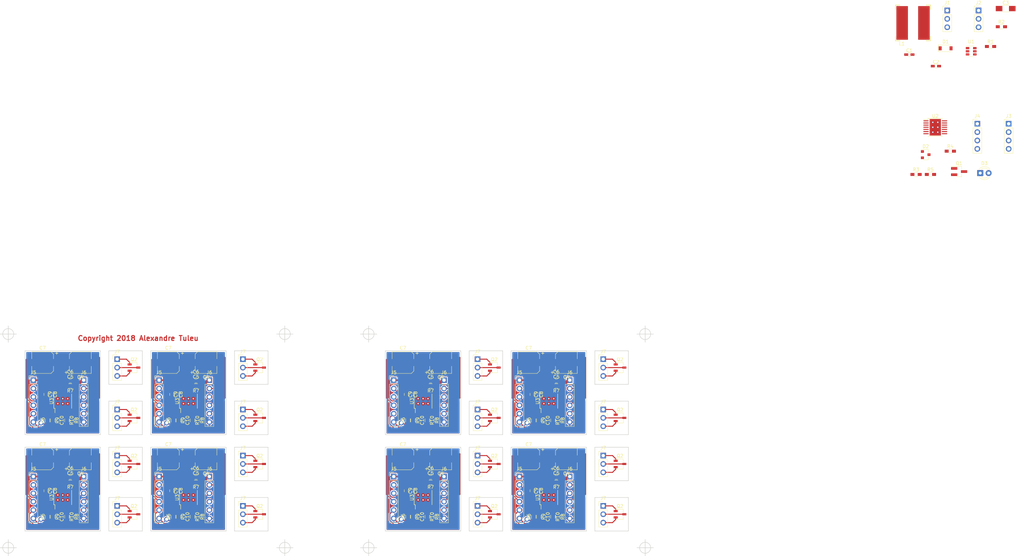
<source format=kicad_pcb>
(kicad_pcb (version 4) (host pcbnew 4.0.7+dfsg1-1~bpo9+1)
  (layers (0 F.Cu signal) (31 B.Cu signal) (34 B.Paste user) (35 F.Paste user) (36 B.SilkS user) (37 F.SilkS user) (38 B.Mask user) (39 F.Mask user) (44 Edge.Cuts user))
  (net 0 "")
  (net 1 +12V)
  (net 2 GND)
  (net 3 +5V)
  (net 4 +36V)
  (net 5 "Net-(Q1-Pad3)")
  (net 6 /STEF01/VOUT)
  (net 7 VIN)
  (net 8 /Buck_Converter/CB)
  (net 9 /Buck_Converter/SW)
  (net 10 /Buck_Converter/6v5)
  (net 11 /STEF01/dV/dt)
  (net 12 "Net-(D3-Pad2)")
  (net 13 /STEF01/UVLO)
  (net 14 /STEF01/EN)
  (net 15 /STEF01/ILIM)
  (net 16 /STEF01/VCLAMP)
  (net 17 /STEF01/VG)
  (net 18 /TPS1H100/V36_protected)
  (net 19 /TPS1H100/~ST)
  (net 20 /TPS1H100/CL)
  (net 21 /Buck_Converter/FB)
  (net 22 /STEF01/AUTO)
  (net 23 /STEF01/PG)
  (net 24 "Net-(J1-Pad2)")
  (net 25 "Net-(U2-Pad1)")
  (net 26 "Net-(U2-Pad4)")
  (net 27 "Net-(U2-Pad11)")
  (net 28 "Net-(J7-Pad1)")
  (net 29 "Net-(J7-Pad2)")
  (net 30 "Net-(J7-Pad3)")
  (module Pin_Headers:Pin_Header_Straight_1x03_Pitch2.54mm (layer F.Cu) (at 248.92 139.7)
    (fp_text reference J7 (at 0 -2.33) (layer F.SilkS))
    (fp_text value Conn_01x03)
    (pad 1 thru_hole rect (at 0 0) (size 1.7 1.7) (drill 1) (layers *.Cu *.Mask) (net 28 "Net-(J7-Pad1)"))
    (pad 2 thru_hole oval (at 0 2.54) (size 1.7 1.7) (drill 1) (layers *.Cu *.Mask) (net 29 "Net-(J7-Pad2)"))
    (pad 3 thru_hole oval (at 0 5.08) (size 1.7 1.7) (drill 1) (layers *.Cu *.Mask) (net 30 "Net-(J7-Pad3)"))
  )
  (module TO_SOT_Packages_SMD:TSOT-23 (layer F.Cu) (at 254 142.24)
    (fp_text reference Q2 (at 0 -2.45) (layer F.SilkS))
    (fp_text value Q_NMOS_SDG)
    (pad 1 smd rect (at -1.31 -0.95) (size 1.22 0.65) (layers F.Cu F.Paste F.Mask) (net 28 "Net-(J7-Pad1)"))
    (pad 2 smd rect (at -1.31 0.95) (size 1.22 0.65) (layers F.Cu F.Paste F.Mask) (net 30 "Net-(J7-Pad3)"))
    (pad 3 smd rect (at 1.31 0) (size 1.22 0.65) (layers F.Cu F.Paste F.Mask) (net 29 "Net-(J7-Pad2)"))
  )
  (module Pin_Headers:Pin_Header_Straight_1x06_Pitch2.54mm (layer F.Cu) (at 238.76 130.81)
    (fp_text reference J6 (at 0 -2.33) (layer F.SilkS))
    (fp_text value Conn_01x06)
    (pad 1 thru_hole rect (at 0 0) (size 1.7 1.7) (drill 1) (layers *.Cu *.Mask) (net 6 /STEF01/VOUT))
    (pad 2 thru_hole oval (at 0 2.54) (size 1.7 1.7) (drill 1) (layers *.Cu *.Mask) (net 15 /STEF01/ILIM))
    (pad 3 thru_hole oval (at 0 5.08) (size 1.7 1.7) (drill 1) (layers *.Cu *.Mask) (net 16 /STEF01/VCLAMP))
    (pad 4 thru_hole oval (at 0 7.62) (size 1.7 1.7) (drill 1) (layers *.Cu *.Mask) (net 17 /STEF01/VG))
    (pad 5 thru_hole oval (at 0 10.16) (size 1.7 1.7) (drill 1) (layers *.Cu *.Mask) (net 14 /STEF01/EN))
    (pad 6 thru_hole oval (at 0 12.7) (size 1.7 1.7) (drill 1) (layers *.Cu *.Mask) (net 2 GND))
  )
  (module Pin_Headers:Pin_Header_Straight_1x03_Pitch2.54mm (layer F.Cu) (at 248.92 124.46)
    (fp_text reference J7 (at 0 -2.33) (layer F.SilkS))
    (fp_text value Conn_01x03)
    (pad 1 thru_hole rect (at 0 0) (size 1.7 1.7) (drill 1) (layers *.Cu *.Mask) (net 28 "Net-(J7-Pad1)"))
    (pad 2 thru_hole oval (at 0 2.54) (size 1.7 1.7) (drill 1) (layers *.Cu *.Mask) (net 29 "Net-(J7-Pad2)"))
    (pad 3 thru_hole oval (at 0 5.08) (size 1.7 1.7) (drill 1) (layers *.Cu *.Mask) (net 30 "Net-(J7-Pad3)"))
  )
  (module TO_SOT_Packages_SMD:TSOT-23 (layer F.Cu) (at 254 127)
    (fp_text reference Q2 (at 0 -2.45) (layer F.SilkS))
    (fp_text value Q_NMOS_SDG)
    (pad 1 smd rect (at -1.31 -0.95) (size 1.22 0.65) (layers F.Cu F.Paste F.Mask) (net 28 "Net-(J7-Pad1)"))
    (pad 2 smd rect (at -1.31 0.95) (size 1.22 0.65) (layers F.Cu F.Paste F.Mask) (net 30 "Net-(J7-Pad3)"))
    (pad 3 smd rect (at 1.31 0) (size 1.22 0.65) (layers F.Cu F.Paste F.Mask) (net 29 "Net-(J7-Pad2)"))
  )
  (module Resistors_SMD:R_0603_HandSoldering (layer F.Cu) (at 233.68 113.792 270)
    (fp_text reference R10 (at 0 -1.45 270) (layer F.SilkS))
    (fp_text value R)
    (pad 1 smd rect (at -1.1 0 270) (size 1.2 0.9) (layers F.Cu F.Paste F.Mask) (net 16 /STEF01/VCLAMP))
    (pad 2 smd rect (at 1.1 0 270) (size 1.2 0.9) (layers F.Cu F.Paste F.Mask) (net 2 GND))
  )
  (module Capacitors_SMD:C_0603_HandSoldering (layer F.Cu) (at 230.886 113.792 270)
    (fp_text reference C10 (at 0 -1.25 270) (layer F.SilkS))
    (fp_text value C)
    (pad 1 smd rect (at -0.95 0 270) (size 1.2 0.75) (layers F.Cu F.Paste F.Mask) (net 11 /STEF01/dV/dt))
    (pad 2 smd rect (at 0.95 0 270) (size 1.2 0.75) (layers F.Cu F.Paste F.Mask) (net 2 GND))
  )
  (module Resistors_SMD:R_0603_HandSoldering (layer F.Cu) (at 235.204 113.792 270)
    (fp_text reference R8 (at 0 -1.45 270) (layer F.SilkS))
    (fp_text value R)
    (pad 1 smd rect (at -1.1 0 270) (size 1.2 0.9) (layers F.Cu F.Paste F.Mask) (net 6 /STEF01/VOUT))
    (pad 2 smd rect (at 1.1 0 270) (size 1.2 0.9) (layers F.Cu F.Paste F.Mask) (net 16 /STEF01/VCLAMP))
  )
  (module Resistors_SMD:R_0603_HandSoldering (layer F.Cu) (at 227.838 113.792 90)
    (fp_text reference R6 (at 0 -1.45 90) (layer F.SilkS))
    (fp_text value R)
    (pad 1 smd rect (at -1.1 0 90) (size 1.2 0.9) (layers F.Cu F.Paste F.Mask) (net 7 VIN))
    (pad 2 smd rect (at 1.1 0 90) (size 1.2 0.9) (layers F.Cu F.Paste F.Mask) (net 13 /STEF01/UVLO))
  )
  (module Resistors_SMD:R_0603_HandSoldering (layer F.Cu) (at 229.362 113.792 270)
    (fp_text reference R9 (at 0 -1.45 270) (layer F.SilkS))
    (fp_text value R)
    (pad 1 smd rect (at -1.1 0 270) (size 1.2 0.9) (layers F.Cu F.Paste F.Mask) (net 13 /STEF01/UVLO))
    (pad 2 smd rect (at 1.1 0 270) (size 1.2 0.9) (layers F.Cu F.Paste F.Mask) (net 2 GND))
  )
  (module Pin_Headers:Pin_Header_Straight_1x06_Pitch2.54mm (layer F.Cu) (at 223.52 101.6)
    (fp_text reference J5 (at 0 -2.33) (layer F.SilkS))
    (fp_text value Conn_01x06)
    (pad 1 thru_hole rect (at 0 0) (size 1.7 1.7) (drill 1) (layers *.Cu *.Mask) (net 7 VIN))
    (pad 2 thru_hole oval (at 0 2.54) (size 1.7 1.7) (drill 1) (layers *.Cu *.Mask) (net 13 /STEF01/UVLO))
    (pad 3 thru_hole oval (at 0 5.08) (size 1.7 1.7) (drill 1) (layers *.Cu *.Mask) (net 11 /STEF01/dV/dt))
    (pad 4 thru_hole oval (at 0 7.62) (size 1.7 1.7) (drill 1) (layers *.Cu *.Mask) (net 23 /STEF01/PG))
    (pad 5 thru_hole oval (at 0 10.16) (size 1.7 1.7) (drill 1) (layers *.Cu *.Mask) (net 22 /STEF01/AUTO))
    (pad 6 thru_hole oval (at 0 12.7) (size 1.7 1.7) (drill 1) (layers *.Cu *.Mask) (net 2 GND))
  )
  (module FORT:HTSSOP-14-1EP_4.4x6.5mm_Pitch0.65mm_ThermalPad (layer F.Cu) (at 232.41 107.95 90)
    (fp_text reference U3 (at 0 -3.4 90) (layer F.SilkS))
    (fp_text value STEF01FTR)
    (pad 1 smd oval (at -2.8 -1.95 90) (size 1.6 0.3) (layers F.Cu F.Paste F.Mask) (net 13 /STEF01/UVLO))
    (pad 2 smd rect (at -2.8 -1.3 90) (size 1.6 0.3) (layers F.Cu F.Paste F.Mask) (net 11 /STEF01/dV/dt))
    (pad 3 smd rect (at -2.8 -0.65 90) (size 1.6 0.3) (layers F.Cu F.Paste F.Mask) (net 2 GND))
    (pad 4 smd rect (at -2.8 0 90) (size 1.6 0.3) (layers F.Cu F.Paste F.Mask) (net 22 /STEF01/AUTO))
    (pad 5 smd rect (at -2.8 0.65 90) (size 1.6 0.3) (layers F.Cu F.Paste F.Mask) (net 16 /STEF01/VCLAMP))
    (pad 6 smd rect (at -2.8 1.3 90) (size 1.6 0.3) (layers F.Cu F.Paste F.Mask) (net 6 /STEF01/VOUT))
    (pad 7 smd rect (at -2.8 1.95 90) (size 1.6 0.3) (layers F.Cu F.Paste F.Mask) (net 6 /STEF01/VOUT))
    (pad 8 smd rect (at 2.8 1.95 90) (size 1.6 0.3) (layers F.Cu F.Paste F.Mask) (net 6 /STEF01/VOUT))
    (pad 9 smd rect (at 2.8 1.3 90) (size 1.6 0.3) (layers F.Cu F.Paste F.Mask) (net 6 /STEF01/VOUT))
    (pad 10 smd rect (at 2.8 0.65 90) (size 1.6 0.3) (layers F.Cu F.Paste F.Mask) (net 15 /STEF01/ILIM))
    (pad 11 smd rect (at 2.8 0 90) (size 1.6 0.3) (layers F.Cu F.Paste F.Mask) (net 17 /STEF01/VG))
    (pad 12 smd rect (at 2.8 -0.65 90) (size 1.6 0.3) (layers F.Cu F.Paste F.Mask) (net 14 /STEF01/EN))
    (pad 13 smd rect (at 2.8 -1.3 90) (size 1.6 0.3) (layers F.Cu F.Paste F.Mask) (net 23 /STEF01/PG))
    (pad 14 smd rect (at 2.8 -1.95 90) (size 1.6 0.3) (layers F.Cu F.Paste F.Mask) (net 7 VIN))
    (pad 15 smd rect (at 0 0 90) (size 2.46 2.31) (layers F.Cu F.Paste F.Mask) (net 7 VIN))
    (pad 15 smd rect (at 0 0 90) (size 3.4 5) (layers F.Cu) (net 7 VIN))
    (pad 15 thru_hole circle (at 0.75 0 90) (size 0.5 0.5) (drill 0.4) (layers *.Cu) (net 7 VIN))
    (pad 15 thru_hole circle (at -0.75 -1.5 90) (size 0.5 0.5) (drill 0.4) (layers *.Cu) (net 7 VIN))
    (pad 15 thru_hole circle (at -0.75 0 90) (size 0.5 0.5) (drill 0.4) (layers *.Cu) (net 7 VIN))
    (pad 15 thru_hole circle (at 0.75 1.5 90) (size 0.5 0.5) (drill 0.4) (layers *.Cu) (net 7 VIN))
    (pad 15 thru_hole circle (at -0.75 1.5 90) (size 0.5 0.5) (drill 0.4) (layers *.Cu) (net 7 VIN))
    (pad 15 thru_hole circle (at 0.75 -1.5 90) (size 0.5 0.5) (drill 0.4) (layers *.Cu) (net 7 VIN))
  )
  (module Pin_Headers:Pin_Header_Straight_1x06_Pitch2.54mm (layer F.Cu) (at 238.76 101.6)
    (fp_text reference J6 (at 0 -2.33) (layer F.SilkS))
    (fp_text value Conn_01x06)
    (pad 1 thru_hole rect (at 0 0) (size 1.7 1.7) (drill 1) (layers *.Cu *.Mask) (net 6 /STEF01/VOUT))
    (pad 2 thru_hole oval (at 0 2.54) (size 1.7 1.7) (drill 1) (layers *.Cu *.Mask) (net 15 /STEF01/ILIM))
    (pad 3 thru_hole oval (at 0 5.08) (size 1.7 1.7) (drill 1) (layers *.Cu *.Mask) (net 16 /STEF01/VCLAMP))
    (pad 4 thru_hole oval (at 0 7.62) (size 1.7 1.7) (drill 1) (layers *.Cu *.Mask) (net 17 /STEF01/VG))
    (pad 5 thru_hole oval (at 0 10.16) (size 1.7 1.7) (drill 1) (layers *.Cu *.Mask) (net 14 /STEF01/EN))
    (pad 6 thru_hole oval (at 0 12.7) (size 1.7 1.7) (drill 1) (layers *.Cu *.Mask) (net 2 GND))
  )
  (module Capacitors_SMD:C_0603_HandSoldering (layer F.Cu) (at 228.854 135.128 270)
    (fp_text reference C8 (at 0 -1.25 270) (layer F.SilkS))
    (fp_text value C)
    (pad 1 smd rect (at -0.95 0 270) (size 1.2 0.75) (layers F.Cu F.Paste F.Mask) (net 7 VIN))
    (pad 2 smd rect (at 0.95 0 270) (size 1.2 0.75) (layers F.Cu F.Paste F.Mask) (net 2 GND))
  )
  (module Capacitors_SMD:CP_Elec_6.3x7.7 (layer F.Cu) (at 226.314 125.476 180)
    (fp_text reference C7 (at 0 4.43 180) (layer F.SilkS))
    (fp_text value CP)
    (fp_text user + (at -4.28 2.91 180) (layer F.SilkS))
    (pad 1 smd rect (at -2.7 0) (size 3.5 1.6) (layers F.Cu F.Paste F.Mask) (net 7 VIN))
    (pad 2 smd rect (at 2.7 0) (size 3.5 1.6) (layers F.Cu F.Paste F.Mask) (net 2 GND))
  )
  (module Capacitors_SMD:C_0603_HandSoldering (layer F.Cu) (at 227.33 135.128 270)
    (fp_text reference C9 (at 0 -1.25 270) (layer F.SilkS))
    (fp_text value C)
    (pad 1 smd rect (at -0.95 0 270) (size 1.2 0.75) (layers F.Cu F.Paste F.Mask) (net 7 VIN))
    (pad 2 smd rect (at 0.95 0 270) (size 1.2 0.75) (layers F.Cu F.Paste F.Mask) (net 2 GND))
  )
  (module Resistors_SMD:R_0603_HandSoldering (layer F.Cu) (at 227.838 143.002 90)
    (fp_text reference R6 (at 0 -1.45 90) (layer F.SilkS))
    (fp_text value R)
    (pad 1 smd rect (at -1.1 0 90) (size 1.2 0.9) (layers F.Cu F.Paste F.Mask) (net 7 VIN))
    (pad 2 smd rect (at 1.1 0 90) (size 1.2 0.9) (layers F.Cu F.Paste F.Mask) (net 13 /STEF01/UVLO))
  )
  (module TO_SOT_Packages_SMD:TSOT-23 (layer F.Cu) (at 215.9 142.24)
    (fp_text reference Q2 (at 0 -2.45) (layer F.SilkS))
    (fp_text value Q_NMOS_SDG)
    (pad 1 smd rect (at -1.31 -0.95) (size 1.22 0.65) (layers F.Cu F.Paste F.Mask) (net 28 "Net-(J7-Pad1)"))
    (pad 2 smd rect (at -1.31 0.95) (size 1.22 0.65) (layers F.Cu F.Paste F.Mask) (net 30 "Net-(J7-Pad3)"))
    (pad 3 smd rect (at 1.31 0) (size 1.22 0.65) (layers F.Cu F.Paste F.Mask) (net 29 "Net-(J7-Pad2)"))
  )
  (module Pin_Headers:Pin_Header_Straight_1x06_Pitch2.54mm (layer F.Cu) (at 223.52 130.81)
    (fp_text reference J5 (at 0 -2.33) (layer F.SilkS))
    (fp_text value Conn_01x06)
    (pad 1 thru_hole rect (at 0 0) (size 1.7 1.7) (drill 1) (layers *.Cu *.Mask) (net 7 VIN))
    (pad 2 thru_hole oval (at 0 2.54) (size 1.7 1.7) (drill 1) (layers *.Cu *.Mask) (net 13 /STEF01/UVLO))
    (pad 3 thru_hole oval (at 0 5.08) (size 1.7 1.7) (drill 1) (layers *.Cu *.Mask) (net 11 /STEF01/dV/dt))
    (pad 4 thru_hole oval (at 0 7.62) (size 1.7 1.7) (drill 1) (layers *.Cu *.Mask) (net 23 /STEF01/PG))
    (pad 5 thru_hole oval (at 0 10.16) (size 1.7 1.7) (drill 1) (layers *.Cu *.Mask) (net 22 /STEF01/AUTO))
    (pad 6 thru_hole oval (at 0 12.7) (size 1.7 1.7) (drill 1) (layers *.Cu *.Mask) (net 2 GND))
  )
  (module TO_SOT_Packages_SMD:TSOT-23 (layer F.Cu) (at 215.9 127)
    (fp_text reference Q2 (at 0 -2.45) (layer F.SilkS))
    (fp_text value Q_NMOS_SDG)
    (pad 1 smd rect (at -1.31 -0.95) (size 1.22 0.65) (layers F.Cu F.Paste F.Mask) (net 28 "Net-(J7-Pad1)"))
    (pad 2 smd rect (at -1.31 0.95) (size 1.22 0.65) (layers F.Cu F.Paste F.Mask) (net 30 "Net-(J7-Pad3)"))
    (pad 3 smd rect (at 1.31 0) (size 1.22 0.65) (layers F.Cu F.Paste F.Mask) (net 29 "Net-(J7-Pad2)"))
  )
  (module TO_SOT_Packages_SMD:TSOT-23 (layer F.Cu) (at 254 97.79)
    (fp_text reference Q2 (at 0 -2.45) (layer F.SilkS))
    (fp_text value Q_NMOS_SDG)
    (pad 1 smd rect (at -1.31 -0.95) (size 1.22 0.65) (layers F.Cu F.Paste F.Mask) (net 28 "Net-(J7-Pad1)"))
    (pad 2 smd rect (at -1.31 0.95) (size 1.22 0.65) (layers F.Cu F.Paste F.Mask) (net 30 "Net-(J7-Pad3)"))
    (pad 3 smd rect (at 1.31 0) (size 1.22 0.65) (layers F.Cu F.Paste F.Mask) (net 29 "Net-(J7-Pad2)"))
  )
  (module Pin_Headers:Pin_Header_Straight_1x03_Pitch2.54mm (layer F.Cu) (at 248.92 95.25)
    (fp_text reference J7 (at 0 -2.33) (layer F.SilkS))
    (fp_text value Conn_01x03)
    (pad 1 thru_hole rect (at 0 0) (size 1.7 1.7) (drill 1) (layers *.Cu *.Mask) (net 28 "Net-(J7-Pad1)"))
    (pad 2 thru_hole oval (at 0 2.54) (size 1.7 1.7) (drill 1) (layers *.Cu *.Mask) (net 29 "Net-(J7-Pad2)"))
    (pad 3 thru_hole oval (at 0 5.08) (size 1.7 1.7) (drill 1) (layers *.Cu *.Mask) (net 30 "Net-(J7-Pad3)"))
  )
  (module Pin_Headers:Pin_Header_Straight_1x03_Pitch2.54mm (layer F.Cu) (at 248.92 110.49)
    (fp_text reference J7 (at 0 -2.33) (layer F.SilkS))
    (fp_text value Conn_01x03)
    (pad 1 thru_hole rect (at 0 0) (size 1.7 1.7) (drill 1) (layers *.Cu *.Mask) (net 28 "Net-(J7-Pad1)"))
    (pad 2 thru_hole oval (at 0 2.54) (size 1.7 1.7) (drill 1) (layers *.Cu *.Mask) (net 29 "Net-(J7-Pad2)"))
    (pad 3 thru_hole oval (at 0 5.08) (size 1.7 1.7) (drill 1) (layers *.Cu *.Mask) (net 30 "Net-(J7-Pad3)"))
  )
  (module TO_SOT_Packages_SMD:TSOT-23 (layer F.Cu) (at 254 113.03)
    (fp_text reference Q2 (at 0 -2.45) (layer F.SilkS))
    (fp_text value Q_NMOS_SDG)
    (pad 1 smd rect (at -1.31 -0.95) (size 1.22 0.65) (layers F.Cu F.Paste F.Mask) (net 28 "Net-(J7-Pad1)"))
    (pad 2 smd rect (at -1.31 0.95) (size 1.22 0.65) (layers F.Cu F.Paste F.Mask) (net 30 "Net-(J7-Pad3)"))
    (pad 3 smd rect (at 1.31 0) (size 1.22 0.65) (layers F.Cu F.Paste F.Mask) (net 29 "Net-(J7-Pad2)"))
  )
  (module Resistors_SMD:R_0603_HandSoldering (layer F.Cu) (at 234.696 132.588 180)
    (fp_text reference R7 (at 0 -1.45 180) (layer F.SilkS))
    (fp_text value R)
    (pad 1 smd rect (at -1.1 0 180) (size 1.2 0.9) (layers F.Cu F.Paste F.Mask) (net 6 /STEF01/VOUT))
    (pad 2 smd rect (at 1.1 0 180) (size 1.2 0.9) (layers F.Cu F.Paste F.Mask) (net 15 /STEF01/ILIM))
  )
  (module Capacitors_SMD:C_0603_HandSoldering (layer F.Cu) (at 234.696 131.064)
    (fp_text reference C5 (at 0 -1.25) (layer F.SilkS))
    (fp_text value C)
    (pad 1 smd rect (at -0.95 0) (size 1.2 0.75) (layers F.Cu F.Paste F.Mask) (net 6 /STEF01/VOUT))
    (pad 2 smd rect (at 0.95 0) (size 1.2 0.75) (layers F.Cu F.Paste F.Mask) (net 2 GND))
  )
  (module Capacitors_SMD:C_0603_HandSoldering (layer F.Cu) (at 234.696 129.54)
    (fp_text reference C6 (at 0 -1.25) (layer F.SilkS))
    (fp_text value C)
    (pad 1 smd rect (at -0.95 0) (size 1.2 0.75) (layers F.Cu F.Paste F.Mask) (net 6 /STEF01/VOUT))
    (pad 2 smd rect (at 0.95 0) (size 1.2 0.75) (layers F.Cu F.Paste F.Mask) (net 2 GND))
  )
  (module Capacitors_SMD:CP_Elec_6.3x7.7 (layer F.Cu) (at 237.744 125.476)
    (fp_text reference C4 (at 0 4.43) (layer F.SilkS))
    (fp_text value CP)
    (fp_text user + (at -4.28 2.91) (layer F.SilkS))
    (pad 1 smd rect (at -2.7 0 180) (size 3.5 1.6) (layers F.Cu F.Paste F.Mask) (net 6 /STEF01/VOUT))
    (pad 2 smd rect (at 2.7 0 180) (size 3.5 1.6) (layers F.Cu F.Paste F.Mask) (net 2 GND))
  )
  (module Capacitors_SMD:CP_Elec_6.3x7.7 (layer F.Cu) (at 237.744 96.266)
    (fp_text reference C4 (at 0 4.43) (layer F.SilkS))
    (fp_text value CP)
    (fp_text user + (at -4.28 2.91) (layer F.SilkS))
    (pad 1 smd rect (at -2.7 0 180) (size 3.5 1.6) (layers F.Cu F.Paste F.Mask) (net 6 /STEF01/VOUT))
    (pad 2 smd rect (at 2.7 0 180) (size 3.5 1.6) (layers F.Cu F.Paste F.Mask) (net 2 GND))
  )
  (module Capacitors_SMD:C_0603_HandSoldering (layer F.Cu) (at 234.696 100.33)
    (fp_text reference C6 (at 0 -1.25) (layer F.SilkS))
    (fp_text value C)
    (pad 1 smd rect (at -0.95 0) (size 1.2 0.75) (layers F.Cu F.Paste F.Mask) (net 6 /STEF01/VOUT))
    (pad 2 smd rect (at 0.95 0) (size 1.2 0.75) (layers F.Cu F.Paste F.Mask) (net 2 GND))
  )
  (module Capacitors_SMD:C_0603_HandSoldering (layer F.Cu) (at 234.696 101.854)
    (fp_text reference C5 (at 0 -1.25) (layer F.SilkS))
    (fp_text value C)
    (pad 1 smd rect (at -0.95 0) (size 1.2 0.75) (layers F.Cu F.Paste F.Mask) (net 6 /STEF01/VOUT))
    (pad 2 smd rect (at 0.95 0) (size 1.2 0.75) (layers F.Cu F.Paste F.Mask) (net 2 GND))
  )
  (module Resistors_SMD:R_0603_HandSoldering (layer F.Cu) (at 234.696 103.378 180)
    (fp_text reference R7 (at 0 -1.45 180) (layer F.SilkS))
    (fp_text value R)
    (pad 1 smd rect (at -1.1 0 180) (size 1.2 0.9) (layers F.Cu F.Paste F.Mask) (net 6 /STEF01/VOUT))
    (pad 2 smd rect (at 1.1 0 180) (size 1.2 0.9) (layers F.Cu F.Paste F.Mask) (net 15 /STEF01/ILIM))
  )
  (module TO_SOT_Packages_SMD:TSOT-23 (layer F.Cu) (at 215.9 113.03)
    (fp_text reference Q2 (at 0 -2.45) (layer F.SilkS))
    (fp_text value Q_NMOS_SDG)
    (pad 1 smd rect (at -1.31 -0.95) (size 1.22 0.65) (layers F.Cu F.Paste F.Mask) (net 28 "Net-(J7-Pad1)"))
    (pad 2 smd rect (at -1.31 0.95) (size 1.22 0.65) (layers F.Cu F.Paste F.Mask) (net 30 "Net-(J7-Pad3)"))
    (pad 3 smd rect (at 1.31 0) (size 1.22 0.65) (layers F.Cu F.Paste F.Mask) (net 29 "Net-(J7-Pad2)"))
  )
  (module TO_SOT_Packages_SMD:TSOT-23 (layer F.Cu) (at 215.9 97.79)
    (fp_text reference Q2 (at 0 -2.45) (layer F.SilkS))
    (fp_text value Q_NMOS_SDG)
    (pad 1 smd rect (at -1.31 -0.95) (size 1.22 0.65) (layers F.Cu F.Paste F.Mask) (net 28 "Net-(J7-Pad1)"))
    (pad 2 smd rect (at -1.31 0.95) (size 1.22 0.65) (layers F.Cu F.Paste F.Mask) (net 30 "Net-(J7-Pad3)"))
    (pad 3 smd rect (at 1.31 0) (size 1.22 0.65) (layers F.Cu F.Paste F.Mask) (net 29 "Net-(J7-Pad2)"))
  )
  (module Capacitors_SMD:CP_Elec_6.3x7.7 (layer F.Cu) (at 226.314 96.266 180)
    (fp_text reference C7 (at 0 4.43 180) (layer F.SilkS))
    (fp_text value CP)
    (fp_text user + (at -4.28 2.91 180) (layer F.SilkS))
    (pad 1 smd rect (at -2.7 0) (size 3.5 1.6) (layers F.Cu F.Paste F.Mask) (net 7 VIN))
    (pad 2 smd rect (at 2.7 0) (size 3.5 1.6) (layers F.Cu F.Paste F.Mask) (net 2 GND))
  )
  (module Capacitors_SMD:C_0603_HandSoldering (layer F.Cu) (at 227.33 105.918 270)
    (fp_text reference C9 (at 0 -1.25 270) (layer F.SilkS))
    (fp_text value C)
    (pad 1 smd rect (at -0.95 0 270) (size 1.2 0.75) (layers F.Cu F.Paste F.Mask) (net 7 VIN))
    (pad 2 smd rect (at 0.95 0 270) (size 1.2 0.75) (layers F.Cu F.Paste F.Mask) (net 2 GND))
  )
  (module Capacitors_SMD:C_0603_HandSoldering (layer F.Cu) (at 228.854 105.918 270)
    (fp_text reference C8 (at 0 -1.25 270) (layer F.SilkS))
    (fp_text value C)
    (pad 1 smd rect (at -0.95 0 270) (size 1.2 0.75) (layers F.Cu F.Paste F.Mask) (net 7 VIN))
    (pad 2 smd rect (at 0.95 0 270) (size 1.2 0.75) (layers F.Cu F.Paste F.Mask) (net 2 GND))
  )
  (module Resistors_SMD:R_0603_HandSoldering (layer F.Cu) (at 235.204 143.002 270)
    (fp_text reference R8 (at 0 -1.45 270) (layer F.SilkS))
    (fp_text value R)
    (pad 1 smd rect (at -1.1 0 270) (size 1.2 0.9) (layers F.Cu F.Paste F.Mask) (net 6 /STEF01/VOUT))
    (pad 2 smd rect (at 1.1 0 270) (size 1.2 0.9) (layers F.Cu F.Paste F.Mask) (net 16 /STEF01/VCLAMP))
  )
  (module Capacitors_SMD:C_0603_HandSoldering (layer F.Cu) (at 230.886 143.002 270)
    (fp_text reference C10 (at 0 -1.25 270) (layer F.SilkS))
    (fp_text value C)
    (pad 1 smd rect (at -0.95 0 270) (size 1.2 0.75) (layers F.Cu F.Paste F.Mask) (net 11 /STEF01/dV/dt))
    (pad 2 smd rect (at 0.95 0 270) (size 1.2 0.75) (layers F.Cu F.Paste F.Mask) (net 2 GND))
  )
  (module Resistors_SMD:R_0603_HandSoldering (layer F.Cu) (at 229.362 143.002 270)
    (fp_text reference R9 (at 0 -1.45 270) (layer F.SilkS))
    (fp_text value R)
    (pad 1 smd rect (at -1.1 0 270) (size 1.2 0.9) (layers F.Cu F.Paste F.Mask) (net 13 /STEF01/UVLO))
    (pad 2 smd rect (at 1.1 0 270) (size 1.2 0.9) (layers F.Cu F.Paste F.Mask) (net 2 GND))
  )
  (module FORT:HTSSOP-14-1EP_4.4x6.5mm_Pitch0.65mm_ThermalPad (layer F.Cu) (at 232.41 137.16 90)
    (fp_text reference U3 (at 0 -3.4 90) (layer F.SilkS))
    (fp_text value STEF01FTR)
    (pad 1 smd oval (at -2.8 -1.95 90) (size 1.6 0.3) (layers F.Cu F.Paste F.Mask) (net 13 /STEF01/UVLO))
    (pad 2 smd rect (at -2.8 -1.3 90) (size 1.6 0.3) (layers F.Cu F.Paste F.Mask) (net 11 /STEF01/dV/dt))
    (pad 3 smd rect (at -2.8 -0.65 90) (size 1.6 0.3) (layers F.Cu F.Paste F.Mask) (net 2 GND))
    (pad 4 smd rect (at -2.8 0 90) (size 1.6 0.3) (layers F.Cu F.Paste F.Mask) (net 22 /STEF01/AUTO))
    (pad 5 smd rect (at -2.8 0.65 90) (size 1.6 0.3) (layers F.Cu F.Paste F.Mask) (net 16 /STEF01/VCLAMP))
    (pad 6 smd rect (at -2.8 1.3 90) (size 1.6 0.3) (layers F.Cu F.Paste F.Mask) (net 6 /STEF01/VOUT))
    (pad 7 smd rect (at -2.8 1.95 90) (size 1.6 0.3) (layers F.Cu F.Paste F.Mask) (net 6 /STEF01/VOUT))
    (pad 8 smd rect (at 2.8 1.95 90) (size 1.6 0.3) (layers F.Cu F.Paste F.Mask) (net 6 /STEF01/VOUT))
    (pad 9 smd rect (at 2.8 1.3 90) (size 1.6 0.3) (layers F.Cu F.Paste F.Mask) (net 6 /STEF01/VOUT))
    (pad 10 smd rect (at 2.8 0.65 90) (size 1.6 0.3) (layers F.Cu F.Paste F.Mask) (net 15 /STEF01/ILIM))
    (pad 11 smd rect (at 2.8 0 90) (size 1.6 0.3) (layers F.Cu F.Paste F.Mask) (net 17 /STEF01/VG))
    (pad 12 smd rect (at 2.8 -0.65 90) (size 1.6 0.3) (layers F.Cu F.Paste F.Mask) (net 14 /STEF01/EN))
    (pad 13 smd rect (at 2.8 -1.3 90) (size 1.6 0.3) (layers F.Cu F.Paste F.Mask) (net 23 /STEF01/PG))
    (pad 14 smd rect (at 2.8 -1.95 90) (size 1.6 0.3) (layers F.Cu F.Paste F.Mask) (net 7 VIN))
    (pad 15 smd rect (at 0 0 90) (size 2.46 2.31) (layers F.Cu F.Paste F.Mask) (net 7 VIN))
    (pad 15 smd rect (at 0 0 90) (size 3.4 5) (layers F.Cu) (net 7 VIN))
    (pad 15 thru_hole circle (at 0.75 0 90) (size 0.5 0.5) (drill 0.4) (layers *.Cu) (net 7 VIN))
    (pad 15 thru_hole circle (at -0.75 -1.5 90) (size 0.5 0.5) (drill 0.4) (layers *.Cu) (net 7 VIN))
    (pad 15 thru_hole circle (at -0.75 0 90) (size 0.5 0.5) (drill 0.4) (layers *.Cu) (net 7 VIN))
    (pad 15 thru_hole circle (at 0.75 1.5 90) (size 0.5 0.5) (drill 0.4) (layers *.Cu) (net 7 VIN))
    (pad 15 thru_hole circle (at -0.75 1.5 90) (size 0.5 0.5) (drill 0.4) (layers *.Cu) (net 7 VIN))
    (pad 15 thru_hole circle (at 0.75 -1.5 90) (size 0.5 0.5) (drill 0.4) (layers *.Cu) (net 7 VIN))
  )
  (module Resistors_SMD:R_0603_HandSoldering (layer F.Cu) (at 233.68 143.002 270)
    (fp_text reference R10 (at 0 -1.45 270) (layer F.SilkS))
    (fp_text value R)
    (pad 1 smd rect (at -1.1 0 270) (size 1.2 0.9) (layers F.Cu F.Paste F.Mask) (net 16 /STEF01/VCLAMP))
    (pad 2 smd rect (at 1.1 0 270) (size 1.2 0.9) (layers F.Cu F.Paste F.Mask) (net 2 GND))
  )
  (module Capacitors_SMD:CP_Elec_6.3x7.7 (layer F.Cu) (at 188.214 125.476 180)
    (fp_text reference C7 (at 0 4.43 180) (layer F.SilkS))
    (fp_text value CP)
    (fp_text user + (at -4.28 2.91 180) (layer F.SilkS))
    (pad 1 smd rect (at -2.7 0) (size 3.5 1.6) (layers F.Cu F.Paste F.Mask) (net 7 VIN))
    (pad 2 smd rect (at 2.7 0) (size 3.5 1.6) (layers F.Cu F.Paste F.Mask) (net 2 GND))
  )
  (module Capacitors_SMD:C_0603_HandSoldering (layer F.Cu) (at 189.23 135.128 270)
    (fp_text reference C9 (at 0 -1.25 270) (layer F.SilkS))
    (fp_text value C)
    (pad 1 smd rect (at -0.95 0 270) (size 1.2 0.75) (layers F.Cu F.Paste F.Mask) (net 7 VIN))
    (pad 2 smd rect (at 0.95 0 270) (size 1.2 0.75) (layers F.Cu F.Paste F.Mask) (net 2 GND))
  )
  (module Pin_Headers:Pin_Header_Straight_1x06_Pitch2.54mm (layer F.Cu) (at 185.42 130.81)
    (fp_text reference J5 (at 0 -2.33) (layer F.SilkS))
    (fp_text value Conn_01x06)
    (pad 1 thru_hole rect (at 0 0) (size 1.7 1.7) (drill 1) (layers *.Cu *.Mask) (net 7 VIN))
    (pad 2 thru_hole oval (at 0 2.54) (size 1.7 1.7) (drill 1) (layers *.Cu *.Mask) (net 13 /STEF01/UVLO))
    (pad 3 thru_hole oval (at 0 5.08) (size 1.7 1.7) (drill 1) (layers *.Cu *.Mask) (net 11 /STEF01/dV/dt))
    (pad 4 thru_hole oval (at 0 7.62) (size 1.7 1.7) (drill 1) (layers *.Cu *.Mask) (net 23 /STEF01/PG))
    (pad 5 thru_hole oval (at 0 10.16) (size 1.7 1.7) (drill 1) (layers *.Cu *.Mask) (net 22 /STEF01/AUTO))
    (pad 6 thru_hole oval (at 0 12.7) (size 1.7 1.7) (drill 1) (layers *.Cu *.Mask) (net 2 GND))
  )
  (module Capacitors_SMD:C_0603_HandSoldering (layer F.Cu) (at 190.754 135.128 270)
    (fp_text reference C8 (at 0 -1.25 270) (layer F.SilkS))
    (fp_text value C)
    (pad 1 smd rect (at -0.95 0 270) (size 1.2 0.75) (layers F.Cu F.Paste F.Mask) (net 7 VIN))
    (pad 2 smd rect (at 0.95 0 270) (size 1.2 0.75) (layers F.Cu F.Paste F.Mask) (net 2 GND))
  )
  (module Capacitors_SMD:C_0603_HandSoldering (layer F.Cu) (at 192.786 113.792 270)
    (fp_text reference C10 (at 0 -1.25 270) (layer F.SilkS))
    (fp_text value C)
    (pad 1 smd rect (at -0.95 0 270) (size 1.2 0.75) (layers F.Cu F.Paste F.Mask) (net 11 /STEF01/dV/dt))
    (pad 2 smd rect (at 0.95 0 270) (size 1.2 0.75) (layers F.Cu F.Paste F.Mask) (net 2 GND))
  )
  (module Resistors_SMD:R_0603_HandSoldering (layer F.Cu) (at 189.738 113.792 90)
    (fp_text reference R6 (at 0 -1.45 90) (layer F.SilkS))
    (fp_text value R)
    (pad 1 smd rect (at -1.1 0 90) (size 1.2 0.9) (layers F.Cu F.Paste F.Mask) (net 7 VIN))
    (pad 2 smd rect (at 1.1 0 90) (size 1.2 0.9) (layers F.Cu F.Paste F.Mask) (net 13 /STEF01/UVLO))
  )
  (module Resistors_SMD:R_0603_HandSoldering (layer F.Cu) (at 191.262 113.792 270)
    (fp_text reference R9 (at 0 -1.45 270) (layer F.SilkS))
    (fp_text value R)
    (pad 1 smd rect (at -1.1 0 270) (size 1.2 0.9) (layers F.Cu F.Paste F.Mask) (net 13 /STEF01/UVLO))
    (pad 2 smd rect (at 1.1 0 270) (size 1.2 0.9) (layers F.Cu F.Paste F.Mask) (net 2 GND))
  )
  (module Capacitors_SMD:C_0603_HandSoldering (layer F.Cu) (at 189.23 105.918 270)
    (fp_text reference C9 (at 0 -1.25 270) (layer F.SilkS))
    (fp_text value C)
    (pad 1 smd rect (at -0.95 0 270) (size 1.2 0.75) (layers F.Cu F.Paste F.Mask) (net 7 VIN))
    (pad 2 smd rect (at 0.95 0 270) (size 1.2 0.75) (layers F.Cu F.Paste F.Mask) (net 2 GND))
  )
  (module Pin_Headers:Pin_Header_Straight_1x06_Pitch2.54mm (layer F.Cu) (at 185.42 101.6)
    (fp_text reference J5 (at 0 -2.33) (layer F.SilkS))
    (fp_text value Conn_01x06)
    (pad 1 thru_hole rect (at 0 0) (size 1.7 1.7) (drill 1) (layers *.Cu *.Mask) (net 7 VIN))
    (pad 2 thru_hole oval (at 0 2.54) (size 1.7 1.7) (drill 1) (layers *.Cu *.Mask) (net 13 /STEF01/UVLO))
    (pad 3 thru_hole oval (at 0 5.08) (size 1.7 1.7) (drill 1) (layers *.Cu *.Mask) (net 11 /STEF01/dV/dt))
    (pad 4 thru_hole oval (at 0 7.62) (size 1.7 1.7) (drill 1) (layers *.Cu *.Mask) (net 23 /STEF01/PG))
    (pad 5 thru_hole oval (at 0 10.16) (size 1.7 1.7) (drill 1) (layers *.Cu *.Mask) (net 22 /STEF01/AUTO))
    (pad 6 thru_hole oval (at 0 12.7) (size 1.7 1.7) (drill 1) (layers *.Cu *.Mask) (net 2 GND))
  )
  (module Capacitors_SMD:CP_Elec_6.3x7.7 (layer F.Cu) (at 199.644 125.476)
    (fp_text reference C4 (at 0 4.43) (layer F.SilkS))
    (fp_text value CP)
    (fp_text user + (at -4.28 2.91) (layer F.SilkS))
    (pad 1 smd rect (at -2.7 0 180) (size 3.5 1.6) (layers F.Cu F.Paste F.Mask) (net 6 /STEF01/VOUT))
    (pad 2 smd rect (at 2.7 0 180) (size 3.5 1.6) (layers F.Cu F.Paste F.Mask) (net 2 GND))
  )
  (module Capacitors_SMD:C_0603_HandSoldering (layer F.Cu) (at 196.596 131.064)
    (fp_text reference C5 (at 0 -1.25) (layer F.SilkS))
    (fp_text value C)
    (pad 1 smd rect (at -0.95 0) (size 1.2 0.75) (layers F.Cu F.Paste F.Mask) (net 6 /STEF01/VOUT))
    (pad 2 smd rect (at 0.95 0) (size 1.2 0.75) (layers F.Cu F.Paste F.Mask) (net 2 GND))
  )
  (module Resistors_SMD:R_0603_HandSoldering (layer F.Cu) (at 197.104 143.002 270)
    (fp_text reference R8 (at 0 -1.45 270) (layer F.SilkS))
    (fp_text value R)
    (pad 1 smd rect (at -1.1 0 270) (size 1.2 0.9) (layers F.Cu F.Paste F.Mask) (net 6 /STEF01/VOUT))
    (pad 2 smd rect (at 1.1 0 270) (size 1.2 0.9) (layers F.Cu F.Paste F.Mask) (net 16 /STEF01/VCLAMP))
  )
  (module Pin_Headers:Pin_Header_Straight_1x03_Pitch2.54mm (layer F.Cu) (at 210.82 139.7)
    (fp_text reference J7 (at 0 -2.33) (layer F.SilkS))
    (fp_text value Conn_01x03)
    (pad 1 thru_hole rect (at 0 0) (size 1.7 1.7) (drill 1) (layers *.Cu *.Mask) (net 28 "Net-(J7-Pad1)"))
    (pad 2 thru_hole oval (at 0 2.54) (size 1.7 1.7) (drill 1) (layers *.Cu *.Mask) (net 29 "Net-(J7-Pad2)"))
    (pad 3 thru_hole oval (at 0 5.08) (size 1.7 1.7) (drill 1) (layers *.Cu *.Mask) (net 30 "Net-(J7-Pad3)"))
  )
  (module Pin_Headers:Pin_Header_Straight_1x03_Pitch2.54mm (layer F.Cu) (at 210.82 124.46)
    (fp_text reference J7 (at 0 -2.33) (layer F.SilkS))
    (fp_text value Conn_01x03)
    (pad 1 thru_hole rect (at 0 0) (size 1.7 1.7) (drill 1) (layers *.Cu *.Mask) (net 28 "Net-(J7-Pad1)"))
    (pad 2 thru_hole oval (at 0 2.54) (size 1.7 1.7) (drill 1) (layers *.Cu *.Mask) (net 29 "Net-(J7-Pad2)"))
    (pad 3 thru_hole oval (at 0 5.08) (size 1.7 1.7) (drill 1) (layers *.Cu *.Mask) (net 30 "Net-(J7-Pad3)"))
  )
  (module Resistors_SMD:R_0603_HandSoldering (layer F.Cu) (at 196.596 132.588 180)
    (fp_text reference R7 (at 0 -1.45 180) (layer F.SilkS))
    (fp_text value R)
    (pad 1 smd rect (at -1.1 0 180) (size 1.2 0.9) (layers F.Cu F.Paste F.Mask) (net 6 /STEF01/VOUT))
    (pad 2 smd rect (at 1.1 0 180) (size 1.2 0.9) (layers F.Cu F.Paste F.Mask) (net 15 /STEF01/ILIM))
  )
  (module Capacitors_SMD:C_0603_HandSoldering (layer F.Cu) (at 196.596 129.54)
    (fp_text reference C6 (at 0 -1.25) (layer F.SilkS))
    (fp_text value C)
    (pad 1 smd rect (at -0.95 0) (size 1.2 0.75) (layers F.Cu F.Paste F.Mask) (net 6 /STEF01/VOUT))
    (pad 2 smd rect (at 0.95 0) (size 1.2 0.75) (layers F.Cu F.Paste F.Mask) (net 2 GND))
  )
  (module Pin_Headers:Pin_Header_Straight_1x06_Pitch2.54mm (layer F.Cu) (at 200.66 130.81)
    (fp_text reference J6 (at 0 -2.33) (layer F.SilkS))
    (fp_text value Conn_01x06)
    (pad 1 thru_hole rect (at 0 0) (size 1.7 1.7) (drill 1) (layers *.Cu *.Mask) (net 6 /STEF01/VOUT))
    (pad 2 thru_hole oval (at 0 2.54) (size 1.7 1.7) (drill 1) (layers *.Cu *.Mask) (net 15 /STEF01/ILIM))
    (pad 3 thru_hole oval (at 0 5.08) (size 1.7 1.7) (drill 1) (layers *.Cu *.Mask) (net 16 /STEF01/VCLAMP))
    (pad 4 thru_hole oval (at 0 7.62) (size 1.7 1.7) (drill 1) (layers *.Cu *.Mask) (net 17 /STEF01/VG))
    (pad 5 thru_hole oval (at 0 10.16) (size 1.7 1.7) (drill 1) (layers *.Cu *.Mask) (net 14 /STEF01/EN))
    (pad 6 thru_hole oval (at 0 12.7) (size 1.7 1.7) (drill 1) (layers *.Cu *.Mask) (net 2 GND))
  )
  (module Pin_Headers:Pin_Header_Straight_1x03_Pitch2.54mm (layer F.Cu) (at 210.82 95.25)
    (fp_text reference J7 (at 0 -2.33) (layer F.SilkS))
    (fp_text value Conn_01x03)
    (pad 1 thru_hole rect (at 0 0) (size 1.7 1.7) (drill 1) (layers *.Cu *.Mask) (net 28 "Net-(J7-Pad1)"))
    (pad 2 thru_hole oval (at 0 2.54) (size 1.7 1.7) (drill 1) (layers *.Cu *.Mask) (net 29 "Net-(J7-Pad2)"))
    (pad 3 thru_hole oval (at 0 5.08) (size 1.7 1.7) (drill 1) (layers *.Cu *.Mask) (net 30 "Net-(J7-Pad3)"))
  )
  (module Capacitors_SMD:C_0603_HandSoldering (layer F.Cu) (at 196.596 100.33)
    (fp_text reference C6 (at 0 -1.25) (layer F.SilkS))
    (fp_text value C)
    (pad 1 smd rect (at -0.95 0) (size 1.2 0.75) (layers F.Cu F.Paste F.Mask) (net 6 /STEF01/VOUT))
    (pad 2 smd rect (at 0.95 0) (size 1.2 0.75) (layers F.Cu F.Paste F.Mask) (net 2 GND))
  )
  (module Resistors_SMD:R_0603_HandSoldering (layer F.Cu) (at 196.596 103.378 180)
    (fp_text reference R7 (at 0 -1.45 180) (layer F.SilkS))
    (fp_text value R)
    (pad 1 smd rect (at -1.1 0 180) (size 1.2 0.9) (layers F.Cu F.Paste F.Mask) (net 6 /STEF01/VOUT))
    (pad 2 smd rect (at 1.1 0 180) (size 1.2 0.9) (layers F.Cu F.Paste F.Mask) (net 15 /STEF01/ILIM))
  )
  (module Capacitors_SMD:C_0603_HandSoldering (layer F.Cu) (at 196.596 101.854)
    (fp_text reference C5 (at 0 -1.25) (layer F.SilkS))
    (fp_text value C)
    (pad 1 smd rect (at -0.95 0) (size 1.2 0.75) (layers F.Cu F.Paste F.Mask) (net 6 /STEF01/VOUT))
    (pad 2 smd rect (at 0.95 0) (size 1.2 0.75) (layers F.Cu F.Paste F.Mask) (net 2 GND))
  )
  (module Resistors_SMD:R_0603_HandSoldering (layer F.Cu) (at 195.58 113.792 270)
    (fp_text reference R10 (at 0 -1.45 270) (layer F.SilkS))
    (fp_text value R)
    (pad 1 smd rect (at -1.1 0 270) (size 1.2 0.9) (layers F.Cu F.Paste F.Mask) (net 16 /STEF01/VCLAMP))
    (pad 2 smd rect (at 1.1 0 270) (size 1.2 0.9) (layers F.Cu F.Paste F.Mask) (net 2 GND))
  )
  (module Pin_Headers:Pin_Header_Straight_1x03_Pitch2.54mm (layer F.Cu) (at 210.82 110.49)
    (fp_text reference J7 (at 0 -2.33) (layer F.SilkS))
    (fp_text value Conn_01x03)
    (pad 1 thru_hole rect (at 0 0) (size 1.7 1.7) (drill 1) (layers *.Cu *.Mask) (net 28 "Net-(J7-Pad1)"))
    (pad 2 thru_hole oval (at 0 2.54) (size 1.7 1.7) (drill 1) (layers *.Cu *.Mask) (net 29 "Net-(J7-Pad2)"))
    (pad 3 thru_hole oval (at 0 5.08) (size 1.7 1.7) (drill 1) (layers *.Cu *.Mask) (net 30 "Net-(J7-Pad3)"))
  )
  (module Resistors_SMD:R_0603_HandSoldering (layer F.Cu) (at 197.104 113.792 270)
    (fp_text reference R8 (at 0 -1.45 270) (layer F.SilkS))
    (fp_text value R)
    (pad 1 smd rect (at -1.1 0 270) (size 1.2 0.9) (layers F.Cu F.Paste F.Mask) (net 6 /STEF01/VOUT))
    (pad 2 smd rect (at 1.1 0 270) (size 1.2 0.9) (layers F.Cu F.Paste F.Mask) (net 16 /STEF01/VCLAMP))
  )
  (module Pin_Headers:Pin_Header_Straight_1x06_Pitch2.54mm (layer F.Cu) (at 200.66 101.6)
    (fp_text reference J6 (at 0 -2.33) (layer F.SilkS))
    (fp_text value Conn_01x06)
    (pad 1 thru_hole rect (at 0 0) (size 1.7 1.7) (drill 1) (layers *.Cu *.Mask) (net 6 /STEF01/VOUT))
    (pad 2 thru_hole oval (at 0 2.54) (size 1.7 1.7) (drill 1) (layers *.Cu *.Mask) (net 15 /STEF01/ILIM))
    (pad 3 thru_hole oval (at 0 5.08) (size 1.7 1.7) (drill 1) (layers *.Cu *.Mask) (net 16 /STEF01/VCLAMP))
    (pad 4 thru_hole oval (at 0 7.62) (size 1.7 1.7) (drill 1) (layers *.Cu *.Mask) (net 17 /STEF01/VG))
    (pad 5 thru_hole oval (at 0 10.16) (size 1.7 1.7) (drill 1) (layers *.Cu *.Mask) (net 14 /STEF01/EN))
    (pad 6 thru_hole oval (at 0 12.7) (size 1.7 1.7) (drill 1) (layers *.Cu *.Mask) (net 2 GND))
  )
  (module Capacitors_SMD:CP_Elec_6.3x7.7 (layer F.Cu) (at 199.644 96.266)
    (fp_text reference C4 (at 0 4.43) (layer F.SilkS))
    (fp_text value CP)
    (fp_text user + (at -4.28 2.91) (layer F.SilkS))
    (pad 1 smd rect (at -2.7 0 180) (size 3.5 1.6) (layers F.Cu F.Paste F.Mask) (net 6 /STEF01/VOUT))
    (pad 2 smd rect (at 2.7 0 180) (size 3.5 1.6) (layers F.Cu F.Paste F.Mask) (net 2 GND))
  )
  (module FORT:HTSSOP-14-1EP_4.4x6.5mm_Pitch0.65mm_ThermalPad (layer F.Cu) (at 194.31 107.95 90)
    (fp_text reference U3 (at 0 -3.4 90) (layer F.SilkS))
    (fp_text value STEF01FTR)
    (pad 1 smd oval (at -2.8 -1.95 90) (size 1.6 0.3) (layers F.Cu F.Paste F.Mask) (net 13 /STEF01/UVLO))
    (pad 2 smd rect (at -2.8 -1.3 90) (size 1.6 0.3) (layers F.Cu F.Paste F.Mask) (net 11 /STEF01/dV/dt))
    (pad 3 smd rect (at -2.8 -0.65 90) (size 1.6 0.3) (layers F.Cu F.Paste F.Mask) (net 2 GND))
    (pad 4 smd rect (at -2.8 0 90) (size 1.6 0.3) (layers F.Cu F.Paste F.Mask) (net 22 /STEF01/AUTO))
    (pad 5 smd rect (at -2.8 0.65 90) (size 1.6 0.3) (layers F.Cu F.Paste F.Mask) (net 16 /STEF01/VCLAMP))
    (pad 6 smd rect (at -2.8 1.3 90) (size 1.6 0.3) (layers F.Cu F.Paste F.Mask) (net 6 /STEF01/VOUT))
    (pad 7 smd rect (at -2.8 1.95 90) (size 1.6 0.3) (layers F.Cu F.Paste F.Mask) (net 6 /STEF01/VOUT))
    (pad 8 smd rect (at 2.8 1.95 90) (size 1.6 0.3) (layers F.Cu F.Paste F.Mask) (net 6 /STEF01/VOUT))
    (pad 9 smd rect (at 2.8 1.3 90) (size 1.6 0.3) (layers F.Cu F.Paste F.Mask) (net 6 /STEF01/VOUT))
    (pad 10 smd rect (at 2.8 0.65 90) (size 1.6 0.3) (layers F.Cu F.Paste F.Mask) (net 15 /STEF01/ILIM))
    (pad 11 smd rect (at 2.8 0 90) (size 1.6 0.3) (layers F.Cu F.Paste F.Mask) (net 17 /STEF01/VG))
    (pad 12 smd rect (at 2.8 -0.65 90) (size 1.6 0.3) (layers F.Cu F.Paste F.Mask) (net 14 /STEF01/EN))
    (pad 13 smd rect (at 2.8 -1.3 90) (size 1.6 0.3) (layers F.Cu F.Paste F.Mask) (net 23 /STEF01/PG))
    (pad 14 smd rect (at 2.8 -1.95 90) (size 1.6 0.3) (layers F.Cu F.Paste F.Mask) (net 7 VIN))
    (pad 15 smd rect (at 0 0 90) (size 2.46 2.31) (layers F.Cu F.Paste F.Mask) (net 7 VIN))
    (pad 15 smd rect (at 0 0 90) (size 3.4 5) (layers F.Cu) (net 7 VIN))
    (pad 15 thru_hole circle (at 0.75 0 90) (size 0.5 0.5) (drill 0.4) (layers *.Cu) (net 7 VIN))
    (pad 15 thru_hole circle (at -0.75 -1.5 90) (size 0.5 0.5) (drill 0.4) (layers *.Cu) (net 7 VIN))
    (pad 15 thru_hole circle (at -0.75 0 90) (size 0.5 0.5) (drill 0.4) (layers *.Cu) (net 7 VIN))
    (pad 15 thru_hole circle (at 0.75 1.5 90) (size 0.5 0.5) (drill 0.4) (layers *.Cu) (net 7 VIN))
    (pad 15 thru_hole circle (at -0.75 1.5 90) (size 0.5 0.5) (drill 0.4) (layers *.Cu) (net 7 VIN))
    (pad 15 thru_hole circle (at 0.75 -1.5 90) (size 0.5 0.5) (drill 0.4) (layers *.Cu) (net 7 VIN))
  )
  (module Capacitors_SMD:C_0603_HandSoldering (layer F.Cu) (at 190.754 105.918 270)
    (fp_text reference C8 (at 0 -1.25 270) (layer F.SilkS))
    (fp_text value C)
    (pad 1 smd rect (at -0.95 0 270) (size 1.2 0.75) (layers F.Cu F.Paste F.Mask) (net 7 VIN))
    (pad 2 smd rect (at 0.95 0 270) (size 1.2 0.75) (layers F.Cu F.Paste F.Mask) (net 2 GND))
  )
  (module Capacitors_SMD:CP_Elec_6.3x7.7 (layer F.Cu) (at 188.214 96.266 180)
    (fp_text reference C7 (at 0 4.43 180) (layer F.SilkS))
    (fp_text value CP)
    (fp_text user + (at -4.28 2.91 180) (layer F.SilkS))
    (pad 1 smd rect (at -2.7 0) (size 3.5 1.6) (layers F.Cu F.Paste F.Mask) (net 7 VIN))
    (pad 2 smd rect (at 2.7 0) (size 3.5 1.6) (layers F.Cu F.Paste F.Mask) (net 2 GND))
  )
  (module Resistors_SMD:R_0603_HandSoldering (layer F.Cu) (at 195.58 143.002 270)
    (fp_text reference R10 (at 0 -1.45 270) (layer F.SilkS))
    (fp_text value R)
    (pad 1 smd rect (at -1.1 0 270) (size 1.2 0.9) (layers F.Cu F.Paste F.Mask) (net 16 /STEF01/VCLAMP))
    (pad 2 smd rect (at 1.1 0 270) (size 1.2 0.9) (layers F.Cu F.Paste F.Mask) (net 2 GND))
  )
  (module Capacitors_SMD:C_0603_HandSoldering (layer F.Cu) (at 192.786 143.002 270)
    (fp_text reference C10 (at 0 -1.25 270) (layer F.SilkS))
    (fp_text value C)
    (pad 1 smd rect (at -0.95 0 270) (size 1.2 0.75) (layers F.Cu F.Paste F.Mask) (net 11 /STEF01/dV/dt))
    (pad 2 smd rect (at 0.95 0 270) (size 1.2 0.75) (layers F.Cu F.Paste F.Mask) (net 2 GND))
  )
  (module FORT:HTSSOP-14-1EP_4.4x6.5mm_Pitch0.65mm_ThermalPad (layer F.Cu) (at 194.31 137.16 90)
    (fp_text reference U3 (at 0 -3.4 90) (layer F.SilkS))
    (fp_text value STEF01FTR)
    (pad 1 smd oval (at -2.8 -1.95 90) (size 1.6 0.3) (layers F.Cu F.Paste F.Mask) (net 13 /STEF01/UVLO))
    (pad 2 smd rect (at -2.8 -1.3 90) (size 1.6 0.3) (layers F.Cu F.Paste F.Mask) (net 11 /STEF01/dV/dt))
    (pad 3 smd rect (at -2.8 -0.65 90) (size 1.6 0.3) (layers F.Cu F.Paste F.Mask) (net 2 GND))
    (pad 4 smd rect (at -2.8 0 90) (size 1.6 0.3) (layers F.Cu F.Paste F.Mask) (net 22 /STEF01/AUTO))
    (pad 5 smd rect (at -2.8 0.65 90) (size 1.6 0.3) (layers F.Cu F.Paste F.Mask) (net 16 /STEF01/VCLAMP))
    (pad 6 smd rect (at -2.8 1.3 90) (size 1.6 0.3) (layers F.Cu F.Paste F.Mask) (net 6 /STEF01/VOUT))
    (pad 7 smd rect (at -2.8 1.95 90) (size 1.6 0.3) (layers F.Cu F.Paste F.Mask) (net 6 /STEF01/VOUT))
    (pad 8 smd rect (at 2.8 1.95 90) (size 1.6 0.3) (layers F.Cu F.Paste F.Mask) (net 6 /STEF01/VOUT))
    (pad 9 smd rect (at 2.8 1.3 90) (size 1.6 0.3) (layers F.Cu F.Paste F.Mask) (net 6 /STEF01/VOUT))
    (pad 10 smd rect (at 2.8 0.65 90) (size 1.6 0.3) (layers F.Cu F.Paste F.Mask) (net 15 /STEF01/ILIM))
    (pad 11 smd rect (at 2.8 0 90) (size 1.6 0.3) (layers F.Cu F.Paste F.Mask) (net 17 /STEF01/VG))
    (pad 12 smd rect (at 2.8 -0.65 90) (size 1.6 0.3) (layers F.Cu F.Paste F.Mask) (net 14 /STEF01/EN))
    (pad 13 smd rect (at 2.8 -1.3 90) (size 1.6 0.3) (layers F.Cu F.Paste F.Mask) (net 23 /STEF01/PG))
    (pad 14 smd rect (at 2.8 -1.95 90) (size 1.6 0.3) (layers F.Cu F.Paste F.Mask) (net 7 VIN))
    (pad 15 smd rect (at 0 0 90) (size 2.46 2.31) (layers F.Cu F.Paste F.Mask) (net 7 VIN))
    (pad 15 smd rect (at 0 0 90) (size 3.4 5) (layers F.Cu) (net 7 VIN))
    (pad 15 thru_hole circle (at 0.75 0 90) (size 0.5 0.5) (drill 0.4) (layers *.Cu) (net 7 VIN))
    (pad 15 thru_hole circle (at -0.75 -1.5 90) (size 0.5 0.5) (drill 0.4) (layers *.Cu) (net 7 VIN))
    (pad 15 thru_hole circle (at -0.75 0 90) (size 0.5 0.5) (drill 0.4) (layers *.Cu) (net 7 VIN))
    (pad 15 thru_hole circle (at 0.75 1.5 90) (size 0.5 0.5) (drill 0.4) (layers *.Cu) (net 7 VIN))
    (pad 15 thru_hole circle (at -0.75 1.5 90) (size 0.5 0.5) (drill 0.4) (layers *.Cu) (net 7 VIN))
    (pad 15 thru_hole circle (at 0.75 -1.5 90) (size 0.5 0.5) (drill 0.4) (layers *.Cu) (net 7 VIN))
  )
  (module Resistors_SMD:R_0603_HandSoldering (layer F.Cu) (at 189.738 143.002 90)
    (fp_text reference R6 (at 0 -1.45 90) (layer F.SilkS))
    (fp_text value R)
    (pad 1 smd rect (at -1.1 0 90) (size 1.2 0.9) (layers F.Cu F.Paste F.Mask) (net 7 VIN))
    (pad 2 smd rect (at 1.1 0 90) (size 1.2 0.9) (layers F.Cu F.Paste F.Mask) (net 13 /STEF01/UVLO))
  )
  (module Resistors_SMD:R_0603_HandSoldering (layer F.Cu) (at 191.262 143.002 270)
    (fp_text reference R9 (at 0 -1.45 270) (layer F.SilkS))
    (fp_text value R)
    (pad 1 smd rect (at -1.1 0 270) (size 1.2 0.9) (layers F.Cu F.Paste F.Mask) (net 13 /STEF01/UVLO))
    (pad 2 smd rect (at 1.1 0 270) (size 1.2 0.9) (layers F.Cu F.Paste F.Mask) (net 2 GND))
  )
  (module Pin_Headers:Pin_Header_Straight_1x06_Pitch2.54mm (layer F.Cu) (at 114.3 130.81)
    (fp_text reference J5 (at 0 -2.33) (layer F.SilkS))
    (fp_text value Conn_01x06)
    (pad 1 thru_hole rect (at 0 0) (size 1.7 1.7) (drill 1) (layers *.Cu *.Mask) (net 7 VIN))
    (pad 2 thru_hole oval (at 0 2.54) (size 1.7 1.7) (drill 1) (layers *.Cu *.Mask) (net 13 /STEF01/UVLO))
    (pad 3 thru_hole oval (at 0 5.08) (size 1.7 1.7) (drill 1) (layers *.Cu *.Mask) (net 11 /STEF01/dV/dt))
    (pad 4 thru_hole oval (at 0 7.62) (size 1.7 1.7) (drill 1) (layers *.Cu *.Mask) (net 23 /STEF01/PG))
    (pad 5 thru_hole oval (at 0 10.16) (size 1.7 1.7) (drill 1) (layers *.Cu *.Mask) (net 22 /STEF01/AUTO))
    (pad 6 thru_hole oval (at 0 12.7) (size 1.7 1.7) (drill 1) (layers *.Cu *.Mask) (net 2 GND))
  )
  (module Resistors_SMD:R_0603_HandSoldering (layer F.Cu) (at 120.142 143.002 270)
    (fp_text reference R9 (at 0 -1.45 270) (layer F.SilkS))
    (fp_text value R)
    (pad 1 smd rect (at -1.1 0 270) (size 1.2 0.9) (layers F.Cu F.Paste F.Mask) (net 13 /STEF01/UVLO))
    (pad 2 smd rect (at 1.1 0 270) (size 1.2 0.9) (layers F.Cu F.Paste F.Mask) (net 2 GND))
  )
  (module Resistors_SMD:R_0603_HandSoldering (layer F.Cu) (at 118.618 143.002 90)
    (fp_text reference R6 (at 0 -1.45 90) (layer F.SilkS))
    (fp_text value R)
    (pad 1 smd rect (at -1.1 0 90) (size 1.2 0.9) (layers F.Cu F.Paste F.Mask) (net 7 VIN))
    (pad 2 smd rect (at 1.1 0 90) (size 1.2 0.9) (layers F.Cu F.Paste F.Mask) (net 13 /STEF01/UVLO))
  )
  (module Pin_Headers:Pin_Header_Straight_1x03_Pitch2.54mm (layer F.Cu) (at 101.6 139.7)
    (fp_text reference J7 (at 0 -2.33) (layer F.SilkS))
    (fp_text value Conn_01x03)
    (pad 1 thru_hole rect (at 0 0) (size 1.7 1.7) (drill 1) (layers *.Cu *.Mask) (net 28 "Net-(J7-Pad1)"))
    (pad 2 thru_hole oval (at 0 2.54) (size 1.7 1.7) (drill 1) (layers *.Cu *.Mask) (net 29 "Net-(J7-Pad2)"))
    (pad 3 thru_hole oval (at 0 5.08) (size 1.7 1.7) (drill 1) (layers *.Cu *.Mask) (net 30 "Net-(J7-Pad3)"))
  )
  (module TO_SOT_Packages_SMD:TSOT-23 (layer F.Cu) (at 106.68 142.24)
    (fp_text reference Q2 (at 0 -2.45) (layer F.SilkS))
    (fp_text value Q_NMOS_SDG)
    (pad 1 smd rect (at -1.31 -0.95) (size 1.22 0.65) (layers F.Cu F.Paste F.Mask) (net 28 "Net-(J7-Pad1)"))
    (pad 2 smd rect (at -1.31 0.95) (size 1.22 0.65) (layers F.Cu F.Paste F.Mask) (net 30 "Net-(J7-Pad3)"))
    (pad 3 smd rect (at 1.31 0) (size 1.22 0.65) (layers F.Cu F.Paste F.Mask) (net 29 "Net-(J7-Pad2)"))
  )
  (module Capacitors_SMD:C_0603_HandSoldering (layer F.Cu) (at 87.376 131.064)
    (fp_text reference C5 (at 0 -1.25) (layer F.SilkS))
    (fp_text value C)
    (pad 1 smd rect (at -0.95 0) (size 1.2 0.75) (layers F.Cu F.Paste F.Mask) (net 6 /STEF01/VOUT))
    (pad 2 smd rect (at 0.95 0) (size 1.2 0.75) (layers F.Cu F.Paste F.Mask) (net 2 GND))
  )
  (module Capacitors_SMD:C_0603_HandSoldering (layer F.Cu) (at 87.376 129.54)
    (fp_text reference C6 (at 0 -1.25) (layer F.SilkS))
    (fp_text value C)
    (pad 1 smd rect (at -0.95 0) (size 1.2 0.75) (layers F.Cu F.Paste F.Mask) (net 6 /STEF01/VOUT))
    (pad 2 smd rect (at 0.95 0) (size 1.2 0.75) (layers F.Cu F.Paste F.Mask) (net 2 GND))
  )
  (module Pin_Headers:Pin_Header_Straight_1x03_Pitch2.54mm (layer F.Cu) (at 101.6 124.46)
    (fp_text reference J7 (at 0 -2.33) (layer F.SilkS))
    (fp_text value Conn_01x03)
    (pad 1 thru_hole rect (at 0 0) (size 1.7 1.7) (drill 1) (layers *.Cu *.Mask) (net 28 "Net-(J7-Pad1)"))
    (pad 2 thru_hole oval (at 0 2.54) (size 1.7 1.7) (drill 1) (layers *.Cu *.Mask) (net 29 "Net-(J7-Pad2)"))
    (pad 3 thru_hole oval (at 0 5.08) (size 1.7 1.7) (drill 1) (layers *.Cu *.Mask) (net 30 "Net-(J7-Pad3)"))
  )
  (module Resistors_SMD:R_0603_HandSoldering (layer F.Cu) (at 87.376 132.588 180)
    (fp_text reference R7 (at 0 -1.45 180) (layer F.SilkS))
    (fp_text value R)
    (pad 1 smd rect (at -1.1 0 180) (size 1.2 0.9) (layers F.Cu F.Paste F.Mask) (net 6 /STEF01/VOUT))
    (pad 2 smd rect (at 1.1 0 180) (size 1.2 0.9) (layers F.Cu F.Paste F.Mask) (net 15 /STEF01/ILIM))
  )
  (module Capacitors_SMD:CP_Elec_6.3x7.7 (layer F.Cu) (at 90.424 125.476)
    (fp_text reference C4 (at 0 4.43) (layer F.SilkS))
    (fp_text value CP)
    (fp_text user + (at -4.28 2.91) (layer F.SilkS))
    (pad 1 smd rect (at -2.7 0 180) (size 3.5 1.6) (layers F.Cu F.Paste F.Mask) (net 6 /STEF01/VOUT))
    (pad 2 smd rect (at 2.7 0 180) (size 3.5 1.6) (layers F.Cu F.Paste F.Mask) (net 2 GND))
  )
  (module Resistors_SMD:R_0603_HandSoldering (layer F.Cu) (at 125.984 143.002 270)
    (fp_text reference R8 (at 0 -1.45 270) (layer F.SilkS))
    (fp_text value R)
    (pad 1 smd rect (at -1.1 0 270) (size 1.2 0.9) (layers F.Cu F.Paste F.Mask) (net 6 /STEF01/VOUT))
    (pad 2 smd rect (at 1.1 0 270) (size 1.2 0.9) (layers F.Cu F.Paste F.Mask) (net 16 /STEF01/VCLAMP))
  )
  (module FORT:HTSSOP-14-1EP_4.4x6.5mm_Pitch0.65mm_ThermalPad (layer F.Cu) (at 123.19 137.16 90)
    (fp_text reference U3 (at 0 -3.4 90) (layer F.SilkS))
    (fp_text value STEF01FTR)
    (pad 1 smd oval (at -2.8 -1.95 90) (size 1.6 0.3) (layers F.Cu F.Paste F.Mask) (net 13 /STEF01/UVLO))
    (pad 2 smd rect (at -2.8 -1.3 90) (size 1.6 0.3) (layers F.Cu F.Paste F.Mask) (net 11 /STEF01/dV/dt))
    (pad 3 smd rect (at -2.8 -0.65 90) (size 1.6 0.3) (layers F.Cu F.Paste F.Mask) (net 2 GND))
    (pad 4 smd rect (at -2.8 0 90) (size 1.6 0.3) (layers F.Cu F.Paste F.Mask) (net 22 /STEF01/AUTO))
    (pad 5 smd rect (at -2.8 0.65 90) (size 1.6 0.3) (layers F.Cu F.Paste F.Mask) (net 16 /STEF01/VCLAMP))
    (pad 6 smd rect (at -2.8 1.3 90) (size 1.6 0.3) (layers F.Cu F.Paste F.Mask) (net 6 /STEF01/VOUT))
    (pad 7 smd rect (at -2.8 1.95 90) (size 1.6 0.3) (layers F.Cu F.Paste F.Mask) (net 6 /STEF01/VOUT))
    (pad 8 smd rect (at 2.8 1.95 90) (size 1.6 0.3) (layers F.Cu F.Paste F.Mask) (net 6 /STEF01/VOUT))
    (pad 9 smd rect (at 2.8 1.3 90) (size 1.6 0.3) (layers F.Cu F.Paste F.Mask) (net 6 /STEF01/VOUT))
    (pad 10 smd rect (at 2.8 0.65 90) (size 1.6 0.3) (layers F.Cu F.Paste F.Mask) (net 15 /STEF01/ILIM))
    (pad 11 smd rect (at 2.8 0 90) (size 1.6 0.3) (layers F.Cu F.Paste F.Mask) (net 17 /STEF01/VG))
    (pad 12 smd rect (at 2.8 -0.65 90) (size 1.6 0.3) (layers F.Cu F.Paste F.Mask) (net 14 /STEF01/EN))
    (pad 13 smd rect (at 2.8 -1.3 90) (size 1.6 0.3) (layers F.Cu F.Paste F.Mask) (net 23 /STEF01/PG))
    (pad 14 smd rect (at 2.8 -1.95 90) (size 1.6 0.3) (layers F.Cu F.Paste F.Mask) (net 7 VIN))
    (pad 15 smd rect (at 0 0 90) (size 2.46 2.31) (layers F.Cu F.Paste F.Mask) (net 7 VIN))
    (pad 15 smd rect (at 0 0 90) (size 3.4 5) (layers F.Cu) (net 7 VIN))
    (pad 15 thru_hole circle (at 0.75 0 90) (size 0.5 0.5) (drill 0.4) (layers *.Cu) (net 7 VIN))
    (pad 15 thru_hole circle (at -0.75 -1.5 90) (size 0.5 0.5) (drill 0.4) (layers *.Cu) (net 7 VIN))
    (pad 15 thru_hole circle (at -0.75 0 90) (size 0.5 0.5) (drill 0.4) (layers *.Cu) (net 7 VIN))
    (pad 15 thru_hole circle (at 0.75 1.5 90) (size 0.5 0.5) (drill 0.4) (layers *.Cu) (net 7 VIN))
    (pad 15 thru_hole circle (at -0.75 1.5 90) (size 0.5 0.5) (drill 0.4) (layers *.Cu) (net 7 VIN))
    (pad 15 thru_hole circle (at 0.75 -1.5 90) (size 0.5 0.5) (drill 0.4) (layers *.Cu) (net 7 VIN))
  )
  (module Pin_Headers:Pin_Header_Straight_1x06_Pitch2.54mm (layer F.Cu) (at 129.54 130.81)
    (fp_text reference J6 (at 0 -2.33) (layer F.SilkS))
    (fp_text value Conn_01x06)
    (pad 1 thru_hole rect (at 0 0) (size 1.7 1.7) (drill 1) (layers *.Cu *.Mask) (net 6 /STEF01/VOUT))
    (pad 2 thru_hole oval (at 0 2.54) (size 1.7 1.7) (drill 1) (layers *.Cu *.Mask) (net 15 /STEF01/ILIM))
    (pad 3 thru_hole oval (at 0 5.08) (size 1.7 1.7) (drill 1) (layers *.Cu *.Mask) (net 16 /STEF01/VCLAMP))
    (pad 4 thru_hole oval (at 0 7.62) (size 1.7 1.7) (drill 1) (layers *.Cu *.Mask) (net 17 /STEF01/VG))
    (pad 5 thru_hole oval (at 0 10.16) (size 1.7 1.7) (drill 1) (layers *.Cu *.Mask) (net 14 /STEF01/EN))
    (pad 6 thru_hole oval (at 0 12.7) (size 1.7 1.7) (drill 1) (layers *.Cu *.Mask) (net 2 GND))
  )
  (module Resistors_SMD:R_0603_HandSoldering (layer F.Cu) (at 124.46 143.002 270)
    (fp_text reference R10 (at 0 -1.45 270) (layer F.SilkS))
    (fp_text value R)
    (pad 1 smd rect (at -1.1 0 270) (size 1.2 0.9) (layers F.Cu F.Paste F.Mask) (net 16 /STEF01/VCLAMP))
    (pad 2 smd rect (at 1.1 0 270) (size 1.2 0.9) (layers F.Cu F.Paste F.Mask) (net 2 GND))
  )
  (module Capacitors_SMD:C_0603_HandSoldering (layer F.Cu) (at 121.666 143.002 270)
    (fp_text reference C10 (at 0 -1.25 270) (layer F.SilkS))
    (fp_text value C)
    (pad 1 smd rect (at -0.95 0 270) (size 1.2 0.75) (layers F.Cu F.Paste F.Mask) (net 11 /STEF01/dV/dt))
    (pad 2 smd rect (at 0.95 0 270) (size 1.2 0.75) (layers F.Cu F.Paste F.Mask) (net 2 GND))
  )
  (module Capacitors_SMD:C_0603_HandSoldering (layer F.Cu) (at 119.634 135.128 270)
    (fp_text reference C8 (at 0 -1.25 270) (layer F.SilkS))
    (fp_text value C)
    (pad 1 smd rect (at -0.95 0 270) (size 1.2 0.75) (layers F.Cu F.Paste F.Mask) (net 7 VIN))
    (pad 2 smd rect (at 0.95 0 270) (size 1.2 0.75) (layers F.Cu F.Paste F.Mask) (net 2 GND))
  )
  (module Capacitors_SMD:CP_Elec_6.3x7.7 (layer F.Cu) (at 117.094 125.476 180)
    (fp_text reference C7 (at 0 4.43 180) (layer F.SilkS))
    (fp_text value CP)
    (fp_text user + (at -4.28 2.91 180) (layer F.SilkS))
    (pad 1 smd rect (at -2.7 0) (size 3.5 1.6) (layers F.Cu F.Paste F.Mask) (net 7 VIN))
    (pad 2 smd rect (at 2.7 0) (size 3.5 1.6) (layers F.Cu F.Paste F.Mask) (net 2 GND))
  )
  (module TO_SOT_Packages_SMD:TSOT-23 (layer F.Cu) (at 106.68 127)
    (fp_text reference Q2 (at 0 -2.45) (layer F.SilkS))
    (fp_text value Q_NMOS_SDG)
    (pad 1 smd rect (at -1.31 -0.95) (size 1.22 0.65) (layers F.Cu F.Paste F.Mask) (net 28 "Net-(J7-Pad1)"))
    (pad 2 smd rect (at -1.31 0.95) (size 1.22 0.65) (layers F.Cu F.Paste F.Mask) (net 30 "Net-(J7-Pad3)"))
    (pad 3 smd rect (at 1.31 0) (size 1.22 0.65) (layers F.Cu F.Paste F.Mask) (net 29 "Net-(J7-Pad2)"))
  )
  (module Capacitors_SMD:C_0603_HandSoldering (layer F.Cu) (at 118.11 135.128 270)
    (fp_text reference C9 (at 0 -1.25 270) (layer F.SilkS))
    (fp_text value C)
    (pad 1 smd rect (at -0.95 0 270) (size 1.2 0.75) (layers F.Cu F.Paste F.Mask) (net 7 VIN))
    (pad 2 smd rect (at 0.95 0 270) (size 1.2 0.75) (layers F.Cu F.Paste F.Mask) (net 2 GND))
  )
  (module Capacitors_SMD:C_0603_HandSoldering (layer F.Cu) (at 125.476 129.54)
    (fp_text reference C6 (at 0 -1.25) (layer F.SilkS))
    (fp_text value C)
    (pad 1 smd rect (at -0.95 0) (size 1.2 0.75) (layers F.Cu F.Paste F.Mask) (net 6 /STEF01/VOUT))
    (pad 2 smd rect (at 0.95 0) (size 1.2 0.75) (layers F.Cu F.Paste F.Mask) (net 2 GND))
  )
  (module Pin_Headers:Pin_Header_Straight_1x03_Pitch2.54mm (layer F.Cu) (at 139.7 124.46)
    (fp_text reference J7 (at 0 -2.33) (layer F.SilkS))
    (fp_text value Conn_01x03)
    (pad 1 thru_hole rect (at 0 0) (size 1.7 1.7) (drill 1) (layers *.Cu *.Mask) (net 28 "Net-(J7-Pad1)"))
    (pad 2 thru_hole oval (at 0 2.54) (size 1.7 1.7) (drill 1) (layers *.Cu *.Mask) (net 29 "Net-(J7-Pad2)"))
    (pad 3 thru_hole oval (at 0 5.08) (size 1.7 1.7) (drill 1) (layers *.Cu *.Mask) (net 30 "Net-(J7-Pad3)"))
  )
  (module TO_SOT_Packages_SMD:TSOT-23 (layer F.Cu) (at 144.78 142.24)
    (fp_text reference Q2 (at 0 -2.45) (layer F.SilkS))
    (fp_text value Q_NMOS_SDG)
    (pad 1 smd rect (at -1.31 -0.95) (size 1.22 0.65) (layers F.Cu F.Paste F.Mask) (net 28 "Net-(J7-Pad1)"))
    (pad 2 smd rect (at -1.31 0.95) (size 1.22 0.65) (layers F.Cu F.Paste F.Mask) (net 30 "Net-(J7-Pad3)"))
    (pad 3 smd rect (at 1.31 0) (size 1.22 0.65) (layers F.Cu F.Paste F.Mask) (net 29 "Net-(J7-Pad2)"))
  )
  (module Pin_Headers:Pin_Header_Straight_1x03_Pitch2.54mm (layer F.Cu) (at 139.7 139.7)
    (fp_text reference J7 (at 0 -2.33) (layer F.SilkS))
    (fp_text value Conn_01x03)
    (pad 1 thru_hole rect (at 0 0) (size 1.7 1.7) (drill 1) (layers *.Cu *.Mask) (net 28 "Net-(J7-Pad1)"))
    (pad 2 thru_hole oval (at 0 2.54) (size 1.7 1.7) (drill 1) (layers *.Cu *.Mask) (net 29 "Net-(J7-Pad2)"))
    (pad 3 thru_hole oval (at 0 5.08) (size 1.7 1.7) (drill 1) (layers *.Cu *.Mask) (net 30 "Net-(J7-Pad3)"))
  )
  (module Capacitors_SMD:CP_Elec_6.3x7.7 (layer F.Cu) (at 128.524 125.476)
    (fp_text reference C4 (at 0 4.43) (layer F.SilkS))
    (fp_text value CP)
    (fp_text user + (at -4.28 2.91) (layer F.SilkS))
    (pad 1 smd rect (at -2.7 0 180) (size 3.5 1.6) (layers F.Cu F.Paste F.Mask) (net 6 /STEF01/VOUT))
    (pad 2 smd rect (at 2.7 0 180) (size 3.5 1.6) (layers F.Cu F.Paste F.Mask) (net 2 GND))
  )
  (module Resistors_SMD:R_0603_HandSoldering (layer F.Cu) (at 125.476 132.588 180)
    (fp_text reference R7 (at 0 -1.45 180) (layer F.SilkS))
    (fp_text value R)
    (pad 1 smd rect (at -1.1 0 180) (size 1.2 0.9) (layers F.Cu F.Paste F.Mask) (net 6 /STEF01/VOUT))
    (pad 2 smd rect (at 1.1 0 180) (size 1.2 0.9) (layers F.Cu F.Paste F.Mask) (net 15 /STEF01/ILIM))
  )
  (module Capacitors_SMD:C_0603_HandSoldering (layer F.Cu) (at 125.476 131.064)
    (fp_text reference C5 (at 0 -1.25) (layer F.SilkS))
    (fp_text value C)
    (pad 1 smd rect (at -0.95 0) (size 1.2 0.75) (layers F.Cu F.Paste F.Mask) (net 6 /STEF01/VOUT))
    (pad 2 smd rect (at 0.95 0) (size 1.2 0.75) (layers F.Cu F.Paste F.Mask) (net 2 GND))
  )
  (module TO_SOT_Packages_SMD:TSOT-23 (layer F.Cu) (at 144.78 127)
    (fp_text reference Q2 (at 0 -2.45) (layer F.SilkS))
    (fp_text value Q_NMOS_SDG)
    (pad 1 smd rect (at -1.31 -0.95) (size 1.22 0.65) (layers F.Cu F.Paste F.Mask) (net 28 "Net-(J7-Pad1)"))
    (pad 2 smd rect (at -1.31 0.95) (size 1.22 0.65) (layers F.Cu F.Paste F.Mask) (net 30 "Net-(J7-Pad3)"))
    (pad 3 smd rect (at 1.31 0) (size 1.22 0.65) (layers F.Cu F.Paste F.Mask) (net 29 "Net-(J7-Pad2)"))
  )
  (module Capacitors_SMD:CP_Elec_6.3x7.7 (layer F.Cu) (at 78.994 125.476 180)
    (fp_text reference C7 (at 0 4.43 180) (layer F.SilkS))
    (fp_text value CP)
    (fp_text user + (at -4.28 2.91 180) (layer F.SilkS))
    (pad 1 smd rect (at -2.7 0) (size 3.5 1.6) (layers F.Cu F.Paste F.Mask) (net 7 VIN))
    (pad 2 smd rect (at 2.7 0) (size 3.5 1.6) (layers F.Cu F.Paste F.Mask) (net 2 GND))
  )
  (module Capacitors_SMD:C_0603_HandSoldering (layer F.Cu) (at 81.534 135.128 270)
    (fp_text reference C8 (at 0 -1.25 270) (layer F.SilkS))
    (fp_text value C)
    (pad 1 smd rect (at -0.95 0 270) (size 1.2 0.75) (layers F.Cu F.Paste F.Mask) (net 7 VIN))
    (pad 2 smd rect (at 0.95 0 270) (size 1.2 0.75) (layers F.Cu F.Paste F.Mask) (net 2 GND))
  )
  (module Capacitors_SMD:C_0603_HandSoldering (layer F.Cu) (at 80.01 135.128 270)
    (fp_text reference C9 (at 0 -1.25 270) (layer F.SilkS))
    (fp_text value C)
    (pad 1 smd rect (at -0.95 0 270) (size 1.2 0.75) (layers F.Cu F.Paste F.Mask) (net 7 VIN))
    (pad 2 smd rect (at 0.95 0 270) (size 1.2 0.75) (layers F.Cu F.Paste F.Mask) (net 2 GND))
  )
  (module Pin_Headers:Pin_Header_Straight_1x06_Pitch2.54mm (layer F.Cu) (at 76.2 130.81)
    (fp_text reference J5 (at 0 -2.33) (layer F.SilkS))
    (fp_text value Conn_01x06)
    (pad 1 thru_hole rect (at 0 0) (size 1.7 1.7) (drill 1) (layers *.Cu *.Mask) (net 7 VIN))
    (pad 2 thru_hole oval (at 0 2.54) (size 1.7 1.7) (drill 1) (layers *.Cu *.Mask) (net 13 /STEF01/UVLO))
    (pad 3 thru_hole oval (at 0 5.08) (size 1.7 1.7) (drill 1) (layers *.Cu *.Mask) (net 11 /STEF01/dV/dt))
    (pad 4 thru_hole oval (at 0 7.62) (size 1.7 1.7) (drill 1) (layers *.Cu *.Mask) (net 23 /STEF01/PG))
    (pad 5 thru_hole oval (at 0 10.16) (size 1.7 1.7) (drill 1) (layers *.Cu *.Mask) (net 22 /STEF01/AUTO))
    (pad 6 thru_hole oval (at 0 12.7) (size 1.7 1.7) (drill 1) (layers *.Cu *.Mask) (net 2 GND))
  )
  (module Pin_Headers:Pin_Header_Straight_1x06_Pitch2.54mm (layer F.Cu) (at 91.44 130.81)
    (fp_text reference J6 (at 0 -2.33) (layer F.SilkS))
    (fp_text value Conn_01x06)
    (pad 1 thru_hole rect (at 0 0) (size 1.7 1.7) (drill 1) (layers *.Cu *.Mask) (net 6 /STEF01/VOUT))
    (pad 2 thru_hole oval (at 0 2.54) (size 1.7 1.7) (drill 1) (layers *.Cu *.Mask) (net 15 /STEF01/ILIM))
    (pad 3 thru_hole oval (at 0 5.08) (size 1.7 1.7) (drill 1) (layers *.Cu *.Mask) (net 16 /STEF01/VCLAMP))
    (pad 4 thru_hole oval (at 0 7.62) (size 1.7 1.7) (drill 1) (layers *.Cu *.Mask) (net 17 /STEF01/VG))
    (pad 5 thru_hole oval (at 0 10.16) (size 1.7 1.7) (drill 1) (layers *.Cu *.Mask) (net 14 /STEF01/EN))
    (pad 6 thru_hole oval (at 0 12.7) (size 1.7 1.7) (drill 1) (layers *.Cu *.Mask) (net 2 GND))
  )
  (module Capacitors_SMD:C_0603_HandSoldering (layer F.Cu) (at 83.566 143.002 270)
    (fp_text reference C10 (at 0 -1.25 270) (layer F.SilkS))
    (fp_text value C)
    (pad 1 smd rect (at -0.95 0 270) (size 1.2 0.75) (layers F.Cu F.Paste F.Mask) (net 11 /STEF01/dV/dt))
    (pad 2 smd rect (at 0.95 0 270) (size 1.2 0.75) (layers F.Cu F.Paste F.Mask) (net 2 GND))
  )
  (module Resistors_SMD:R_0603_HandSoldering (layer F.Cu) (at 87.884 143.002 270)
    (fp_text reference R8 (at 0 -1.45 270) (layer F.SilkS))
    (fp_text value R)
    (pad 1 smd rect (at -1.1 0 270) (size 1.2 0.9) (layers F.Cu F.Paste F.Mask) (net 6 /STEF01/VOUT))
    (pad 2 smd rect (at 1.1 0 270) (size 1.2 0.9) (layers F.Cu F.Paste F.Mask) (net 16 /STEF01/VCLAMP))
  )
  (module Resistors_SMD:R_0603_HandSoldering (layer F.Cu) (at 86.36 143.002 270)
    (fp_text reference R10 (at 0 -1.45 270) (layer F.SilkS))
    (fp_text value R)
    (pad 1 smd rect (at -1.1 0 270) (size 1.2 0.9) (layers F.Cu F.Paste F.Mask) (net 16 /STEF01/VCLAMP))
    (pad 2 smd rect (at 1.1 0 270) (size 1.2 0.9) (layers F.Cu F.Paste F.Mask) (net 2 GND))
  )
  (module Resistors_SMD:R_0603_HandSoldering (layer F.Cu) (at 80.518 143.002 90)
    (fp_text reference R6 (at 0 -1.45 90) (layer F.SilkS))
    (fp_text value R)
    (pad 1 smd rect (at -1.1 0 90) (size 1.2 0.9) (layers F.Cu F.Paste F.Mask) (net 7 VIN))
    (pad 2 smd rect (at 1.1 0 90) (size 1.2 0.9) (layers F.Cu F.Paste F.Mask) (net 13 /STEF01/UVLO))
  )
  (module FORT:HTSSOP-14-1EP_4.4x6.5mm_Pitch0.65mm_ThermalPad (layer F.Cu) (at 85.09 137.16 90)
    (fp_text reference U3 (at 0 -3.4 90) (layer F.SilkS))
    (fp_text value STEF01FTR)
    (pad 1 smd oval (at -2.8 -1.95 90) (size 1.6 0.3) (layers F.Cu F.Paste F.Mask) (net 13 /STEF01/UVLO))
    (pad 2 smd rect (at -2.8 -1.3 90) (size 1.6 0.3) (layers F.Cu F.Paste F.Mask) (net 11 /STEF01/dV/dt))
    (pad 3 smd rect (at -2.8 -0.65 90) (size 1.6 0.3) (layers F.Cu F.Paste F.Mask) (net 2 GND))
    (pad 4 smd rect (at -2.8 0 90) (size 1.6 0.3) (layers F.Cu F.Paste F.Mask) (net 22 /STEF01/AUTO))
    (pad 5 smd rect (at -2.8 0.65 90) (size 1.6 0.3) (layers F.Cu F.Paste F.Mask) (net 16 /STEF01/VCLAMP))
    (pad 6 smd rect (at -2.8 1.3 90) (size 1.6 0.3) (layers F.Cu F.Paste F.Mask) (net 6 /STEF01/VOUT))
    (pad 7 smd rect (at -2.8 1.95 90) (size 1.6 0.3) (layers F.Cu F.Paste F.Mask) (net 6 /STEF01/VOUT))
    (pad 8 smd rect (at 2.8 1.95 90) (size 1.6 0.3) (layers F.Cu F.Paste F.Mask) (net 6 /STEF01/VOUT))
    (pad 9 smd rect (at 2.8 1.3 90) (size 1.6 0.3) (layers F.Cu F.Paste F.Mask) (net 6 /STEF01/VOUT))
    (pad 10 smd rect (at 2.8 0.65 90) (size 1.6 0.3) (layers F.Cu F.Paste F.Mask) (net 15 /STEF01/ILIM))
    (pad 11 smd rect (at 2.8 0 90) (size 1.6 0.3) (layers F.Cu F.Paste F.Mask) (net 17 /STEF01/VG))
    (pad 12 smd rect (at 2.8 -0.65 90) (size 1.6 0.3) (layers F.Cu F.Paste F.Mask) (net 14 /STEF01/EN))
    (pad 13 smd rect (at 2.8 -1.3 90) (size 1.6 0.3) (layers F.Cu F.Paste F.Mask) (net 23 /STEF01/PG))
    (pad 14 smd rect (at 2.8 -1.95 90) (size 1.6 0.3) (layers F.Cu F.Paste F.Mask) (net 7 VIN))
    (pad 15 smd rect (at 0 0 90) (size 2.46 2.31) (layers F.Cu F.Paste F.Mask) (net 7 VIN))
    (pad 15 smd rect (at 0 0 90) (size 3.4 5) (layers F.Cu) (net 7 VIN))
    (pad 15 thru_hole circle (at 0.75 0 90) (size 0.5 0.5) (drill 0.4) (layers *.Cu) (net 7 VIN))
    (pad 15 thru_hole circle (at -0.75 -1.5 90) (size 0.5 0.5) (drill 0.4) (layers *.Cu) (net 7 VIN))
    (pad 15 thru_hole circle (at -0.75 0 90) (size 0.5 0.5) (drill 0.4) (layers *.Cu) (net 7 VIN))
    (pad 15 thru_hole circle (at 0.75 1.5 90) (size 0.5 0.5) (drill 0.4) (layers *.Cu) (net 7 VIN))
    (pad 15 thru_hole circle (at -0.75 1.5 90) (size 0.5 0.5) (drill 0.4) (layers *.Cu) (net 7 VIN))
    (pad 15 thru_hole circle (at 0.75 -1.5 90) (size 0.5 0.5) (drill 0.4) (layers *.Cu) (net 7 VIN))
  )
  (module Resistors_SMD:R_0603_HandSoldering (layer F.Cu) (at 82.042 143.002 270)
    (fp_text reference R9 (at 0 -1.45 270) (layer F.SilkS))
    (fp_text value R)
    (pad 1 smd rect (at -1.1 0 270) (size 1.2 0.9) (layers F.Cu F.Paste F.Mask) (net 13 /STEF01/UVLO))
    (pad 2 smd rect (at 1.1 0 270) (size 1.2 0.9) (layers F.Cu F.Paste F.Mask) (net 2 GND))
  )
  (module TO_SOT_Packages_SMD:TSOT-23 (layer F.Cu) (at 144.78 97.79)
    (fp_text reference Q2 (at 0 -2.45) (layer F.SilkS))
    (fp_text value Q_NMOS_SDG)
    (pad 1 smd rect (at -1.31 -0.95) (size 1.22 0.65) (layers F.Cu F.Paste F.Mask) (net 28 "Net-(J7-Pad1)"))
    (pad 2 smd rect (at -1.31 0.95) (size 1.22 0.65) (layers F.Cu F.Paste F.Mask) (net 30 "Net-(J7-Pad3)"))
    (pad 3 smd rect (at 1.31 0) (size 1.22 0.65) (layers F.Cu F.Paste F.Mask) (net 29 "Net-(J7-Pad2)"))
  )
  (module Pin_Headers:Pin_Header_Straight_1x06_Pitch2.54mm (layer F.Cu) (at 129.54 101.6)
    (fp_text reference J6 (at 0 -2.33) (layer F.SilkS))
    (fp_text value Conn_01x06)
    (pad 1 thru_hole rect (at 0 0) (size 1.7 1.7) (drill 1) (layers *.Cu *.Mask) (net 6 /STEF01/VOUT))
    (pad 2 thru_hole oval (at 0 2.54) (size 1.7 1.7) (drill 1) (layers *.Cu *.Mask) (net 15 /STEF01/ILIM))
    (pad 3 thru_hole oval (at 0 5.08) (size 1.7 1.7) (drill 1) (layers *.Cu *.Mask) (net 16 /STEF01/VCLAMP))
    (pad 4 thru_hole oval (at 0 7.62) (size 1.7 1.7) (drill 1) (layers *.Cu *.Mask) (net 17 /STEF01/VG))
    (pad 5 thru_hole oval (at 0 10.16) (size 1.7 1.7) (drill 1) (layers *.Cu *.Mask) (net 14 /STEF01/EN))
    (pad 6 thru_hole oval (at 0 12.7) (size 1.7 1.7) (drill 1) (layers *.Cu *.Mask) (net 2 GND))
  )
  (module Pin_Headers:Pin_Header_Straight_1x03_Pitch2.54mm (layer F.Cu) (at 139.7 110.49)
    (fp_text reference J7 (at 0 -2.33) (layer F.SilkS))
    (fp_text value Conn_01x03)
    (pad 1 thru_hole rect (at 0 0) (size 1.7 1.7) (drill 1) (layers *.Cu *.Mask) (net 28 "Net-(J7-Pad1)"))
    (pad 2 thru_hole oval (at 0 2.54) (size 1.7 1.7) (drill 1) (layers *.Cu *.Mask) (net 29 "Net-(J7-Pad2)"))
    (pad 3 thru_hole oval (at 0 5.08) (size 1.7 1.7) (drill 1) (layers *.Cu *.Mask) (net 30 "Net-(J7-Pad3)"))
  )
  (module TO_SOT_Packages_SMD:TSOT-23 (layer F.Cu) (at 144.78 113.03)
    (fp_text reference Q2 (at 0 -2.45) (layer F.SilkS))
    (fp_text value Q_NMOS_SDG)
    (pad 1 smd rect (at -1.31 -0.95) (size 1.22 0.65) (layers F.Cu F.Paste F.Mask) (net 28 "Net-(J7-Pad1)"))
    (pad 2 smd rect (at -1.31 0.95) (size 1.22 0.65) (layers F.Cu F.Paste F.Mask) (net 30 "Net-(J7-Pad3)"))
    (pad 3 smd rect (at 1.31 0) (size 1.22 0.65) (layers F.Cu F.Paste F.Mask) (net 29 "Net-(J7-Pad2)"))
  )
  (module Resistors_SMD:R_0603_HandSoldering (layer F.Cu) (at 124.46 113.792 270)
    (fp_text reference R10 (at 0 -1.45 270) (layer F.SilkS))
    (fp_text value R)
    (pad 1 smd rect (at -1.1 0 270) (size 1.2 0.9) (layers F.Cu F.Paste F.Mask) (net 16 /STEF01/VCLAMP))
    (pad 2 smd rect (at 1.1 0 270) (size 1.2 0.9) (layers F.Cu F.Paste F.Mask) (net 2 GND))
  )
  (module Resistors_SMD:R_0603_HandSoldering (layer F.Cu) (at 125.984 113.792 270)
    (fp_text reference R8 (at 0 -1.45 270) (layer F.SilkS))
    (fp_text value R)
    (pad 1 smd rect (at -1.1 0 270) (size 1.2 0.9) (layers F.Cu F.Paste F.Mask) (net 6 /STEF01/VOUT))
    (pad 2 smd rect (at 1.1 0 270) (size 1.2 0.9) (layers F.Cu F.Paste F.Mask) (net 16 /STEF01/VCLAMP))
  )
  (module Resistors_SMD:R_0603_HandSoldering (layer F.Cu) (at 120.142 113.792 270)
    (fp_text reference R9 (at 0 -1.45 270) (layer F.SilkS))
    (fp_text value R)
    (pad 1 smd rect (at -1.1 0 270) (size 1.2 0.9) (layers F.Cu F.Paste F.Mask) (net 13 /STEF01/UVLO))
    (pad 2 smd rect (at 1.1 0 270) (size 1.2 0.9) (layers F.Cu F.Paste F.Mask) (net 2 GND))
  )
  (module Capacitors_SMD:C_0603_HandSoldering (layer F.Cu) (at 121.666 113.792 270)
    (fp_text reference C10 (at 0 -1.25 270) (layer F.SilkS))
    (fp_text value C)
    (pad 1 smd rect (at -0.95 0 270) (size 1.2 0.75) (layers F.Cu F.Paste F.Mask) (net 11 /STEF01/dV/dt))
    (pad 2 smd rect (at 0.95 0 270) (size 1.2 0.75) (layers F.Cu F.Paste F.Mask) (net 2 GND))
  )
  (module Resistors_SMD:R_0603_HandSoldering (layer F.Cu) (at 118.618 113.792 90)
    (fp_text reference R6 (at 0 -1.45 90) (layer F.SilkS))
    (fp_text value R)
    (pad 1 smd rect (at -1.1 0 90) (size 1.2 0.9) (layers F.Cu F.Paste F.Mask) (net 7 VIN))
    (pad 2 smd rect (at 1.1 0 90) (size 1.2 0.9) (layers F.Cu F.Paste F.Mask) (net 13 /STEF01/UVLO))
  )
  (module Capacitors_SMD:CP_Elec_6.3x7.7 (layer F.Cu) (at 128.524 96.266)
    (fp_text reference C4 (at 0 4.43) (layer F.SilkS))
    (fp_text value CP)
    (fp_text user + (at -4.28 2.91) (layer F.SilkS))
    (pad 1 smd rect (at -2.7 0 180) (size 3.5 1.6) (layers F.Cu F.Paste F.Mask) (net 6 /STEF01/VOUT))
    (pad 2 smd rect (at 2.7 0 180) (size 3.5 1.6) (layers F.Cu F.Paste F.Mask) (net 2 GND))
  )
  (module Capacitors_SMD:C_0603_HandSoldering (layer F.Cu) (at 125.476 100.33)
    (fp_text reference C6 (at 0 -1.25) (layer F.SilkS))
    (fp_text value C)
    (pad 1 smd rect (at -0.95 0) (size 1.2 0.75) (layers F.Cu F.Paste F.Mask) (net 6 /STEF01/VOUT))
    (pad 2 smd rect (at 0.95 0) (size 1.2 0.75) (layers F.Cu F.Paste F.Mask) (net 2 GND))
  )
  (module Resistors_SMD:R_0603_HandSoldering (layer F.Cu) (at 125.476 103.378 180)
    (fp_text reference R7 (at 0 -1.45 180) (layer F.SilkS))
    (fp_text value R)
    (pad 1 smd rect (at -1.1 0 180) (size 1.2 0.9) (layers F.Cu F.Paste F.Mask) (net 6 /STEF01/VOUT))
    (pad 2 smd rect (at 1.1 0 180) (size 1.2 0.9) (layers F.Cu F.Paste F.Mask) (net 15 /STEF01/ILIM))
  )
  (module Capacitors_SMD:C_0603_HandSoldering (layer F.Cu) (at 125.476 101.854)
    (fp_text reference C5 (at 0 -1.25) (layer F.SilkS))
    (fp_text value C)
    (pad 1 smd rect (at -0.95 0) (size 1.2 0.75) (layers F.Cu F.Paste F.Mask) (net 6 /STEF01/VOUT))
    (pad 2 smd rect (at 0.95 0) (size 1.2 0.75) (layers F.Cu F.Paste F.Mask) (net 2 GND))
  )
  (module Pin_Headers:Pin_Header_Straight_1x03_Pitch2.54mm (layer F.Cu) (at 139.7 95.25)
    (fp_text reference J7 (at 0 -2.33) (layer F.SilkS))
    (fp_text value Conn_01x03)
    (pad 1 thru_hole rect (at 0 0) (size 1.7 1.7) (drill 1) (layers *.Cu *.Mask) (net 28 "Net-(J7-Pad1)"))
    (pad 2 thru_hole oval (at 0 2.54) (size 1.7 1.7) (drill 1) (layers *.Cu *.Mask) (net 29 "Net-(J7-Pad2)"))
    (pad 3 thru_hole oval (at 0 5.08) (size 1.7 1.7) (drill 1) (layers *.Cu *.Mask) (net 30 "Net-(J7-Pad3)"))
  )
  (module Pin_Headers:Pin_Header_Straight_1x06_Pitch2.54mm (layer F.Cu) (at 114.3 101.6)
    (fp_text reference J5 (at 0 -2.33) (layer F.SilkS))
    (fp_text value Conn_01x06)
    (pad 1 thru_hole rect (at 0 0) (size 1.7 1.7) (drill 1) (layers *.Cu *.Mask) (net 7 VIN))
    (pad 2 thru_hole oval (at 0 2.54) (size 1.7 1.7) (drill 1) (layers *.Cu *.Mask) (net 13 /STEF01/UVLO))
    (pad 3 thru_hole oval (at 0 5.08) (size 1.7 1.7) (drill 1) (layers *.Cu *.Mask) (net 11 /STEF01/dV/dt))
    (pad 4 thru_hole oval (at 0 7.62) (size 1.7 1.7) (drill 1) (layers *.Cu *.Mask) (net 23 /STEF01/PG))
    (pad 5 thru_hole oval (at 0 10.16) (size 1.7 1.7) (drill 1) (layers *.Cu *.Mask) (net 22 /STEF01/AUTO))
    (pad 6 thru_hole oval (at 0 12.7) (size 1.7 1.7) (drill 1) (layers *.Cu *.Mask) (net 2 GND))
  )
  (module Capacitors_SMD:C_0603_HandSoldering (layer F.Cu) (at 118.11 105.918 270)
    (fp_text reference C9 (at 0 -1.25 270) (layer F.SilkS))
    (fp_text value C)
    (pad 1 smd rect (at -0.95 0 270) (size 1.2 0.75) (layers F.Cu F.Paste F.Mask) (net 7 VIN))
    (pad 2 smd rect (at 0.95 0 270) (size 1.2 0.75) (layers F.Cu F.Paste F.Mask) (net 2 GND))
  )
  (module Capacitors_SMD:CP_Elec_6.3x7.7 (layer F.Cu) (at 117.094 96.266 180)
    (fp_text reference C7 (at 0 4.43 180) (layer F.SilkS))
    (fp_text value CP)
    (fp_text user + (at -4.28 2.91 180) (layer F.SilkS))
    (pad 1 smd rect (at -2.7 0) (size 3.5 1.6) (layers F.Cu F.Paste F.Mask) (net 7 VIN))
    (pad 2 smd rect (at 2.7 0) (size 3.5 1.6) (layers F.Cu F.Paste F.Mask) (net 2 GND))
  )
  (module Capacitors_SMD:C_0603_HandSoldering (layer F.Cu) (at 119.634 105.918 270)
    (fp_text reference C8 (at 0 -1.25 270) (layer F.SilkS))
    (fp_text value C)
    (pad 1 smd rect (at -0.95 0 270) (size 1.2 0.75) (layers F.Cu F.Paste F.Mask) (net 7 VIN))
    (pad 2 smd rect (at 0.95 0 270) (size 1.2 0.75) (layers F.Cu F.Paste F.Mask) (net 2 GND))
  )
  (module FORT:HTSSOP-14-1EP_4.4x6.5mm_Pitch0.65mm_ThermalPad (layer F.Cu) (at 123.19 107.95 90)
    (fp_text reference U3 (at 0 -3.4 90) (layer F.SilkS))
    (fp_text value STEF01FTR)
    (pad 1 smd oval (at -2.8 -1.95 90) (size 1.6 0.3) (layers F.Cu F.Paste F.Mask) (net 13 /STEF01/UVLO))
    (pad 2 smd rect (at -2.8 -1.3 90) (size 1.6 0.3) (layers F.Cu F.Paste F.Mask) (net 11 /STEF01/dV/dt))
    (pad 3 smd rect (at -2.8 -0.65 90) (size 1.6 0.3) (layers F.Cu F.Paste F.Mask) (net 2 GND))
    (pad 4 smd rect (at -2.8 0 90) (size 1.6 0.3) (layers F.Cu F.Paste F.Mask) (net 22 /STEF01/AUTO))
    (pad 5 smd rect (at -2.8 0.65 90) (size 1.6 0.3) (layers F.Cu F.Paste F.Mask) (net 16 /STEF01/VCLAMP))
    (pad 6 smd rect (at -2.8 1.3 90) (size 1.6 0.3) (layers F.Cu F.Paste F.Mask) (net 6 /STEF01/VOUT))
    (pad 7 smd rect (at -2.8 1.95 90) (size 1.6 0.3) (layers F.Cu F.Paste F.Mask) (net 6 /STEF01/VOUT))
    (pad 8 smd rect (at 2.8 1.95 90) (size 1.6 0.3) (layers F.Cu F.Paste F.Mask) (net 6 /STEF01/VOUT))
    (pad 9 smd rect (at 2.8 1.3 90) (size 1.6 0.3) (layers F.Cu F.Paste F.Mask) (net 6 /STEF01/VOUT))
    (pad 10 smd rect (at 2.8 0.65 90) (size 1.6 0.3) (layers F.Cu F.Paste F.Mask) (net 15 /STEF01/ILIM))
    (pad 11 smd rect (at 2.8 0 90) (size 1.6 0.3) (layers F.Cu F.Paste F.Mask) (net 17 /STEF01/VG))
    (pad 12 smd rect (at 2.8 -0.65 90) (size 1.6 0.3) (layers F.Cu F.Paste F.Mask) (net 14 /STEF01/EN))
    (pad 13 smd rect (at 2.8 -1.3 90) (size 1.6 0.3) (layers F.Cu F.Paste F.Mask) (net 23 /STEF01/PG))
    (pad 14 smd rect (at 2.8 -1.95 90) (size 1.6 0.3) (layers F.Cu F.Paste F.Mask) (net 7 VIN))
    (pad 15 smd rect (at 0 0 90) (size 2.46 2.31) (layers F.Cu F.Paste F.Mask) (net 7 VIN))
    (pad 15 smd rect (at 0 0 90) (size 3.4 5) (layers F.Cu) (net 7 VIN))
    (pad 15 thru_hole circle (at 0.75 0 90) (size 0.5 0.5) (drill 0.4) (layers *.Cu) (net 7 VIN))
    (pad 15 thru_hole circle (at -0.75 -1.5 90) (size 0.5 0.5) (drill 0.4) (layers *.Cu) (net 7 VIN))
    (pad 15 thru_hole circle (at -0.75 0 90) (size 0.5 0.5) (drill 0.4) (layers *.Cu) (net 7 VIN))
    (pad 15 thru_hole circle (at 0.75 1.5 90) (size 0.5 0.5) (drill 0.4) (layers *.Cu) (net 7 VIN))
    (pad 15 thru_hole circle (at -0.75 1.5 90) (size 0.5 0.5) (drill 0.4) (layers *.Cu) (net 7 VIN))
    (pad 15 thru_hole circle (at 0.75 -1.5 90) (size 0.5 0.5) (drill 0.4) (layers *.Cu) (net 7 VIN))
  )
  (module TO_SOT_Packages_SMD:TSOT-23 (layer F.Cu) (at 106.68 113.03)
    (fp_text reference Q2 (at 0 -2.45) (layer F.SilkS))
    (fp_text value Q_NMOS_SDG)
    (pad 1 smd rect (at -1.31 -0.95) (size 1.22 0.65) (layers F.Cu F.Paste F.Mask) (net 28 "Net-(J7-Pad1)"))
    (pad 2 smd rect (at -1.31 0.95) (size 1.22 0.65) (layers F.Cu F.Paste F.Mask) (net 30 "Net-(J7-Pad3)"))
    (pad 3 smd rect (at 1.31 0) (size 1.22 0.65) (layers F.Cu F.Paste F.Mask) (net 29 "Net-(J7-Pad2)"))
  )
  (module Pin_Headers:Pin_Header_Straight_1x03_Pitch2.54mm (layer F.Cu) (at 101.6 110.49)
    (fp_text reference J7 (at 0 -2.33) (layer F.SilkS))
    (fp_text value Conn_01x03)
    (pad 1 thru_hole rect (at 0 0) (size 1.7 1.7) (drill 1) (layers *.Cu *.Mask) (net 28 "Net-(J7-Pad1)"))
    (pad 2 thru_hole oval (at 0 2.54) (size 1.7 1.7) (drill 1) (layers *.Cu *.Mask) (net 29 "Net-(J7-Pad2)"))
    (pad 3 thru_hole oval (at 0 5.08) (size 1.7 1.7) (drill 1) (layers *.Cu *.Mask) (net 30 "Net-(J7-Pad3)"))
  )
  (module Capacitors_SMD:CP_Elec_6.3x7.7 (layer F.Cu) (at 90.424 96.266)
    (fp_text reference C4 (at 0 4.43) (layer F.SilkS))
    (fp_text value CP)
    (fp_text user + (at -4.28 2.91) (layer F.SilkS))
    (pad 1 smd rect (at -2.7 0 180) (size 3.5 1.6) (layers F.Cu F.Paste F.Mask) (net 6 /STEF01/VOUT))
    (pad 2 smd rect (at 2.7 0 180) (size 3.5 1.6) (layers F.Cu F.Paste F.Mask) (net 2 GND))
  )
  (module Capacitors_SMD:C_0603_HandSoldering (layer F.Cu) (at 341.694524 2.926)
    (fp_text reference C1 (at 0 -1.25) (layer F.SilkS))
    (fp_text value "470nF, 50V")
    (pad 1 smd rect (at -0.95 0) (size 1.2 0.75) (layers F.Cu F.Paste F.Mask) (net 8 /Buck_Converter/CB))
    (pad 2 smd rect (at 0.95 0) (size 1.2 0.75) (layers F.Cu F.Paste F.Mask) (net 9 /Buck_Converter/SW))
  )
  (module Capacitors_SMD:C_0603_HandSoldering (layer F.Cu) (at 349.752143 6.416)
    (fp_text reference C2 (at 0 -1.25) (layer F.SilkS))
    (fp_text value "1uF, 50V")
    (pad 1 smd rect (at -0.95 0) (size 1.2 0.75) (layers F.Cu F.Paste F.Mask) (net 1 +12V))
    (pad 2 smd rect (at 0.95 0) (size 1.2 0.75) (layers F.Cu F.Paste F.Mask) (net 2 GND))
  )
  (module Capacitors_SMD:C_1206_HandSoldering (layer F.Cu) (at 370.890001 -11.024)
    (fp_text reference C3 (at 0 -1.75) (layer F.SilkS))
    (fp_text value 47uF)
    (pad 1 smd rect (at -2 0) (size 2 1.6) (layers F.Cu F.Paste F.Mask) (net 10 /Buck_Converter/6v5))
    (pad 2 smd rect (at 2 0) (size 2 1.6) (layers F.Cu F.Paste F.Mask) (net 2 GND))
  )
  (module Capacitors_SMD:C_0603_HandSoldering (layer F.Cu) (at 87.376 101.854)
    (fp_text reference C5 (at 0 -1.25) (layer F.SilkS))
    (fp_text value C)
    (pad 1 smd rect (at -0.95 0) (size 1.2 0.75) (layers F.Cu F.Paste F.Mask) (net 6 /STEF01/VOUT))
    (pad 2 smd rect (at 0.95 0) (size 1.2 0.75) (layers F.Cu F.Paste F.Mask) (net 2 GND))
  )
  (module Capacitors_SMD:C_0603_HandSoldering (layer F.Cu) (at 87.376 100.33)
    (fp_text reference C6 (at 0 -1.25) (layer F.SilkS))
    (fp_text value C)
    (pad 1 smd rect (at -0.95 0) (size 1.2 0.75) (layers F.Cu F.Paste F.Mask) (net 6 /STEF01/VOUT))
    (pad 2 smd rect (at 0.95 0) (size 1.2 0.75) (layers F.Cu F.Paste F.Mask) (net 2 GND))
  )
  (module Capacitors_SMD:CP_Elec_6.3x7.7 (layer F.Cu) (at 78.994 96.266 180)
    (fp_text reference C7 (at 0 4.43 180) (layer F.SilkS))
    (fp_text value CP)
    (fp_text user + (at -4.28 2.91 180) (layer F.SilkS))
    (pad 1 smd rect (at -2.7 0) (size 3.5 1.6) (layers F.Cu F.Paste F.Mask) (net 7 VIN))
    (pad 2 smd rect (at 2.7 0) (size 3.5 1.6) (layers F.Cu F.Paste F.Mask) (net 2 GND))
  )
  (module Capacitors_SMD:C_0603_HandSoldering (layer F.Cu) (at 81.534 105.918 270)
    (fp_text reference C8 (at 0 -1.25 270) (layer F.SilkS))
    (fp_text value C)
    (pad 1 smd rect (at -0.95 0 270) (size 1.2 0.75) (layers F.Cu F.Paste F.Mask) (net 7 VIN))
    (pad 2 smd rect (at 0.95 0 270) (size 1.2 0.75) (layers F.Cu F.Paste F.Mask) (net 2 GND))
  )
  (module Capacitors_SMD:C_0603_HandSoldering (layer F.Cu) (at 80.01 105.918 270)
    (fp_text reference C9 (at 0 -1.25 270) (layer F.SilkS))
    (fp_text value C)
    (pad 1 smd rect (at -0.95 0 270) (size 1.2 0.75) (layers F.Cu F.Paste F.Mask) (net 7 VIN))
    (pad 2 smd rect (at 0.95 0 270) (size 1.2 0.75) (layers F.Cu F.Paste F.Mask) (net 2 GND))
  )
  (module Capacitors_SMD:C_0603_HandSoldering (layer F.Cu) (at 83.566 113.792 270)
    (fp_text reference C10 (at 0 -1.25 270) (layer F.SilkS))
    (fp_text value C)
    (pad 1 smd rect (at -0.95 0 270) (size 1.2 0.75) (layers F.Cu F.Paste F.Mask) (net 11 /STEF01/dV/dt))
    (pad 2 smd rect (at 0.95 0 270) (size 1.2 0.75) (layers F.Cu F.Paste F.Mask) (net 2 GND))
  )
  (module Diodes_SMD:D_SOD-123 (layer F.Cu) (at 352.68262 1.016)
    (fp_text reference D1 (at 0 -2) (layer F.SilkS))
    (fp_text value D_Schottky)
    (pad 1 smd rect (at -1.65 0) (size 0.9 1.2) (layers F.Cu F.Paste F.Mask) (net 9 /Buck_Converter/SW))
    (pad 2 smd rect (at 1.65 0) (size 0.9 1.2) (layers F.Cu F.Paste F.Mask) (net 2 GND))
  )
  (module Diodes_SMD:D_SOT-23_ANK (layer F.Cu) (at 346.647762 33.249)
    (fp_text reference D2 (at 0 -2.5) (layer F.SilkS))
    (fp_text value BZX84-B4V7)
    (pad 2 smd rect (at -1 -0.95) (size 0.9 0.8) (layers F.Cu F.Paste F.Mask) (net 2 GND))
    (pad "" smd rect (at -1 0.95) (size 0.9 0.8) (layers F.Cu F.Paste F.Mask))
    (pad 1 smd rect (at 1 0) (size 0.9 0.8) (layers F.Cu F.Paste F.Mask) (net 3 +5V))
  )
  (module LEDs:LED_D3.0mm (layer F.Cu) (at 363.178001 38.839)
    (fp_text reference D3 (at 1.27 -2.96) (layer F.SilkS))
    (fp_text value LED)
    (pad 1 thru_hole rect (at 0 0) (size 1.8 1.8) (drill 0.9) (layers *.Cu *.Mask) (net 2 GND))
    (pad 2 thru_hole circle (at 2.54 0) (size 1.8 1.8) (drill 0.9) (layers *.Cu *.Mask) (net 12 "Net-(D3-Pad2)"))
  )
  (module Pin_Headers:Pin_Header_Straight_1x03_Pitch2.54mm (layer F.Cu) (at 353.182619 -10.444)
    (fp_text reference J1 (at 0 -2.33) (layer F.SilkS))
    (fp_text value Conn_01x03)
    (pad 1 thru_hole rect (at 0 0) (size 1.7 1.7) (drill 1) (layers *.Cu *.Mask) (net 2 GND))
    (pad 2 thru_hole oval (at 0 2.54) (size 1.7 1.7) (drill 1) (layers *.Cu *.Mask) (net 24 "Net-(J1-Pad2)"))
    (pad 3 thru_hole oval (at 0 5.08) (size 1.7 1.7) (drill 1) (layers *.Cu *.Mask) (net 1 +12V))
  )
  (module Pin_Headers:Pin_Header_Straight_1x03_Pitch2.54mm (layer F.Cu) (at 362.672619 -10.444)
    (fp_text reference J2 (at 0 -2.33) (layer F.SilkS))
    (fp_text value Conn_01x03)
    (pad 1 thru_hole rect (at 0 0) (size 1.7 1.7) (drill 1) (layers *.Cu *.Mask) (net 10 /Buck_Converter/6v5))
    (pad 2 thru_hole oval (at 0 2.54) (size 1.7 1.7) (drill 1) (layers *.Cu *.Mask) (net 9 /Buck_Converter/SW))
    (pad 3 thru_hole oval (at 0 5.08) (size 1.7 1.7) (drill 1) (layers *.Cu *.Mask) (net 2 GND))
  )
  (module Pin_Headers:Pin_Header_Straight_1x04_Pitch2.54mm (layer F.Cu) (at 371.790619 23.879)
    (fp_text reference J3 (at 0 -2.33) (layer F.SilkS))
    (fp_text value Conn_01x04)
    (pad 1 thru_hole rect (at 0 0) (size 1.7 1.7) (drill 1) (layers *.Cu *.Mask) (net 18 /TPS1H100/V36_protected))
    (pad 2 thru_hole oval (at 0 2.54) (size 1.7 1.7) (drill 1) (layers *.Cu *.Mask) (net 3 +5V))
    (pad 3 thru_hole oval (at 0 5.08) (size 1.7 1.7) (drill 1) (layers *.Cu *.Mask) (net 19 /TPS1H100/~ST))
    (pad 4 thru_hole oval (at 0 7.62) (size 1.7 1.7) (drill 1) (layers *.Cu *.Mask) (net 2 GND))
  )
  (module Pin_Headers:Pin_Header_Straight_1x04_Pitch2.54mm (layer F.Cu) (at 362.300619 23.879)
    (fp_text reference J4 (at 0 -2.33) (layer F.SilkS))
    (fp_text value Conn_01x04)
    (pad 1 thru_hole rect (at 0 0) (size 1.7 1.7) (drill 1) (layers *.Cu *.Mask) (net 2 GND))
    (pad 2 thru_hole oval (at 0 2.54) (size 1.7 1.7) (drill 1) (layers *.Cu *.Mask) (net 20 /TPS1H100/CL))
    (pad 3 thru_hole oval (at 0 5.08) (size 1.7 1.7) (drill 1) (layers *.Cu *.Mask) (net 3 +5V))
    (pad 4 thru_hole oval (at 0 7.62) (size 1.7 1.7) (drill 1) (layers *.Cu *.Mask) (net 4 +36V))
  )
  (module Pin_Headers:Pin_Header_Straight_1x06_Pitch2.54mm (layer F.Cu) (at 76.2 101.6)
    (fp_text reference J5 (at 0 -2.33) (layer F.SilkS))
    (fp_text value Conn_01x06)
    (pad 1 thru_hole rect (at 0 0) (size 1.7 1.7) (drill 1) (layers *.Cu *.Mask) (net 7 VIN))
    (pad 2 thru_hole oval (at 0 2.54) (size 1.7 1.7) (drill 1) (layers *.Cu *.Mask) (net 13 /STEF01/UVLO))
    (pad 3 thru_hole oval (at 0 5.08) (size 1.7 1.7) (drill 1) (layers *.Cu *.Mask) (net 11 /STEF01/dV/dt))
    (pad 4 thru_hole oval (at 0 7.62) (size 1.7 1.7) (drill 1) (layers *.Cu *.Mask) (net 23 /STEF01/PG))
    (pad 5 thru_hole oval (at 0 10.16) (size 1.7 1.7) (drill 1) (layers *.Cu *.Mask) (net 22 /STEF01/AUTO))
    (pad 6 thru_hole oval (at 0 12.7) (size 1.7 1.7) (drill 1) (layers *.Cu *.Mask) (net 2 GND))
  )
  (module Pin_Headers:Pin_Header_Straight_1x06_Pitch2.54mm (layer F.Cu) (at 91.44 101.6)
    (fp_text reference J6 (at 0 -2.33) (layer F.SilkS))
    (fp_text value Conn_01x06)
    (pad 1 thru_hole rect (at 0 0) (size 1.7 1.7) (drill 1) (layers *.Cu *.Mask) (net 6 /STEF01/VOUT))
    (pad 2 thru_hole oval (at 0 2.54) (size 1.7 1.7) (drill 1) (layers *.Cu *.Mask) (net 15 /STEF01/ILIM))
    (pad 3 thru_hole oval (at 0 5.08) (size 1.7 1.7) (drill 1) (layers *.Cu *.Mask) (net 16 /STEF01/VCLAMP))
    (pad 4 thru_hole oval (at 0 7.62) (size 1.7 1.7) (drill 1) (layers *.Cu *.Mask) (net 17 /STEF01/VG))
    (pad 5 thru_hole oval (at 0 10.16) (size 1.7 1.7) (drill 1) (layers *.Cu *.Mask) (net 14 /STEF01/EN))
    (pad 6 thru_hole oval (at 0 12.7) (size 1.7 1.7) (drill 1) (layers *.Cu *.Mask) (net 2 GND))
  )
  (module FORT:SRN1060-XXXM (layer F.Cu) (at 342.810001 -6.674)
    (fp_text reference L1 (at -3.4 6.3) (layer F.SilkS))
    (fp_text value 100mH)
    (pad 1 smd rect (at -3.3 0) (size 3.5 10.2) (layers F.Cu F.Paste F.Mask) (net 9 /Buck_Converter/SW))
    (pad 2 smd rect (at 3.3 0) (size 3.5 10.2) (layers F.Cu F.Paste F.Mask) (net 10 /Buck_Converter/6v5))
  )
  (module TO_SOT_Packages_SMD:SOT-23_Handsoldering (layer F.Cu) (at 356.776333 38.379)
    (fp_text reference Q1 (at 0 -2.5) (layer F.SilkS))
    (fp_text value Q_PMOS_GSD)
    (pad 1 smd rect (at -1.5 -0.95) (size 1.9 0.8) (layers F.Cu F.Paste F.Mask) (net 19 /TPS1H100/~ST))
    (pad 2 smd rect (at -1.5 0.95) (size 1.9 0.8) (layers F.Cu F.Paste F.Mask) (net 3 +5V))
    (pad 3 smd rect (at 1.5 0) (size 1.9 0.8) (layers F.Cu F.Paste F.Mask) (net 5 "Net-(Q1-Pad3)"))
  )
  (module Resistors_SMD:R_0603_HandSoldering (layer F.Cu) (at 366.301666 0.466)
    (fp_text reference R1 (at 0 -1.45) (layer F.SilkS))
    (fp_text value 6.81K)
    (pad 1 smd rect (at -1.1 0) (size 1.2 0.9) (layers F.Cu F.Paste F.Mask) (net 10 /Buck_Converter/6v5))
    (pad 2 smd rect (at 1.1 0) (size 1.2 0.9) (layers F.Cu F.Paste F.Mask) (net 21 /Buck_Converter/FB))
  )
  (module Resistors_SMD:R_0603_HandSoldering (layer F.Cu) (at 369.600001 -5.524)
    (fp_text reference R2 (at 0 -1.45) (layer F.SilkS))
    (fp_text value 976)
    (pad 1 smd rect (at -1.1 0) (size 1.2 0.9) (layers F.Cu F.Paste F.Mask) (net 21 /Buck_Converter/FB))
    (pad 2 smd rect (at 1.1 0) (size 1.2 0.9) (layers F.Cu F.Paste F.Mask) (net 2 GND))
  )
  (module Resistors_SMD:R_0603_HandSoldering (layer F.Cu) (at 343.728001 39.249)
    (fp_text reference R3 (at 0 -1.45) (layer F.SilkS))
    (fp_text value 10k)
    (pad 1 smd rect (at -1.1 0) (size 1.2 0.9) (layers F.Cu F.Paste F.Mask) (net 3 +5V))
    (pad 2 smd rect (at 1.1 0) (size 1.2 0.9) (layers F.Cu F.Paste F.Mask) (net 19 /TPS1H100/~ST))
  )
  (module Resistors_SMD:R_0603_HandSoldering (layer F.Cu) (at 354.109666 32.199)
    (fp_text reference R4 (at 0 -1.45) (layer F.SilkS))
    (fp_text value 5.23K)
    (pad 1 smd rect (at -1.1 0) (size 1.2 0.9) (layers F.Cu F.Paste F.Mask) (net 4 +36V))
    (pad 2 smd rect (at 1.1 0) (size 1.2 0.9) (layers F.Cu F.Paste F.Mask) (net 3 +5V))
  )
  (module Resistors_SMD:R_0603_HandSoldering (layer F.Cu) (at 348.088001 39.249)
    (fp_text reference R5 (at 0 -1.45) (layer F.SilkS))
    (fp_text value 715)
    (pad 1 smd rect (at -1.1 0) (size 1.2 0.9) (layers F.Cu F.Paste F.Mask) (net 5 "Net-(Q1-Pad3)"))
    (pad 2 smd rect (at 1.1 0) (size 1.2 0.9) (layers F.Cu F.Paste F.Mask) (net 12 "Net-(D3-Pad2)"))
  )
  (module Resistors_SMD:R_0603_HandSoldering (layer F.Cu) (at 80.518 113.792 90)
    (fp_text reference R6 (at 0 -1.45 90) (layer F.SilkS))
    (fp_text value R)
    (pad 1 smd rect (at -1.1 0 90) (size 1.2 0.9) (layers F.Cu F.Paste F.Mask) (net 7 VIN))
    (pad 2 smd rect (at 1.1 0 90) (size 1.2 0.9) (layers F.Cu F.Paste F.Mask) (net 13 /STEF01/UVLO))
  )
  (module Resistors_SMD:R_0603_HandSoldering (layer F.Cu) (at 87.376 103.378 180)
    (fp_text reference R7 (at 0 -1.45 180) (layer F.SilkS))
    (fp_text value R)
    (pad 1 smd rect (at -1.1 0 180) (size 1.2 0.9) (layers F.Cu F.Paste F.Mask) (net 6 /STEF01/VOUT))
    (pad 2 smd rect (at 1.1 0 180) (size 1.2 0.9) (layers F.Cu F.Paste F.Mask) (net 15 /STEF01/ILIM))
  )
  (module Resistors_SMD:R_0603_HandSoldering (layer F.Cu) (at 87.884 113.792 270)
    (fp_text reference R8 (at 0 -1.45 270) (layer F.SilkS))
    (fp_text value R)
    (pad 1 smd rect (at -1.1 0 270) (size 1.2 0.9) (layers F.Cu F.Paste F.Mask) (net 6 /STEF01/VOUT))
    (pad 2 smd rect (at 1.1 0 270) (size 1.2 0.9) (layers F.Cu F.Paste F.Mask) (net 16 /STEF01/VCLAMP))
  )
  (module Resistors_SMD:R_0603_HandSoldering (layer F.Cu) (at 82.042 113.792 270)
    (fp_text reference R9 (at 0 -1.45 270) (layer F.SilkS))
    (fp_text value R)
    (pad 1 smd rect (at -1.1 0 270) (size 1.2 0.9) (layers F.Cu F.Paste F.Mask) (net 13 /STEF01/UVLO))
    (pad 2 smd rect (at 1.1 0 270) (size 1.2 0.9) (layers F.Cu F.Paste F.Mask) (net 2 GND))
  )
  (module Resistors_SMD:R_0603_HandSoldering (layer F.Cu) (at 86.36 113.792 270)
    (fp_text reference R10 (at 0 -1.45 270) (layer F.SilkS))
    (fp_text value R)
    (pad 1 smd rect (at -1.1 0 270) (size 1.2 0.9) (layers F.Cu F.Paste F.Mask) (net 16 /STEF01/VCLAMP))
    (pad 2 smd rect (at 1.1 0 270) (size 1.2 0.9) (layers F.Cu F.Paste F.Mask) (net 2 GND))
  )
  (module TO_SOT_Packages_SMD:SOT-23-6 (layer F.Cu) (at 360.434524 1.916)
    (fp_text reference U1 (at 0 -2.9) (layer F.SilkS))
    (fp_text value LM2842Y)
    (pad 1 smd rect (at -1.1 -0.95) (size 1.06 0.65) (layers F.Cu F.Paste F.Mask) (net 8 /Buck_Converter/CB))
    (pad 2 smd rect (at -1.1 0) (size 1.06 0.65) (layers F.Cu F.Paste F.Mask) (net 2 GND))
    (pad 3 smd rect (at -1.1 0.95) (size 1.06 0.65) (layers F.Cu F.Paste F.Mask) (net 21 /Buck_Converter/FB))
    (pad 4 smd rect (at 1.1 0.95) (size 1.06 0.65) (layers F.Cu F.Paste F.Mask) (net 1 +12V))
    (pad 6 smd rect (at 1.1 -0.95) (size 1.06 0.65) (layers F.Cu F.Paste F.Mask) (net 9 /Buck_Converter/SW))
    (pad 5 smd rect (at 1.1 0) (size 1.06 0.65) (layers F.Cu F.Paste F.Mask) (net 1 +12V))
  )
  (module FORT:HTSSOP-14-1EP_4.4x6.5mm_Pitch0.65mm_ThermalPad (layer F.Cu) (at 349.552524 24.949)
    (fp_text reference U2 (at 0 -3.4) (layer F.SilkS))
    (fp_text value TPS1H100AQPWPRQ1)
    (pad 1 smd oval (at -2.8 -1.95) (size 1.6 0.3) (layers F.Cu F.Paste F.Mask) (net 25 "Net-(U2-Pad1)"))
    (pad 2 smd rect (at -2.8 -1.3) (size 1.6 0.3) (layers F.Cu F.Paste F.Mask) (net 2 GND))
    (pad 3 smd rect (at -2.8 -0.65) (size 1.6 0.3) (layers F.Cu F.Paste F.Mask) (net 3 +5V))
    (pad 4 smd rect (at -2.8 0) (size 1.6 0.3) (layers F.Cu F.Paste F.Mask) (net 26 "Net-(U2-Pad4)"))
    (pad 5 smd rect (at -2.8 0.65) (size 1.6 0.3) (layers F.Cu F.Paste F.Mask) (net 18 /TPS1H100/V36_protected))
    (pad 6 smd rect (at -2.8 1.3) (size 1.6 0.3) (layers F.Cu F.Paste F.Mask) (net 18 /TPS1H100/V36_protected))
    (pad 7 smd rect (at -2.8 1.95) (size 1.6 0.3) (layers F.Cu F.Paste F.Mask) (net 18 /TPS1H100/V36_protected))
    (pad 8 smd rect (at 2.8 1.95) (size 1.6 0.3) (layers F.Cu F.Paste F.Mask) (net 4 +36V))
    (pad 9 smd rect (at 2.8 1.3) (size 1.6 0.3) (layers F.Cu F.Paste F.Mask) (net 4 +36V))
    (pad 10 smd rect (at 2.8 0.65) (size 1.6 0.3) (layers F.Cu F.Paste F.Mask) (net 4 +36V))
    (pad 11 smd rect (at 2.8 0) (size 1.6 0.3) (layers F.Cu F.Paste F.Mask) (net 27 "Net-(U2-Pad11)"))
    (pad 12 smd rect (at 2.8 -0.65) (size 1.6 0.3) (layers F.Cu F.Paste F.Mask) (net 3 +5V))
    (pad 13 smd rect (at 2.8 -1.3) (size 1.6 0.3) (layers F.Cu F.Paste F.Mask) (net 20 /TPS1H100/CL))
    (pad 14 smd rect (at 2.8 -1.95) (size 1.6 0.3) (layers F.Cu F.Paste F.Mask) (net 19 /TPS1H100/~ST))
    (pad 15 smd rect (at 0 0) (size 2.46 2.31) (layers F.Cu F.Paste F.Mask) (net 2 GND))
    (pad 15 smd rect (at 0 0) (size 3.4 5) (layers F.Cu) (net 2 GND))
    (pad 15 thru_hole circle (at 0.75 0) (size 0.5 0.5) (drill 0.4) (layers *.Cu) (net 2 GND))
    (pad 15 thru_hole circle (at -0.75 -1.5) (size 0.5 0.5) (drill 0.4) (layers *.Cu) (net 2 GND))
    (pad 15 thru_hole circle (at -0.75 0) (size 0.5 0.5) (drill 0.4) (layers *.Cu) (net 2 GND))
    (pad 15 thru_hole circle (at 0.75 1.5) (size 0.5 0.5) (drill 0.4) (layers *.Cu) (net 2 GND))
    (pad 15 thru_hole circle (at -0.75 1.5) (size 0.5 0.5) (drill 0.4) (layers *.Cu) (net 2 GND))
    (pad 15 thru_hole circle (at 0.75 -1.5) (size 0.5 0.5) (drill 0.4) (layers *.Cu) (net 2 GND))
  )
  (module FORT:HTSSOP-14-1EP_4.4x6.5mm_Pitch0.65mm_ThermalPad (layer F.Cu) (at 85.09 107.95 90)
    (fp_text reference U3 (at 0 -3.4 90) (layer F.SilkS))
    (fp_text value STEF01FTR)
    (pad 1 smd oval (at -2.8 -1.95 90) (size 1.6 0.3) (layers F.Cu F.Paste F.Mask) (net 13 /STEF01/UVLO))
    (pad 2 smd rect (at -2.8 -1.3 90) (size 1.6 0.3) (layers F.Cu F.Paste F.Mask) (net 11 /STEF01/dV/dt))
    (pad 3 smd rect (at -2.8 -0.65 90) (size 1.6 0.3) (layers F.Cu F.Paste F.Mask) (net 2 GND))
    (pad 4 smd rect (at -2.8 0 90) (size 1.6 0.3) (layers F.Cu F.Paste F.Mask) (net 22 /STEF01/AUTO))
    (pad 5 smd rect (at -2.8 0.65 90) (size 1.6 0.3) (layers F.Cu F.Paste F.Mask) (net 16 /STEF01/VCLAMP))
    (pad 6 smd rect (at -2.8 1.3 90) (size 1.6 0.3) (layers F.Cu F.Paste F.Mask) (net 6 /STEF01/VOUT))
    (pad 7 smd rect (at -2.8 1.95 90) (size 1.6 0.3) (layers F.Cu F.Paste F.Mask) (net 6 /STEF01/VOUT))
    (pad 8 smd rect (at 2.8 1.95 90) (size 1.6 0.3) (layers F.Cu F.Paste F.Mask) (net 6 /STEF01/VOUT))
    (pad 9 smd rect (at 2.8 1.3 90) (size 1.6 0.3) (layers F.Cu F.Paste F.Mask) (net 6 /STEF01/VOUT))
    (pad 10 smd rect (at 2.8 0.65 90) (size 1.6 0.3) (layers F.Cu F.Paste F.Mask) (net 15 /STEF01/ILIM))
    (pad 11 smd rect (at 2.8 0 90) (size 1.6 0.3) (layers F.Cu F.Paste F.Mask) (net 17 /STEF01/VG))
    (pad 12 smd rect (at 2.8 -0.65 90) (size 1.6 0.3) (layers F.Cu F.Paste F.Mask) (net 14 /STEF01/EN))
    (pad 13 smd rect (at 2.8 -1.3 90) (size 1.6 0.3) (layers F.Cu F.Paste F.Mask) (net 23 /STEF01/PG))
    (pad 14 smd rect (at 2.8 -1.95 90) (size 1.6 0.3) (layers F.Cu F.Paste F.Mask) (net 7 VIN))
    (pad 15 smd rect (at 0 0 90) (size 2.46 2.31) (layers F.Cu F.Paste F.Mask) (net 7 VIN))
    (pad 15 smd rect (at 0 0 90) (size 3.4 5) (layers F.Cu) (net 7 VIN))
    (pad 15 thru_hole circle (at 0.75 0 90) (size 0.5 0.5) (drill 0.4) (layers *.Cu) (net 7 VIN))
    (pad 15 thru_hole circle (at -0.75 -1.5 90) (size 0.5 0.5) (drill 0.4) (layers *.Cu) (net 7 VIN))
    (pad 15 thru_hole circle (at -0.75 0 90) (size 0.5 0.5) (drill 0.4) (layers *.Cu) (net 7 VIN))
    (pad 15 thru_hole circle (at 0.75 1.5 90) (size 0.5 0.5) (drill 0.4) (layers *.Cu) (net 7 VIN))
    (pad 15 thru_hole circle (at -0.75 1.5 90) (size 0.5 0.5) (drill 0.4) (layers *.Cu) (net 7 VIN))
    (pad 15 thru_hole circle (at 0.75 -1.5 90) (size 0.5 0.5) (drill 0.4) (layers *.Cu) (net 7 VIN))
  )
  (module Pin_Headers:Pin_Header_Straight_1x03_Pitch2.54mm (layer F.Cu) (at 101.6 95.25)
    (fp_text reference J7 (at 0 -2.33) (layer F.SilkS))
    (fp_text value Conn_01x03)
    (pad 1 thru_hole rect (at 0 0) (size 1.7 1.7) (drill 1) (layers *.Cu *.Mask) (net 28 "Net-(J7-Pad1)"))
    (pad 2 thru_hole oval (at 0 2.54) (size 1.7 1.7) (drill 1) (layers *.Cu *.Mask) (net 29 "Net-(J7-Pad2)"))
    (pad 3 thru_hole oval (at 0 5.08) (size 1.7 1.7) (drill 1) (layers *.Cu *.Mask) (net 30 "Net-(J7-Pad3)"))
  )
  (module TO_SOT_Packages_SMD:TSOT-23 (layer F.Cu) (at 106.68 97.79)
    (fp_text reference Q2 (at 0 -2.45) (layer F.SilkS))
    (fp_text value Q_NMOS_SDG)
    (pad 1 smd rect (at -1.31 -0.95) (size 1.22 0.65) (layers F.Cu F.Paste F.Mask) (net 28 "Net-(J7-Pad1)"))
    (pad 2 smd rect (at -1.31 0.95) (size 1.22 0.65) (layers F.Cu F.Paste F.Mask) (net 30 "Net-(J7-Pad3)"))
    (pad 3 smd rect (at 1.31 0) (size 1.22 0.65) (layers F.Cu F.Paste F.Mask) (net 29 "Net-(J7-Pad2)"))
  )
  (gr_text "Copyright 2018 Alexandre Tuleu" (at 107.95 88.9) (layer F.Cu) (effects (font (size 1.5 1.5) (thickness 0.3))))
  (target plus (at 261.62 152.4) (size 5) (width 0.15) (layer Edge.Cuts))
  (gr_line (start 256.54 147.32) (end 256.54 137.16) (layer Edge.Cuts) (width 0.15))
  (gr_line (start 246.38 147.32) (end 256.54 147.32) (layer Edge.Cuts) (width 0.15))
  (gr_line (start 256.54 137.16) (end 246.38 137.16) (layer Edge.Cuts) (width 0.15))
  (gr_line (start 243.84 121.92) (end 243.84 147.32) (layer Edge.Cuts) (width 0.15))
  (gr_line (start 243.84 147.32) (end 220.98 147.32) (layer Edge.Cuts) (width 0.15))
  (gr_line (start 220.98 121.92) (end 243.84 121.92) (layer Edge.Cuts) (width 0.15))
  (gr_line (start 220.98 147.32) (end 220.98 121.92) (layer Edge.Cuts) (width 0.15))
  (gr_line (start 246.38 137.16) (end 246.38 147.32) (layer Edge.Cuts) (width 0.15))
  (gr_line (start 256.54 121.92) (end 246.38 121.92) (layer Edge.Cuts) (width 0.15))
  (gr_line (start 256.54 132.08) (end 256.54 121.92) (layer Edge.Cuts) (width 0.15))
  (gr_line (start 246.38 121.92) (end 246.38 132.08) (layer Edge.Cuts) (width 0.15))
  (gr_line (start 246.38 118.11) (end 256.54 118.11) (layer Edge.Cuts) (width 0.15))
  (gr_line (start 246.38 132.08) (end 256.54 132.08) (layer Edge.Cuts) (width 0.15))
  (target plus (at 261.62 87.63) (size 5) (width 0.15) (layer Edge.Cuts))
  (gr_line (start 246.38 92.71) (end 246.38 102.87) (layer Edge.Cuts) (width 0.15))
  (gr_line (start 256.54 92.71) (end 246.38 92.71) (layer Edge.Cuts) (width 0.15))
  (gr_line (start 256.54 107.95) (end 246.38 107.95) (layer Edge.Cuts) (width 0.15))
  (gr_line (start 246.38 107.95) (end 246.38 118.11) (layer Edge.Cuts) (width 0.15))
  (gr_line (start 256.54 118.11) (end 256.54 107.95) (layer Edge.Cuts) (width 0.15))
  (gr_line (start 256.54 102.87) (end 256.54 92.71) (layer Edge.Cuts) (width 0.15))
  (gr_line (start 246.38 102.87) (end 256.54 102.87) (layer Edge.Cuts) (width 0.15))
  (gr_line (start 220.98 92.71) (end 243.84 92.71) (layer Edge.Cuts) (width 0.15))
  (gr_line (start 243.84 118.11) (end 220.98 118.11) (layer Edge.Cuts) (width 0.15))
  (gr_line (start 220.98 118.11) (end 220.98 92.71) (layer Edge.Cuts) (width 0.15))
  (gr_line (start 243.84 92.71) (end 243.84 118.11) (layer Edge.Cuts) (width 0.15))
  (gr_line (start 208.28 92.71) (end 208.28 102.87) (layer Edge.Cuts) (width 0.15))
  (gr_line (start 218.44 92.71) (end 208.28 92.71) (layer Edge.Cuts) (width 0.15))
  (gr_line (start 218.44 102.87) (end 218.44 92.71) (layer Edge.Cuts) (width 0.15))
  (gr_line (start 208.28 102.87) (end 218.44 102.87) (layer Edge.Cuts) (width 0.15))
  (gr_line (start 208.28 132.08) (end 218.44 132.08) (layer Edge.Cuts) (width 0.15))
  (gr_line (start 218.44 137.16) (end 208.28 137.16) (layer Edge.Cuts) (width 0.15))
  (gr_line (start 218.44 121.92) (end 208.28 121.92) (layer Edge.Cuts) (width 0.15))
  (gr_line (start 208.28 121.92) (end 208.28 132.08) (layer Edge.Cuts) (width 0.15))
  (gr_line (start 218.44 132.08) (end 218.44 121.92) (layer Edge.Cuts) (width 0.15))
  (gr_line (start 208.28 147.32) (end 218.44 147.32) (layer Edge.Cuts) (width 0.15))
  (gr_line (start 208.28 137.16) (end 208.28 147.32) (layer Edge.Cuts) (width 0.15))
  (gr_line (start 218.44 147.32) (end 218.44 137.16) (layer Edge.Cuts) (width 0.15))
  (target plus (at 177.8 152.4) (size 5) (width 0.15) (layer Edge.Cuts))
  (gr_line (start 182.88 147.32) (end 182.88 121.92) (layer Edge.Cuts) (width 0.15))
  (gr_line (start 205.74 121.92) (end 205.74 147.32) (layer Edge.Cuts) (width 0.15))
  (gr_line (start 205.74 147.32) (end 182.88 147.32) (layer Edge.Cuts) (width 0.15))
  (gr_line (start 182.88 121.92) (end 205.74 121.92) (layer Edge.Cuts) (width 0.15))
  (gr_line (start 218.44 107.95) (end 208.28 107.95) (layer Edge.Cuts) (width 0.15))
  (gr_line (start 208.28 107.95) (end 208.28 118.11) (layer Edge.Cuts) (width 0.15))
  (gr_line (start 218.44 118.11) (end 218.44 107.95) (layer Edge.Cuts) (width 0.15))
  (gr_line (start 208.28 118.11) (end 218.44 118.11) (layer Edge.Cuts) (width 0.15))
  (target plus (at 177.8 87.63) (size 5) (width 0.15) (layer Edge.Cuts))
  (gr_line (start 205.74 118.11) (end 182.88 118.11) (layer Edge.Cuts) (width 0.15))
  (gr_line (start 205.74 92.71) (end 205.74 118.11) (layer Edge.Cuts) (width 0.15))
  (gr_line (start 182.88 118.11) (end 182.88 92.71) (layer Edge.Cuts) (width 0.15))
  (gr_line (start 182.88 92.71) (end 205.74 92.71) (layer Edge.Cuts) (width 0.15))
  (target plus (at 152.4 87.63) (size 5) (width 0.15) (layer Edge.Cuts))
  (target plus (at 152.4 152.4) (size 5) (width 0.15) (layer Edge.Cuts))
  (target plus (at 68.58 152.4) (size 5) (width 0.15) (layer Edge.Cuts))
  (target plus (at 68.58 87.63) (size 5) (width 0.15) (layer Edge.Cuts))
  (gr_line (start 134.62 121.92) (end 134.62 147.32) (layer Edge.Cuts) (width 0.15))
  (gr_line (start 111.76 147.32) (end 111.76 121.92) (layer Edge.Cuts) (width 0.15))
  (gr_line (start 99.06 132.08) (end 109.22 132.08) (layer Edge.Cuts) (width 0.15))
  (gr_line (start 109.22 121.92) (end 99.06 121.92) (layer Edge.Cuts) (width 0.15))
  (gr_line (start 134.62 147.32) (end 111.76 147.32) (layer Edge.Cuts) (width 0.15))
  (gr_line (start 99.06 121.92) (end 99.06 132.08) (layer Edge.Cuts) (width 0.15))
  (gr_line (start 109.22 132.08) (end 109.22 121.92) (layer Edge.Cuts) (width 0.15))
  (gr_line (start 111.76 121.92) (end 134.62 121.92) (layer Edge.Cuts) (width 0.15))
  (gr_line (start 147.32 121.92) (end 137.16 121.92) (layer Edge.Cuts) (width 0.15))
  (gr_line (start 137.16 121.92) (end 137.16 132.08) (layer Edge.Cuts) (width 0.15))
  (gr_line (start 147.32 132.08) (end 147.32 121.92) (layer Edge.Cuts) (width 0.15))
  (gr_line (start 147.32 147.32) (end 147.32 137.16) (layer Edge.Cuts) (width 0.15))
  (gr_line (start 137.16 137.16) (end 137.16 147.32) (layer Edge.Cuts) (width 0.15))
  (gr_line (start 137.16 147.32) (end 147.32 147.32) (layer Edge.Cuts) (width 0.15))
  (gr_line (start 147.32 137.16) (end 137.16 137.16) (layer Edge.Cuts) (width 0.15))
  (gr_line (start 137.16 132.08) (end 147.32 132.08) (layer Edge.Cuts) (width 0.15))
  (gr_line (start 99.06 147.32) (end 109.22 147.32) (layer Edge.Cuts) (width 0.15))
  (gr_line (start 99.06 137.16) (end 99.06 147.32) (layer Edge.Cuts) (width 0.15))
  (gr_line (start 109.22 137.16) (end 99.06 137.16) (layer Edge.Cuts) (width 0.15))
  (gr_line (start 109.22 147.32) (end 109.22 137.16) (layer Edge.Cuts) (width 0.15))
  (gr_line (start 73.66 121.92) (end 96.52 121.92) (layer Edge.Cuts) (width 0.15))
  (gr_line (start 96.52 147.32) (end 73.66 147.32) (layer Edge.Cuts) (width 0.15))
  (gr_line (start 96.52 121.92) (end 96.52 147.32) (layer Edge.Cuts) (width 0.15))
  (gr_line (start 73.66 147.32) (end 73.66 121.92) (layer Edge.Cuts) (width 0.15))
  (gr_line (start 147.32 92.71) (end 137.16 92.71) (layer Edge.Cuts) (width 0.15))
  (gr_line (start 137.16 102.87) (end 147.32 102.87) (layer Edge.Cuts) (width 0.15))
  (gr_line (start 137.16 92.71) (end 137.16 102.87) (layer Edge.Cuts) (width 0.15))
  (gr_line (start 147.32 102.87) (end 147.32 92.71) (layer Edge.Cuts) (width 0.15))
  (gr_line (start 147.32 118.11) (end 147.32 107.95) (layer Edge.Cuts) (width 0.15))
  (gr_line (start 137.16 107.95) (end 137.16 118.11) (layer Edge.Cuts) (width 0.15))
  (gr_line (start 137.16 118.11) (end 147.32 118.11) (layer Edge.Cuts) (width 0.15))
  (gr_line (start 147.32 107.95) (end 137.16 107.95) (layer Edge.Cuts) (width 0.15))
  (gr_line (start 111.76 118.11) (end 111.76 92.71) (layer Edge.Cuts) (width 0.15))
  (gr_line (start 134.62 92.71) (end 134.62 118.11) (layer Edge.Cuts) (width 0.15))
  (gr_line (start 134.62 118.11) (end 111.76 118.11) (layer Edge.Cuts) (width 0.15))
  (gr_line (start 111.76 92.71) (end 134.62 92.71) (layer Edge.Cuts) (width 0.15))
  (gr_line (start 109.22 118.11) (end 109.22 107.95) (layer Edge.Cuts) (width 0.15))
  (gr_line (start 99.06 118.11) (end 109.22 118.11) (layer Edge.Cuts) (width 0.15))
  (gr_line (start 99.06 107.95) (end 99.06 118.11) (layer Edge.Cuts) (width 0.15))
  (gr_line (start 109.22 107.95) (end 99.06 107.95) (layer Edge.Cuts) (width 0.15))
  (gr_line (start 109.22 92.71) (end 99.06 92.71) (layer Edge.Cuts) (width 0.15))
  (gr_line (start 109.22 102.87) (end 109.22 92.71) (layer Edge.Cuts) (width 0.15))
  (gr_line (start 99.06 102.87) (end 109.22 102.87) (layer Edge.Cuts) (width 0.15))
  (gr_line (start 99.06 92.71) (end 99.06 102.87) (layer Edge.Cuts) (width 0.15))
  (gr_line (start 73.66 92.71) (end 96.52 92.71) (layer Edge.Cuts) (width 0.15))
  (gr_line (start 96.52 118.11) (end 73.66 118.11) (layer Edge.Cuts) (width 0.15))
  (gr_line (start 73.66 118.11) (end 73.66 92.71) (layer Edge.Cuts) (width 0.15))
  (gr_line (start 96.52 92.71) (end 96.52 118.11) (layer Edge.Cuts) (width 0.15))
  (segment (start 223.52 143.51) (end 224.666001 142.363999) (width 0.9) (layer B.Cu) (net 2))
  (segment (start 186.566001 142.363999) (end 199.513999 142.363999) (width 0.9) (layer B.Cu) (net 2))
  (segment (start 199.810001 142.660001) (end 200.66 143.51) (width 0.9) (layer B.Cu) (net 2))
  (segment (start 185.42 143.51) (end 186.566001 142.363999) (width 0.9) (layer B.Cu) (net 2))
  (segment (start 199.513999 142.363999) (end 199.810001 142.660001) (width 0.9) (layer B.Cu) (net 2))
  (segment (start 237.613999 113.153999) (end 237.910001 113.450001) (width 0.9) (layer B.Cu) (net 2))
  (segment (start 224.666001 113.153999) (end 237.613999 113.153999) (width 0.9) (layer B.Cu) (net 2))
  (segment (start 237.910001 113.450001) (end 238.76 114.3) (width 0.9) (layer B.Cu) (net 2))
  (segment (start 223.52 114.3) (end 224.666001 113.153999) (width 0.9) (layer B.Cu) (net 2))
  (segment (start 185.42 114.3) (end 186.566001 113.153999) (width 0.9) (layer B.Cu) (net 2))
  (segment (start 199.513999 113.153999) (end 199.810001 113.450001) (width 0.9) (layer B.Cu) (net 2))
  (segment (start 199.810001 113.450001) (end 200.66 114.3) (width 0.9) (layer B.Cu) (net 2))
  (segment (start 186.566001 113.153999) (end 199.513999 113.153999) (width 0.9) (layer B.Cu) (net 2))
  (segment (start 224.666001 142.363999) (end 237.613999 142.363999) (width 0.9) (layer B.Cu) (net 2))
  (segment (start 237.613999 142.363999) (end 237.910001 142.660001) (width 0.9) (layer B.Cu) (net 2))
  (segment (start 237.910001 142.660001) (end 238.76 143.51) (width 0.9) (layer B.Cu) (net 2))
  (segment (start 238.323997 105.479999) (end 239.336001 105.479999) (width 0.3) (layer F.Cu) (net 2))
  (segment (start 237.559999 104.716001) (end 238.323997 105.479999) (width 0.3) (layer F.Cu) (net 2))
  (segment (start 237.559999 103.563999) (end 237.559999 104.716001) (width 0.3) (layer F.Cu) (net 2))
  (segment (start 239.750003 102.939999) (end 238.183999 102.939999) (width 0.3) (layer F.Cu) (net 2))
  (segment (start 238.183999 102.939999) (end 237.559999 103.563999) (width 0.3) (layer F.Cu) (net 2))
  (segment (start 239.935 96.266) (end 240.444 96.266) (width 0.5) (layer F.Cu) (net 2))
  (segment (start 240.444 96.266) (end 240.444 102.246002) (width 0.3) (layer F.Cu) (net 2))
  (segment (start 235.871 100.33) (end 239.935 96.266) (width 0.5) (layer F.Cu) (net 2))
  (segment (start 241.067 96.266) (end 241.206 96.266) (width 0.3) (layer F.Cu) (net 2))
  (segment (start 240.444 102.246002) (end 239.750003 102.939999) (width 0.3) (layer F.Cu) (net 2))
  (segment (start 235.646 101.854) (end 235.646 100.33) (width 0.5) (layer F.Cu) (net 2))
  (segment (start 235.646 100.33) (end 235.871 100.33) (width 0.5) (layer F.Cu) (net 2))
  (segment (start 233.68 114.892) (end 233.68 115.048002) (width 0.3) (layer F.Cu) (net 2))
  (segment (start 233.53 114.742) (end 233.68 114.892) (width 0.3) (layer F.Cu) (net 2))
  (segment (start 233.68 114.892) (end 233.68 115.042) (width 0.3) (layer F.Cu) (net 2))
  (segment (start 239.960001 107.256001) (end 239.196003 108.019999) (width 0.3) (layer F.Cu) (net 2))
  (segment (start 239.960001 106.103999) (end 239.960001 107.256001) (width 0.3) (layer F.Cu) (net 2))
  (segment (start 239.336001 105.479999) (end 239.960001 106.103999) (width 0.3) (layer F.Cu) (net 2))
  (segment (start 238.183999 108.019999) (end 237.559999 108.643999) (width 0.3) (layer F.Cu) (net 2))
  (segment (start 237.910001 113.450001) (end 238.76 114.3) (width 0.3) (layer F.Cu) (net 2))
  (segment (start 237.559999 108.643999) (end 237.559999 113.099999) (width 0.3) (layer F.Cu) (net 2))
  (segment (start 237.559999 113.099999) (end 237.910001 113.450001) (width 0.3) (layer F.Cu) (net 2))
  (segment (start 239.196003 108.019999) (end 238.183999 108.019999) (width 0.3) (layer F.Cu) (net 2))
  (segment (start 221.818 102.228002) (end 221.818 99.416) (width 0.3) (layer F.Cu) (net 2))
  (segment (start 233.68 115.042) (end 231.879979 116.842021) (width 0.3) (layer F.Cu) (net 2))
  (segment (start 231.76 114.543) (end 231.561 114.742) (width 0.3) (layer F.Cu) (net 2))
  (segment (start 231.76 110.75) (end 231.76 114.543) (width 0.3) (layer F.Cu) (net 2))
  (segment (start 230.886 114.742) (end 229.512 114.742) (width 0.7) (layer F.Cu) (net 2))
  (segment (start 231.561 114.742) (end 230.886 114.742) (width 0.3) (layer F.Cu) (net 2))
  (segment (start 229.512 114.742) (end 229.362 114.892) (width 0.7) (layer F.Cu) (net 2))
  (segment (start 229.362 115.042) (end 229.362 114.892) (width 0.3) (layer F.Cu) (net 2))
  (segment (start 224.720001 108.643999) (end 223.956003 107.880001) (width 0.3) (layer F.Cu) (net 2))
  (segment (start 224.720001 110.49) (end 224.720001 108.643999) (width 0.3) (layer F.Cu) (net 2))
  (segment (start 223.868 96.266) (end 222.918 96.266) (width 0.3) (layer F.Cu) (net 2))
  (segment (start 223.868 97.366) (end 223.868 96.266) (width 0.3) (layer F.Cu) (net 2))
  (segment (start 221.818 99.416) (end 223.868 97.366) (width 0.3) (layer F.Cu) (net 2))
  (segment (start 226.06 104.14) (end 224.720001 102.800001) (width 0.3) (layer F.Cu) (net 2))
  (segment (start 224.720001 102.800001) (end 222.389999 102.800001) (width 0.3) (layer F.Cu) (net 2))
  (segment (start 228.561999 115.842001) (end 229.362 115.042) (width 0.3) (layer F.Cu) (net 2))
  (segment (start 223.52 114.3) (end 225.062001 115.842001) (width 0.3) (layer F.Cu) (net 2))
  (segment (start 225.062001 115.842001) (end 228.561999 115.842001) (width 0.3) (layer F.Cu) (net 2))
  (segment (start 231.879979 116.842021) (end 223.578899 116.842021) (width 0.3) (layer F.Cu) (net 2))
  (segment (start 223.52 114.3) (end 224.720001 113.099999) (width 0.3) (layer F.Cu) (net 2))
  (segment (start 223.578899 116.842021) (end 221.818 115.081122) (width 0.3) (layer F.Cu) (net 2))
  (segment (start 221.818 115.081122) (end 221.818 111.684) (width 0.3) (layer F.Cu) (net 2))
  (segment (start 221.818 111.684) (end 223.012 110.49) (width 0.3) (layer F.Cu) (net 2))
  (segment (start 223.012 110.49) (end 224.720001 110.49) (width 0.3) (layer F.Cu) (net 2))
  (segment (start 224.720001 113.099999) (end 224.720001 110.49) (width 0.3) (layer F.Cu) (net 2))
  (segment (start 227.33 106.643) (end 226.06 105.373) (width 0.3) (layer F.Cu) (net 2))
  (segment (start 228.854 106.868) (end 227.33 106.868) (width 0.7) (layer F.Cu) (net 2))
  (segment (start 227.33 106.868) (end 227.33 106.643) (width 0.3) (layer F.Cu) (net 2))
  (segment (start 222.943999 107.880001) (end 221.818 106.754002) (width 0.3) (layer F.Cu) (net 2))
  (segment (start 223.956003 107.880001) (end 222.943999 107.880001) (width 0.3) (layer F.Cu) (net 2))
  (segment (start 221.818 106.754002) (end 221.818 102.228002) (width 0.3) (layer F.Cu) (net 2))
  (segment (start 222.389999 102.800001) (end 221.818 102.228002) (width 0.3) (layer F.Cu) (net 2))
  (segment (start 226.06 105.373) (end 226.06 104.14) (width 0.3) (layer F.Cu) (net 2))
  (segment (start 238.323997 134.689999) (end 239.336001 134.689999) (width 0.3) (layer F.Cu) (net 2))
  (segment (start 237.910001 142.660001) (end 238.76 143.51) (width 0.3) (layer F.Cu) (net 2))
  (segment (start 239.336001 134.689999) (end 239.960001 135.313999) (width 0.3) (layer F.Cu) (net 2))
  (segment (start 239.960001 135.313999) (end 239.960001 136.466001) (width 0.3) (layer F.Cu) (net 2))
  (segment (start 239.960001 136.466001) (end 239.196003 137.229999) (width 0.3) (layer F.Cu) (net 2))
  (segment (start 223.578899 146.052021) (end 221.818 144.291122) (width 0.3) (layer F.Cu) (net 2))
  (segment (start 241.067 125.476) (end 241.206 125.476) (width 0.3) (layer F.Cu) (net 2))
  (segment (start 233.68 144.252) (end 231.879979 146.052021) (width 0.3) (layer F.Cu) (net 2))
  (segment (start 231.879979 146.052021) (end 223.578899 146.052021) (width 0.3) (layer F.Cu) (net 2))
  (segment (start 221.818 128.626) (end 223.868 126.576) (width 0.3) (layer F.Cu) (net 2))
  (segment (start 221.818 131.438002) (end 221.818 128.626) (width 0.3) (layer F.Cu) (net 2))
  (segment (start 231.76 139.96) (end 231.76 143.753) (width 0.3) (layer F.Cu) (net 2))
  (segment (start 233.68 144.102) (end 233.68 144.258002) (width 0.3) (layer F.Cu) (net 2))
  (segment (start 231.76 143.753) (end 231.561 143.952) (width 0.3) (layer F.Cu) (net 2))
  (segment (start 230.886 143.952) (end 229.512 143.952) (width 0.7) (layer F.Cu) (net 2))
  (segment (start 229.512 143.952) (end 229.362 144.102) (width 0.7) (layer F.Cu) (net 2))
  (segment (start 231.561 143.952) (end 230.886 143.952) (width 0.3) (layer F.Cu) (net 2))
  (segment (start 229.362 144.252) (end 229.362 144.102) (width 0.3) (layer F.Cu) (net 2))
  (segment (start 233.68 144.102) (end 233.68 144.252) (width 0.3) (layer F.Cu) (net 2))
  (segment (start 233.53 143.952) (end 233.68 144.102) (width 0.3) (layer F.Cu) (net 2))
  (segment (start 235.646 129.54) (end 235.871 129.54) (width 0.5) (layer F.Cu) (net 2))
  (segment (start 235.646 131.064) (end 235.646 129.54) (width 0.5) (layer F.Cu) (net 2))
  (segment (start 238.183999 132.149999) (end 237.559999 132.773999) (width 0.3) (layer F.Cu) (net 2))
  (segment (start 237.559999 132.773999) (end 237.559999 133.926001) (width 0.3) (layer F.Cu) (net 2))
  (segment (start 240.444 131.456002) (end 239.750003 132.149999) (width 0.3) (layer F.Cu) (net 2))
  (segment (start 239.750003 132.149999) (end 238.183999 132.149999) (width 0.3) (layer F.Cu) (net 2))
  (segment (start 239.935 125.476) (end 240.444 125.476) (width 0.5) (layer F.Cu) (net 2))
  (segment (start 235.871 129.54) (end 239.935 125.476) (width 0.5) (layer F.Cu) (net 2))
  (segment (start 240.444 125.476) (end 240.444 131.456002) (width 0.3) (layer F.Cu) (net 2))
  (segment (start 228.561999 145.052001) (end 229.362 144.252) (width 0.3) (layer F.Cu) (net 2))
  (segment (start 225.062001 145.052001) (end 228.561999 145.052001) (width 0.3) (layer F.Cu) (net 2))
  (segment (start 224.720001 142.309999) (end 224.720001 139.7) (width 0.3) (layer F.Cu) (net 2))
  (segment (start 223.52 143.51) (end 224.720001 142.309999) (width 0.3) (layer F.Cu) (net 2))
  (segment (start 223.52 143.51) (end 225.062001 145.052001) (width 0.3) (layer F.Cu) (net 2))
  (segment (start 221.818 144.291122) (end 221.818 140.894) (width 0.3) (layer F.Cu) (net 2))
  (segment (start 222.943999 137.090001) (end 221.818 135.964002) (width 0.3) (layer F.Cu) (net 2))
  (segment (start 226.06 134.583) (end 226.06 133.35) (width 0.3) (layer F.Cu) (net 2))
  (segment (start 221.818 135.964002) (end 221.818 131.438002) (width 0.3) (layer F.Cu) (net 2))
  (segment (start 224.720001 132.010001) (end 222.389999 132.010001) (width 0.3) (layer F.Cu) (net 2))
  (segment (start 226.06 133.35) (end 224.720001 132.010001) (width 0.3) (layer F.Cu) (net 2))
  (segment (start 222.389999 132.010001) (end 221.818 131.438002) (width 0.3) (layer F.Cu) (net 2))
  (segment (start 221.818 140.894) (end 223.012 139.7) (width 0.3) (layer F.Cu) (net 2))
  (segment (start 223.012 139.7) (end 224.720001 139.7) (width 0.3) (layer F.Cu) (net 2))
  (segment (start 228.854 136.078) (end 227.33 136.078) (width 0.7) (layer F.Cu) (net 2))
  (segment (start 224.720001 137.853999) (end 223.956003 137.090001) (width 0.3) (layer F.Cu) (net 2))
  (segment (start 223.868 126.576) (end 223.868 125.476) (width 0.3) (layer F.Cu) (net 2))
  (segment (start 223.868 125.476) (end 222.918 125.476) (width 0.3) (layer F.Cu) (net 2))
  (segment (start 237.559999 142.309999) (end 237.910001 142.660001) (width 0.3) (layer F.Cu) (net 2))
  (segment (start 239.196003 137.229999) (end 238.183999 137.229999) (width 0.3) (layer F.Cu) (net 2))
  (segment (start 238.183999 137.229999) (end 237.559999 137.853999) (width 0.3) (layer F.Cu) (net 2))
  (segment (start 237.559999 137.853999) (end 237.559999 142.309999) (width 0.3) (layer F.Cu) (net 2))
  (segment (start 237.559999 133.926001) (end 238.323997 134.689999) (width 0.3) (layer F.Cu) (net 2))
  (segment (start 224.720001 139.7) (end 224.720001 137.853999) (width 0.3) (layer F.Cu) (net 2))
  (segment (start 227.33 136.078) (end 227.33 135.853) (width 0.3) (layer F.Cu) (net 2))
  (segment (start 227.33 135.853) (end 226.06 134.583) (width 0.3) (layer F.Cu) (net 2))
  (segment (start 223.956003 137.090001) (end 222.943999 137.090001) (width 0.3) (layer F.Cu) (net 2))
  (segment (start 200.223997 105.479999) (end 201.236001 105.479999) (width 0.3) (layer F.Cu) (net 2))
  (segment (start 199.459999 104.716001) (end 200.223997 105.479999) (width 0.3) (layer F.Cu) (net 2))
  (segment (start 199.459999 103.563999) (end 199.459999 104.716001) (width 0.3) (layer F.Cu) (net 2))
  (segment (start 200.083999 102.939999) (end 199.459999 103.563999) (width 0.3) (layer F.Cu) (net 2))
  (segment (start 201.650003 102.939999) (end 200.083999 102.939999) (width 0.3) (layer F.Cu) (net 2))
  (segment (start 202.344 102.246002) (end 201.650003 102.939999) (width 0.3) (layer F.Cu) (net 2))
  (segment (start 200.083999 108.019999) (end 199.459999 108.643999) (width 0.3) (layer F.Cu) (net 2))
  (segment (start 201.096003 108.019999) (end 200.083999 108.019999) (width 0.3) (layer F.Cu) (net 2))
  (segment (start 201.860001 107.256001) (end 201.096003 108.019999) (width 0.3) (layer F.Cu) (net 2))
  (segment (start 192.786 114.742) (end 191.412 114.742) (width 0.7) (layer F.Cu) (net 2))
  (segment (start 191.262 115.042) (end 191.262 114.892) (width 0.3) (layer F.Cu) (net 2))
  (segment (start 191.412 114.742) (end 191.262 114.892) (width 0.7) (layer F.Cu) (net 2))
  (segment (start 190.461999 115.842001) (end 191.262 115.042) (width 0.3) (layer F.Cu) (net 2))
  (segment (start 186.962001 115.842001) (end 190.461999 115.842001) (width 0.3) (layer F.Cu) (net 2))
  (segment (start 193.779979 116.842021) (end 185.478899 116.842021) (width 0.3) (layer F.Cu) (net 2))
  (segment (start 195.58 114.892) (end 195.58 115.042) (width 0.3) (layer F.Cu) (net 2))
  (segment (start 195.58 114.892) (end 195.58 115.048002) (width 0.3) (layer F.Cu) (net 2))
  (segment (start 195.58 115.042) (end 193.779979 116.842021) (width 0.3) (layer F.Cu) (net 2))
  (segment (start 185.478899 116.842021) (end 183.718 115.081122) (width 0.3) (layer F.Cu) (net 2))
  (segment (start 183.718 115.081122) (end 183.718 111.684) (width 0.3) (layer F.Cu) (net 2))
  (segment (start 184.843999 107.880001) (end 183.718 106.754002) (width 0.3) (layer F.Cu) (net 2))
  (segment (start 185.856003 107.880001) (end 184.843999 107.880001) (width 0.3) (layer F.Cu) (net 2))
  (segment (start 186.620001 110.49) (end 186.620001 108.643999) (width 0.3) (layer F.Cu) (net 2))
  (segment (start 186.620001 108.643999) (end 185.856003 107.880001) (width 0.3) (layer F.Cu) (net 2))
  (segment (start 183.718 111.684) (end 184.912 110.49) (width 0.3) (layer F.Cu) (net 2))
  (segment (start 186.620001 113.099999) (end 186.620001 110.49) (width 0.3) (layer F.Cu) (net 2))
  (segment (start 185.42 114.3) (end 186.962001 115.842001) (width 0.3) (layer F.Cu) (net 2))
  (segment (start 185.42 114.3) (end 186.620001 113.099999) (width 0.3) (layer F.Cu) (net 2))
  (segment (start 184.912 110.49) (end 186.620001 110.49) (width 0.3) (layer F.Cu) (net 2))
  (segment (start 187.96 105.373) (end 187.96 104.14) (width 0.3) (layer F.Cu) (net 2))
  (segment (start 187.96 104.14) (end 186.620001 102.800001) (width 0.3) (layer F.Cu) (net 2))
  (segment (start 193.66 114.543) (end 193.461 114.742) (width 0.3) (layer F.Cu) (net 2))
  (segment (start 193.461 114.742) (end 192.786 114.742) (width 0.3) (layer F.Cu) (net 2))
  (segment (start 193.66 110.75) (end 193.66 114.543) (width 0.3) (layer F.Cu) (net 2))
  (segment (start 199.459999 108.643999) (end 199.459999 113.099999) (width 0.3) (layer F.Cu) (net 2))
  (segment (start 199.459999 113.099999) (end 199.810001 113.450001) (width 0.3) (layer F.Cu) (net 2))
  (segment (start 199.810001 113.450001) (end 200.66 114.3) (width 0.3) (layer F.Cu) (net 2))
  (segment (start 195.43 114.742) (end 195.58 114.892) (width 0.3) (layer F.Cu) (net 2))
  (segment (start 201.860001 106.103999) (end 201.860001 107.256001) (width 0.3) (layer F.Cu) (net 2))
  (segment (start 201.236001 105.479999) (end 201.860001 106.103999) (width 0.3) (layer F.Cu) (net 2))
  (segment (start 189.23 106.643) (end 187.96 105.373) (width 0.3) (layer F.Cu) (net 2))
  (segment (start 190.754 106.868) (end 189.23 106.868) (width 0.7) (layer F.Cu) (net 2))
  (segment (start 189.23 106.868) (end 189.23 106.643) (width 0.3) (layer F.Cu) (net 2))
  (segment (start 186.620001 102.800001) (end 184.289999 102.800001) (width 0.3) (layer F.Cu) (net 2))
  (segment (start 183.718 106.754002) (end 183.718 102.228002) (width 0.3) (layer F.Cu) (net 2))
  (segment (start 184.289999 102.800001) (end 183.718 102.228002) (width 0.3) (layer F.Cu) (net 2))
  (segment (start 185.768 97.366) (end 185.768 96.266) (width 0.3) (layer F.Cu) (net 2))
  (segment (start 183.718 99.416) (end 185.768 97.366) (width 0.3) (layer F.Cu) (net 2))
  (segment (start 185.768 96.266) (end 184.818 96.266) (width 0.3) (layer F.Cu) (net 2))
  (segment (start 183.718 102.228002) (end 183.718 99.416) (width 0.3) (layer F.Cu) (net 2))
  (segment (start 202.344 96.266) (end 202.344 102.246002) (width 0.3) (layer F.Cu) (net 2))
  (segment (start 197.546 101.854) (end 197.546 100.33) (width 0.5) (layer F.Cu) (net 2))
  (segment (start 202.967 96.266) (end 203.106 96.266) (width 0.3) (layer F.Cu) (net 2))
  (segment (start 201.835 96.266) (end 202.344 96.266) (width 0.5) (layer F.Cu) (net 2))
  (segment (start 197.546 100.33) (end 197.771 100.33) (width 0.5) (layer F.Cu) (net 2))
  (segment (start 197.771 100.33) (end 201.835 96.266) (width 0.5) (layer F.Cu) (net 2))
  (segment (start 202.967 125.476) (end 203.106 125.476) (width 0.3) (layer F.Cu) (net 2))
  (segment (start 201.835 125.476) (end 202.344 125.476) (width 0.5) (layer F.Cu) (net 2))
  (segment (start 202.344 125.476) (end 202.344 131.456002) (width 0.3) (layer F.Cu) (net 2))
  (segment (start 191.412 143.952) (end 191.262 144.102) (width 0.7) (layer F.Cu) (net 2))
  (segment (start 190.461999 145.052001) (end 191.262 144.252) (width 0.3) (layer F.Cu) (net 2))
  (segment (start 191.262 144.252) (end 191.262 144.102) (width 0.3) (layer F.Cu) (net 2))
  (segment (start 192.786 143.952) (end 191.412 143.952) (width 0.7) (layer F.Cu) (net 2))
  (segment (start 185.42 143.51) (end 186.962001 145.052001) (width 0.3) (layer F.Cu) (net 2))
  (segment (start 185.42 143.51) (end 186.620001 142.309999) (width 0.3) (layer F.Cu) (net 2))
  (segment (start 183.718 144.291122) (end 183.718 140.894) (width 0.3) (layer F.Cu) (net 2))
  (segment (start 184.912 139.7) (end 186.620001 139.7) (width 0.3) (layer F.Cu) (net 2))
  (segment (start 186.620001 142.309999) (end 186.620001 139.7) (width 0.3) (layer F.Cu) (net 2))
  (segment (start 186.620001 139.7) (end 186.620001 137.853999) (width 0.3) (layer F.Cu) (net 2))
  (segment (start 183.718 140.894) (end 184.912 139.7) (width 0.3) (layer F.Cu) (net 2))
  (segment (start 186.962001 145.052001) (end 190.461999 145.052001) (width 0.3) (layer F.Cu) (net 2))
  (segment (start 193.66 143.753) (end 193.461 143.952) (width 0.3) (layer F.Cu) (net 2))
  (segment (start 184.843999 137.090001) (end 183.718 135.964002) (width 0.3) (layer F.Cu) (net 2))
  (segment (start 185.478899 146.052021) (end 183.718 144.291122) (width 0.3) (layer F.Cu) (net 2))
  (segment (start 193.779979 146.052021) (end 185.478899 146.052021) (width 0.3) (layer F.Cu) (net 2))
  (segment (start 185.856003 137.090001) (end 184.843999 137.090001) (width 0.3) (layer F.Cu) (net 2))
  (segment (start 186.620001 137.853999) (end 185.856003 137.090001) (width 0.3) (layer F.Cu) (net 2))
  (segment (start 193.461 143.952) (end 192.786 143.952) (width 0.3) (layer F.Cu) (net 2))
  (segment (start 183.718 135.964002) (end 183.718 131.438002) (width 0.3) (layer F.Cu) (net 2))
  (segment (start 187.96 134.583) (end 187.96 133.35) (width 0.3) (layer F.Cu) (net 2))
  (segment (start 187.96 133.35) (end 186.620001 132.010001) (width 0.3) (layer F.Cu) (net 2))
  (segment (start 184.289999 132.010001) (end 183.718 131.438002) (width 0.3) (layer F.Cu) (net 2))
  (segment (start 186.620001 132.010001) (end 184.289999 132.010001) (width 0.3) (layer F.Cu) (net 2))
  (segment (start 185.768 125.476) (end 184.818 125.476) (width 0.3) (layer F.Cu) (net 2))
  (segment (start 185.768 126.576) (end 185.768 125.476) (width 0.3) (layer F.Cu) (net 2))
  (segment (start 183.718 128.626) (end 185.768 126.576) (width 0.3) (layer F.Cu) (net 2))
  (segment (start 183.718 131.438002) (end 183.718 128.626) (width 0.3) (layer F.Cu) (net 2))
  (segment (start 190.754 136.078) (end 189.23 136.078) (width 0.7) (layer F.Cu) (net 2))
  (segment (start 189.23 135.853) (end 187.96 134.583) (width 0.3) (layer F.Cu) (net 2))
  (segment (start 189.23 136.078) (end 189.23 135.853) (width 0.3) (layer F.Cu) (net 2))
  (segment (start 195.58 144.102) (end 195.58 144.252) (width 0.3) (layer F.Cu) (net 2))
  (segment (start 195.43 143.952) (end 195.58 144.102) (width 0.3) (layer F.Cu) (net 2))
  (segment (start 195.58 144.102) (end 195.58 144.258002) (width 0.3) (layer F.Cu) (net 2))
  (segment (start 195.58 144.252) (end 193.779979 146.052021) (width 0.3) (layer F.Cu) (net 2))
  (segment (start 202.344 131.456002) (end 201.650003 132.149999) (width 0.3) (layer F.Cu) (net 2))
  (segment (start 201.650003 132.149999) (end 200.083999 132.149999) (width 0.3) (layer F.Cu) (net 2))
  (segment (start 197.771 129.54) (end 201.835 125.476) (width 0.5) (layer F.Cu) (net 2))
  (segment (start 197.546 129.54) (end 197.771 129.54) (width 0.5) (layer F.Cu) (net 2))
  (segment (start 197.546 131.064) (end 197.546 129.54) (width 0.5) (layer F.Cu) (net 2))
  (segment (start 199.459999 132.773999) (end 199.459999 133.926001) (width 0.3) (layer F.Cu) (net 2))
  (segment (start 200.083999 132.149999) (end 199.459999 132.773999) (width 0.3) (layer F.Cu) (net 2))
  (segment (start 199.459999 137.853999) (end 199.459999 142.309999) (width 0.3) (layer F.Cu) (net 2))
  (segment (start 200.223997 134.689999) (end 201.236001 134.689999) (width 0.3) (layer F.Cu) (net 2))
  (segment (start 199.459999 133.926001) (end 200.223997 134.689999) (width 0.3) (layer F.Cu) (net 2))
  (segment (start 201.236001 134.689999) (end 201.860001 135.313999) (width 0.3) (layer F.Cu) (net 2))
  (segment (start 199.459999 142.309999) (end 199.810001 142.660001) (width 0.3) (layer F.Cu) (net 2))
  (segment (start 199.810001 142.660001) (end 200.66 143.51) (width 0.3) (layer F.Cu) (net 2))
  (segment (start 193.66 139.96) (end 193.66 143.753) (width 0.3) (layer F.Cu) (net 2))
  (segment (start 200.083999 137.229999) (end 199.459999 137.853999) (width 0.3) (layer F.Cu) (net 2))
  (segment (start 201.096003 137.229999) (end 200.083999 137.229999) (width 0.3) (layer F.Cu) (net 2))
  (segment (start 201.860001 135.313999) (end 201.860001 136.466001) (width 0.3) (layer F.Cu) (net 2))
  (segment (start 201.860001 136.466001) (end 201.096003 137.229999) (width 0.3) (layer F.Cu) (net 2))
  (segment (start 115.446001 142.363999) (end 128.393999 142.363999) (width 0.9) (layer B.Cu) (net 2))
  (segment (start 128.690001 142.660001) (end 129.54 143.51) (width 0.9) (layer B.Cu) (net 2))
  (segment (start 128.393999 142.363999) (end 128.690001 142.660001) (width 0.9) (layer B.Cu) (net 2))
  (segment (start 114.3 143.51) (end 115.446001 142.363999) (width 0.9) (layer B.Cu) (net 2))
  (segment (start 76.2 143.51) (end 77.346001 142.363999) (width 0.9) (layer B.Cu) (net 2))
  (segment (start 90.293999 142.363999) (end 90.590001 142.660001) (width 0.9) (layer B.Cu) (net 2))
  (segment (start 90.590001 142.660001) (end 91.44 143.51) (width 0.9) (layer B.Cu) (net 2))
  (segment (start 77.346001 142.363999) (end 90.293999 142.363999) (width 0.9) (layer B.Cu) (net 2))
  (segment (start 86.36 144.102) (end 86.36 144.252) (width 0.3) (layer F.Cu) (net 2))
  (segment (start 86.36 144.102) (end 86.36 144.258002) (width 0.3) (layer F.Cu) (net 2))
  (segment (start 86.36 144.252) (end 84.559979 146.052021) (width 0.3) (layer F.Cu) (net 2))
  (segment (start 86.21 143.952) (end 86.36 144.102) (width 0.3) (layer F.Cu) (net 2))
  (segment (start 92.640001 136.466001) (end 91.876003 137.229999) (width 0.3) (layer F.Cu) (net 2))
  (segment (start 76.548 125.476) (end 75.598 125.476) (width 0.3) (layer F.Cu) (net 2))
  (segment (start 76.548 126.576) (end 76.548 125.476) (width 0.3) (layer F.Cu) (net 2))
  (segment (start 74.498 131.438002) (end 74.498 128.626) (width 0.3) (layer F.Cu) (net 2))
  (segment (start 74.498 128.626) (end 76.548 126.576) (width 0.3) (layer F.Cu) (net 2))
  (segment (start 74.498 135.964002) (end 74.498 131.438002) (width 0.3) (layer F.Cu) (net 2))
  (segment (start 77.400001 132.010001) (end 75.069999 132.010001) (width 0.3) (layer F.Cu) (net 2))
  (segment (start 75.069999 132.010001) (end 74.498 131.438002) (width 0.3) (layer F.Cu) (net 2))
  (segment (start 78.74 133.35) (end 77.400001 132.010001) (width 0.3) (layer F.Cu) (net 2))
  (segment (start 78.74 134.583) (end 78.74 133.35) (width 0.3) (layer F.Cu) (net 2))
  (segment (start 88.326 131.064) (end 88.326 129.54) (width 0.5) (layer F.Cu) (net 2))
  (segment (start 88.326 129.54) (end 88.551 129.54) (width 0.5) (layer F.Cu) (net 2))
  (segment (start 91.003997 134.689999) (end 92.016001 134.689999) (width 0.3) (layer F.Cu) (net 2))
  (segment (start 90.863999 132.149999) (end 90.239999 132.773999) (width 0.3) (layer F.Cu) (net 2))
  (segment (start 90.239999 133.926001) (end 91.003997 134.689999) (width 0.3) (layer F.Cu) (net 2))
  (segment (start 93.747 125.476) (end 93.886 125.476) (width 0.3) (layer F.Cu) (net 2))
  (segment (start 92.615 125.476) (end 93.124 125.476) (width 0.5) (layer F.Cu) (net 2))
  (segment (start 88.551 129.54) (end 92.615 125.476) (width 0.5) (layer F.Cu) (net 2))
  (segment (start 93.124 125.476) (end 93.124 131.456002) (width 0.3) (layer F.Cu) (net 2))
  (segment (start 82.192 143.952) (end 82.042 144.102) (width 0.7) (layer F.Cu) (net 2))
  (segment (start 82.042 144.252) (end 82.042 144.102) (width 0.3) (layer F.Cu) (net 2))
  (segment (start 83.566 143.952) (end 82.192 143.952) (width 0.7) (layer F.Cu) (net 2))
  (segment (start 84.44 143.753) (end 84.241 143.952) (width 0.3) (layer F.Cu) (net 2))
  (segment (start 84.241 143.952) (end 83.566 143.952) (width 0.3) (layer F.Cu) (net 2))
  (segment (start 84.44 139.96) (end 84.44 143.753) (width 0.3) (layer F.Cu) (net 2))
  (segment (start 84.559979 146.052021) (end 76.258899 146.052021) (width 0.3) (layer F.Cu) (net 2))
  (segment (start 81.241999 145.052001) (end 82.042 144.252) (width 0.3) (layer F.Cu) (net 2))
  (segment (start 77.742001 145.052001) (end 81.241999 145.052001) (width 0.3) (layer F.Cu) (net 2))
  (segment (start 80.01 136.078) (end 80.01 135.853) (width 0.3) (layer F.Cu) (net 2))
  (segment (start 80.01 135.853) (end 78.74 134.583) (width 0.3) (layer F.Cu) (net 2))
  (segment (start 81.534 136.078) (end 80.01 136.078) (width 0.7) (layer F.Cu) (net 2))
  (segment (start 75.692 139.7) (end 77.400001 139.7) (width 0.3) (layer F.Cu) (net 2))
  (segment (start 76.2 143.51) (end 77.742001 145.052001) (width 0.3) (layer F.Cu) (net 2))
  (segment (start 77.400001 142.309999) (end 77.400001 139.7) (width 0.3) (layer F.Cu) (net 2))
  (segment (start 76.2 143.51) (end 77.400001 142.309999) (width 0.3) (layer F.Cu) (net 2))
  (segment (start 77.400001 139.7) (end 77.400001 137.853999) (width 0.3) (layer F.Cu) (net 2))
  (segment (start 77.400001 137.853999) (end 76.636003 137.090001) (width 0.3) (layer F.Cu) (net 2))
  (segment (start 74.498 144.291122) (end 74.498 140.894) (width 0.3) (layer F.Cu) (net 2))
  (segment (start 74.498 140.894) (end 75.692 139.7) (width 0.3) (layer F.Cu) (net 2))
  (segment (start 75.623999 137.090001) (end 74.498 135.964002) (width 0.3) (layer F.Cu) (net 2))
  (segment (start 76.636003 137.090001) (end 75.623999 137.090001) (width 0.3) (layer F.Cu) (net 2))
  (segment (start 76.258899 146.052021) (end 74.498 144.291122) (width 0.3) (layer F.Cu) (net 2))
  (segment (start 92.016001 134.689999) (end 92.640001 135.313999) (width 0.3) (layer F.Cu) (net 2))
  (segment (start 92.640001 135.313999) (end 92.640001 136.466001) (width 0.3) (layer F.Cu) (net 2))
  (segment (start 90.239999 137.853999) (end 90.239999 142.309999) (width 0.3) (layer F.Cu) (net 2))
  (segment (start 90.239999 142.309999) (end 90.590001 142.660001) (width 0.3) (layer F.Cu) (net 2))
  (segment (start 90.590001 142.660001) (end 91.44 143.51) (width 0.3) (layer F.Cu) (net 2))
  (segment (start 91.876003 137.229999) (end 90.863999 137.229999) (width 0.3) (layer F.Cu) (net 2))
  (segment (start 90.863999 137.229999) (end 90.239999 137.853999) (width 0.3) (layer F.Cu) (net 2))
  (segment (start 93.124 131.456002) (end 92.430003 132.149999) (width 0.3) (layer F.Cu) (net 2))
  (segment (start 92.430003 132.149999) (end 90.863999 132.149999) (width 0.3) (layer F.Cu) (net 2))
  (segment (start 90.239999 132.773999) (end 90.239999 133.926001) (width 0.3) (layer F.Cu) (net 2))
  (segment (start 128.339999 137.853999) (end 128.339999 142.309999) (width 0.3) (layer F.Cu) (net 2))
  (segment (start 128.339999 142.309999) (end 128.690001 142.660001) (width 0.3) (layer F.Cu) (net 2))
  (segment (start 128.690001 142.660001) (end 129.54 143.51) (width 0.3) (layer F.Cu) (net 2))
  (segment (start 128.963999 137.229999) (end 128.339999 137.853999) (width 0.3) (layer F.Cu) (net 2))
  (segment (start 130.740001 136.466001) (end 129.976003 137.229999) (width 0.3) (layer F.Cu) (net 2))
  (segment (start 130.740001 135.313999) (end 130.740001 136.466001) (width 0.3) (layer F.Cu) (net 2))
  (segment (start 130.116001 134.689999) (end 130.740001 135.313999) (width 0.3) (layer F.Cu) (net 2))
  (segment (start 129.976003 137.229999) (end 128.963999 137.229999) (width 0.3) (layer F.Cu) (net 2))
  (segment (start 116.84 133.35) (end 115.500001 132.010001) (width 0.3) (layer F.Cu) (net 2))
  (segment (start 115.500001 132.010001) (end 113.169999 132.010001) (width 0.3) (layer F.Cu) (net 2))
  (segment (start 114.648 125.476) (end 113.698 125.476) (width 0.3) (layer F.Cu) (net 2))
  (segment (start 113.169999 132.010001) (end 112.598 131.438002) (width 0.3) (layer F.Cu) (net 2))
  (segment (start 112.598 131.438002) (end 112.598 128.626) (width 0.3) (layer F.Cu) (net 2))
  (segment (start 114.648 126.576) (end 114.648 125.476) (width 0.3) (layer F.Cu) (net 2))
  (segment (start 112.598 128.626) (end 114.648 126.576) (width 0.3) (layer F.Cu) (net 2))
  (segment (start 122.54 139.96) (end 122.54 143.753) (width 0.3) (layer F.Cu) (net 2))
  (segment (start 124.46 144.102) (end 124.46 144.252) (width 0.3) (layer F.Cu) (net 2))
  (segment (start 124.31 143.952) (end 124.46 144.102) (width 0.3) (layer F.Cu) (net 2))
  (segment (start 122.54 143.753) (end 122.341 143.952) (width 0.3) (layer F.Cu) (net 2))
  (segment (start 120.142 144.252) (end 120.142 144.102) (width 0.3) (layer F.Cu) (net 2))
  (segment (start 121.666 143.952) (end 120.292 143.952) (width 0.7) (layer F.Cu) (net 2))
  (segment (start 122.341 143.952) (end 121.666 143.952) (width 0.3) (layer F.Cu) (net 2))
  (segment (start 131.224 131.456002) (end 130.530003 132.149999) (width 0.3) (layer F.Cu) (net 2))
  (segment (start 126.426 129.54) (end 126.651 129.54) (width 0.5) (layer F.Cu) (net 2))
  (segment (start 128.963999 132.149999) (end 128.339999 132.773999) (width 0.3) (layer F.Cu) (net 2))
  (segment (start 126.426 131.064) (end 126.426 129.54) (width 0.5) (layer F.Cu) (net 2))
  (segment (start 130.530003 132.149999) (end 128.963999 132.149999) (width 0.3) (layer F.Cu) (net 2))
  (segment (start 128.339999 132.773999) (end 128.339999 133.926001) (width 0.3) (layer F.Cu) (net 2))
  (segment (start 128.339999 133.926001) (end 129.103997 134.689999) (width 0.3) (layer F.Cu) (net 2))
  (segment (start 129.103997 134.689999) (end 130.116001 134.689999) (width 0.3) (layer F.Cu) (net 2))
  (segment (start 131.847 125.476) (end 131.986 125.476) (width 0.3) (layer F.Cu) (net 2))
  (segment (start 131.224 125.476) (end 131.224 131.456002) (width 0.3) (layer F.Cu) (net 2))
  (segment (start 126.651 129.54) (end 130.715 125.476) (width 0.5) (layer F.Cu) (net 2))
  (segment (start 130.715 125.476) (end 131.224 125.476) (width 0.5) (layer F.Cu) (net 2))
  (segment (start 114.3 143.51) (end 115.842001 145.052001) (width 0.3) (layer F.Cu) (net 2))
  (segment (start 115.842001 145.052001) (end 119.341999 145.052001) (width 0.3) (layer F.Cu) (net 2))
  (segment (start 122.659979 146.052021) (end 114.358899 146.052021) (width 0.3) (layer F.Cu) (net 2))
  (segment (start 115.500001 137.853999) (end 114.736003 137.090001) (width 0.3) (layer F.Cu) (net 2))
  (segment (start 115.500001 139.7) (end 115.500001 137.853999) (width 0.3) (layer F.Cu) (net 2))
  (segment (start 115.500001 142.309999) (end 115.500001 139.7) (width 0.3) (layer F.Cu) (net 2))
  (segment (start 114.3 143.51) (end 115.500001 142.309999) (width 0.3) (layer F.Cu) (net 2))
  (segment (start 120.292 143.952) (end 120.142 144.102) (width 0.7) (layer F.Cu) (net 2))
  (segment (start 119.341999 145.052001) (end 120.142 144.252) (width 0.3) (layer F.Cu) (net 2))
  (segment (start 118.11 136.078) (end 118.11 135.853) (width 0.3) (layer F.Cu) (net 2))
  (segment (start 119.634 136.078) (end 118.11 136.078) (width 0.7) (layer F.Cu) (net 2))
  (segment (start 118.11 135.853) (end 116.84 134.583) (width 0.3) (layer F.Cu) (net 2))
  (segment (start 112.598 140.894) (end 113.792 139.7) (width 0.3) (layer F.Cu) (net 2))
  (segment (start 112.598 144.291122) (end 112.598 140.894) (width 0.3) (layer F.Cu) (net 2))
  (segment (start 114.736003 137.090001) (end 113.723999 137.090001) (width 0.3) (layer F.Cu) (net 2))
  (segment (start 112.598 135.964002) (end 112.598 131.438002) (width 0.3) (layer F.Cu) (net 2))
  (segment (start 113.723999 137.090001) (end 112.598 135.964002) (width 0.3) (layer F.Cu) (net 2))
  (segment (start 113.792 139.7) (end 115.500001 139.7) (width 0.3) (layer F.Cu) (net 2))
  (segment (start 114.358899 146.052021) (end 112.598 144.291122) (width 0.3) (layer F.Cu) (net 2))
  (segment (start 116.84 134.583) (end 116.84 133.35) (width 0.3) (layer F.Cu) (net 2))
  (segment (start 124.46 144.102) (end 124.46 144.258002) (width 0.3) (layer F.Cu) (net 2))
  (segment (start 124.46 144.252) (end 122.659979 146.052021) (width 0.3) (layer F.Cu) (net 2))
  (segment (start 115.446001 113.153999) (end 128.393999 113.153999) (width 0.9) (layer B.Cu) (net 2))
  (segment (start 128.393999 113.153999) (end 128.690001 113.450001) (width 0.9) (layer B.Cu) (net 2))
  (segment (start 128.690001 113.450001) (end 129.54 114.3) (width 0.9) (layer B.Cu) (net 2))
  (segment (start 114.3 114.3) (end 115.446001 113.153999) (width 0.9) (layer B.Cu) (net 2))
  (segment (start 112.598 111.684) (end 113.792 110.49) (width 0.3) (layer F.Cu) (net 2))
  (segment (start 113.792 110.49) (end 115.500001 110.49) (width 0.3) (layer F.Cu) (net 2))
  (segment (start 114.3 114.3) (end 115.842001 115.842001) (width 0.3) (layer F.Cu) (net 2))
  (segment (start 122.659979 116.842021) (end 114.358899 116.842021) (width 0.3) (layer F.Cu) (net 2))
  (segment (start 124.46 115.042) (end 122.659979 116.842021) (width 0.3) (layer F.Cu) (net 2))
  (segment (start 114.3 114.3) (end 115.500001 113.099999) (width 0.3) (layer F.Cu) (net 2))
  (segment (start 112.598 115.081122) (end 112.598 111.684) (width 0.3) (layer F.Cu) (net 2))
  (segment (start 114.358899 116.842021) (end 112.598 115.081122) (width 0.3) (layer F.Cu) (net 2))
  (segment (start 115.500001 108.643999) (end 114.736003 107.880001) (width 0.3) (layer F.Cu) (net 2))
  (segment (start 115.500001 113.099999) (end 115.500001 110.49) (width 0.3) (layer F.Cu) (net 2))
  (segment (start 115.500001 110.49) (end 115.500001 108.643999) (width 0.3) (layer F.Cu) (net 2))
  (segment (start 128.339999 108.643999) (end 128.339999 113.099999) (width 0.3) (layer F.Cu) (net 2))
  (segment (start 128.339999 113.099999) (end 128.690001 113.450001) (width 0.3) (layer F.Cu) (net 2))
  (segment (start 130.740001 107.256001) (end 129.976003 108.019999) (width 0.3) (layer F.Cu) (net 2))
  (segment (start 128.690001 113.450001) (end 129.54 114.3) (width 0.3) (layer F.Cu) (net 2))
  (segment (start 131.224 102.246002) (end 130.530003 102.939999) (width 0.3) (layer F.Cu) (net 2))
  (segment (start 130.530003 102.939999) (end 128.963999 102.939999) (width 0.3) (layer F.Cu) (net 2))
  (segment (start 128.339999 103.563999) (end 128.339999 104.716001) (width 0.3) (layer F.Cu) (net 2))
  (segment (start 128.963999 102.939999) (end 128.339999 103.563999) (width 0.3) (layer F.Cu) (net 2))
  (segment (start 130.116001 105.479999) (end 130.740001 106.103999) (width 0.3) (layer F.Cu) (net 2))
  (segment (start 130.740001 106.103999) (end 130.740001 107.256001) (width 0.3) (layer F.Cu) (net 2))
  (segment (start 119.341999 115.842001) (end 120.142 115.042) (width 0.3) (layer F.Cu) (net 2))
  (segment (start 115.842001 115.842001) (end 119.341999 115.842001) (width 0.3) (layer F.Cu) (net 2))
  (segment (start 120.292 114.742) (end 120.142 114.892) (width 0.7) (layer F.Cu) (net 2))
  (segment (start 121.666 114.742) (end 120.292 114.742) (width 0.7) (layer F.Cu) (net 2))
  (segment (start 122.341 114.742) (end 121.666 114.742) (width 0.3) (layer F.Cu) (net 2))
  (segment (start 124.31 114.742) (end 124.46 114.892) (width 0.3) (layer F.Cu) (net 2))
  (segment (start 124.46 114.892) (end 124.46 115.042) (width 0.3) (layer F.Cu) (net 2))
  (segment (start 124.46 114.892) (end 124.46 115.048002) (width 0.3) (layer F.Cu) (net 2))
  (segment (start 122.54 114.543) (end 122.341 114.742) (width 0.3) (layer F.Cu) (net 2))
  (segment (start 120.142 115.042) (end 120.142 114.892) (width 0.3) (layer F.Cu) (net 2))
  (segment (start 122.54 110.75) (end 122.54 114.543) (width 0.3) (layer F.Cu) (net 2))
  (segment (start 114.648 96.266) (end 113.698 96.266) (width 0.3) (layer F.Cu) (net 2))
  (segment (start 112.598 102.228002) (end 112.598 99.416) (width 0.3) (layer F.Cu) (net 2))
  (segment (start 112.598 99.416) (end 114.648 97.366) (width 0.3) (layer F.Cu) (net 2))
  (segment (start 114.648 97.366) (end 114.648 96.266) (width 0.3) (layer F.Cu) (net 2))
  (segment (start 119.634 106.868) (end 118.11 106.868) (width 0.7) (layer F.Cu) (net 2))
  (segment (start 118.11 106.643) (end 116.84 105.373) (width 0.3) (layer F.Cu) (net 2))
  (segment (start 118.11 106.868) (end 118.11 106.643) (width 0.3) (layer F.Cu) (net 2))
  (segment (start 113.169999 102.800001) (end 112.598 102.228002) (width 0.3) (layer F.Cu) (net 2))
  (segment (start 116.84 105.373) (end 116.84 104.14) (width 0.3) (layer F.Cu) (net 2))
  (segment (start 112.598 106.754002) (end 112.598 102.228002) (width 0.3) (layer F.Cu) (net 2))
  (segment (start 113.723999 107.880001) (end 112.598 106.754002) (width 0.3) (layer F.Cu) (net 2))
  (segment (start 115.500001 102.800001) (end 113.169999 102.800001) (width 0.3) (layer F.Cu) (net 2))
  (segment (start 116.84 104.14) (end 115.500001 102.800001) (width 0.3) (layer F.Cu) (net 2))
  (segment (start 114.736003 107.880001) (end 113.723999 107.880001) (width 0.3) (layer F.Cu) (net 2))
  (segment (start 128.339999 104.716001) (end 129.103997 105.479999) (width 0.3) (layer F.Cu) (net 2))
  (segment (start 129.103997 105.479999) (end 130.116001 105.479999) (width 0.3) (layer F.Cu) (net 2))
  (segment (start 128.963999 108.019999) (end 128.339999 108.643999) (width 0.3) (layer F.Cu) (net 2))
  (segment (start 129.976003 108.019999) (end 128.963999 108.019999) (width 0.3) (layer F.Cu) (net 2))
  (segment (start 131.224 96.266) (end 131.224 102.246002) (width 0.3) (layer F.Cu) (net 2))
  (segment (start 131.847 96.266) (end 131.986 96.266) (width 0.3) (layer F.Cu) (net 2))
  (segment (start 130.715 96.266) (end 131.224 96.266) (width 0.5) (layer F.Cu) (net 2))
  (segment (start 126.651 100.33) (end 130.715 96.266) (width 0.5) (layer F.Cu) (net 2))
  (segment (start 126.426 100.33) (end 126.651 100.33) (width 0.5) (layer F.Cu) (net 2))
  (segment (start 126.426 101.854) (end 126.426 100.33) (width 0.5) (layer F.Cu) (net 2))
  (segment (start 93.124 96.266) (end 93.124 102.246002) (width 0.3) (layer F.Cu) (net 2))
  (segment (start 93.124 102.246002) (end 92.430003 102.939999) (width 0.3) (layer F.Cu) (net 2))
  (segment (start 92.430003 102.939999) (end 90.863999 102.939999) (width 0.3) (layer F.Cu) (net 2))
  (segment (start 92.016001 105.479999) (end 92.640001 106.103999) (width 0.3) (layer F.Cu) (net 2))
  (segment (start 90.863999 102.939999) (end 90.239999 103.563999) (width 0.3) (layer F.Cu) (net 2))
  (segment (start 90.239999 103.563999) (end 90.239999 104.716001) (width 0.3) (layer F.Cu) (net 2))
  (segment (start 90.239999 113.099999) (end 90.590001 113.450001) (width 0.3) (layer F.Cu) (net 2))
  (segment (start 90.239999 104.716001) (end 91.003997 105.479999) (width 0.3) (layer F.Cu) (net 2))
  (segment (start 92.640001 106.103999) (end 92.640001 107.256001) (width 0.3) (layer F.Cu) (net 2))
  (segment (start 91.003997 105.479999) (end 92.016001 105.479999) (width 0.3) (layer F.Cu) (net 2))
  (segment (start 92.640001 107.256001) (end 91.876003 108.019999) (width 0.3) (layer F.Cu) (net 2))
  (segment (start 91.876003 108.019999) (end 90.863999 108.019999) (width 0.3) (layer F.Cu) (net 2))
  (segment (start 90.863999 108.019999) (end 90.239999 108.643999) (width 0.3) (layer F.Cu) (net 2))
  (segment (start 90.239999 108.643999) (end 90.239999 113.099999) (width 0.3) (layer F.Cu) (net 2))
  (segment (start 90.590001 113.450001) (end 91.44 114.3) (width 0.3) (layer F.Cu) (net 2))
  (segment (start 88.326 100.33) (end 88.551 100.33) (width 0.5) (layer F.Cu) (net 2))
  (segment (start 88.551 100.33) (end 92.615 96.266) (width 0.5) (layer F.Cu) (net 2))
  (segment (start 92.615 96.266) (end 93.124 96.266) (width 0.5) (layer F.Cu) (net 2))
  (segment (start 88.326 101.854) (end 88.326 100.33) (width 0.5) (layer F.Cu) (net 2))
  (segment (start 76.2 114.3) (end 77.346001 113.153999) (width 0.9) (layer B.Cu) (net 2))
  (segment (start 77.346001 113.153999) (end 90.293999 113.153999) (width 0.9) (layer B.Cu) (net 2))
  (segment (start 90.293999 113.153999) (end 90.590001 113.450001) (width 0.9) (layer B.Cu) (net 2))
  (segment (start 90.590001 113.450001) (end 91.44 114.3) (width 0.9) (layer B.Cu) (net 2))
  (segment (start 83.566 114.742) (end 82.192 114.742) (width 0.7) (layer F.Cu) (net 2))
  (segment (start 82.192 114.742) (end 82.042 114.892) (width 0.7) (layer F.Cu) (net 2))
  (segment (start 81.534 106.868) (end 80.01 106.868) (width 0.7) (layer F.Cu) (net 2))
  (segment (start 77.400001 113.099999) (end 77.400001 110.49) (width 0.3) (layer F.Cu) (net 2))
  (segment (start 77.400001 110.49) (end 77.400001 108.643999) (width 0.3) (layer F.Cu) (net 2))
  (segment (start 74.498 111.684) (end 75.692 110.49) (width 0.3) (layer F.Cu) (net 2))
  (segment (start 74.498 115.081122) (end 74.498 111.684) (width 0.3) (layer F.Cu) (net 2))
  (segment (start 75.692 110.49) (end 77.400001 110.49) (width 0.3) (layer F.Cu) (net 2))
  (segment (start 93.747 96.266) (end 93.886 96.266) (width 0.3) (layer F.Cu) (net 2))
  (segment (start 86.36 114.892) (end 86.36 115.048002) (width 0.3) (layer F.Cu) (net 2))
  (segment (start 86.36 114.892) (end 86.36 115.042) (width 0.3) (layer F.Cu) (net 2))
  (segment (start 86.36 115.042) (end 84.559979 116.842021) (width 0.3) (layer F.Cu) (net 2))
  (segment (start 84.559979 116.842021) (end 76.258899 116.842021) (width 0.3) (layer F.Cu) (net 2))
  (segment (start 76.258899 116.842021) (end 74.498 115.081122) (width 0.3) (layer F.Cu) (net 2))
  (segment (start 76.2 114.3) (end 77.400001 113.099999) (width 0.3) (layer F.Cu) (net 2))
  (segment (start 77.400001 108.643999) (end 76.636003 107.880001) (width 0.3) (layer F.Cu) (net 2))
  (segment (start 76.636003 107.880001) (end 75.623999 107.880001) (width 0.3) (layer F.Cu) (net 2))
  (segment (start 75.623999 107.880001) (end 74.498 106.754002) (width 0.3) (layer F.Cu) (net 2))
  (segment (start 74.498 106.754002) (end 74.498 102.228002) (width 0.3) (layer F.Cu) (net 2))
  (segment (start 80.01 106.868) (end 80.01 106.643) (width 0.3) (layer F.Cu) (net 2))
  (segment (start 80.01 106.643) (end 78.74 105.373) (width 0.3) (layer F.Cu) (net 2))
  (segment (start 78.74 105.373) (end 78.74 104.14) (width 0.3) (layer F.Cu) (net 2))
  (segment (start 78.74 104.14) (end 77.400001 102.800001) (width 0.3) (layer F.Cu) (net 2))
  (segment (start 77.400001 102.800001) (end 75.069999 102.800001) (width 0.3) (layer F.Cu) (net 2))
  (segment (start 75.069999 102.800001) (end 74.498 102.228002) (width 0.3) (layer F.Cu) (net 2))
  (segment (start 76.548 97.366) (end 76.548 96.266) (width 0.3) (layer F.Cu) (net 2))
  (segment (start 74.498 102.228002) (end 74.498 99.416) (width 0.3) (layer F.Cu) (net 2))
  (segment (start 74.498 99.416) (end 76.548 97.366) (width 0.3) (layer F.Cu) (net 2))
  (segment (start 76.2 114.3) (end 77.742001 115.842001) (width 0.3) (layer F.Cu) (net 2))
  (segment (start 77.742001 115.842001) (end 81.241999 115.842001) (width 0.3) (layer F.Cu) (net 2))
  (segment (start 81.241999 115.842001) (end 82.042 115.042) (width 0.3) (layer F.Cu) (net 2))
  (segment (start 82.042 115.042) (end 82.042 114.892) (width 0.3) (layer F.Cu) (net 2))
  (segment (start 84.44 110.75) (end 84.44 114.543) (width 0.3) (layer F.Cu) (net 2))
  (segment (start 84.44 114.543) (end 84.241 114.742) (width 0.3) (layer F.Cu) (net 2))
  (segment (start 84.241 114.742) (end 83.566 114.742) (width 0.3) (layer F.Cu) (net 2))
  (segment (start 86.21 114.742) (end 86.36 114.892) (width 0.3) (layer F.Cu) (net 2))
  (segment (start 76.548 96.266) (end 75.598 96.266) (width 0.3) (layer F.Cu) (net 2))
  (segment (start 238.392614 101.6) (end 238.76 101.6) (width 0.9) (layer F.Cu) (net 6))
  (segment (start 236.614614 103.378) (end 238.392614 101.6) (width 0.9) (layer F.Cu) (net 6))
  (segment (start 234.856 96.266) (end 235.806 96.266) (width 0.3) (layer F.Cu) (net 6))
  (segment (start 233.746 97.564) (end 235.044 96.266) (width 0.9) (layer F.Cu) (net 6))
  (segment (start 233.746 100.33) (end 233.746 101.854) (width 0.9) (layer F.Cu) (net 6))
  (segment (start 235.495 103.378) (end 233.971 101.854) (width 0.5) (layer F.Cu) (net 6))
  (segment (start 233.971 101.854) (end 233.746 101.854) (width 0.5) (layer F.Cu) (net 6))
  (segment (start 235.796 103.378) (end 235.495 103.378) (width 0.5) (layer F.Cu) (net 6))
  (segment (start 235.796 104.728) (end 235.796 103.378) (width 0.9) (layer F.Cu) (net 6))
  (segment (start 235.796 103.378) (end 236.614614 103.378) (width 0.9) (layer F.Cu) (net 6))
  (segment (start 235.536 105.15) (end 235.796 105.41) (width 0.7) (layer F.Cu) (net 6))
  (segment (start 233.746 100.33) (end 233.746 97.564) (width 0.9) (layer F.Cu) (net 6))
  (segment (start 235.796 110.6) (end 235.796 105.41) (width 0.9) (layer F.Cu) (net 6))
  (segment (start 235.796 105.41) (end 235.796 104.728) (width 0.9) (layer F.Cu) (net 6))
  (segment (start 234.36 105.15) (end 235.536 105.15) (width 0.7) (layer F.Cu) (net 6))
  (segment (start 234.36 105.15) (end 233.71 105.15) (width 0.4) (layer F.Cu) (net 6))
  (segment (start 234.36 105.15) (end 233.76001 105.15) (width 0.7) (layer F.Cu) (net 6))
  (segment (start 233.71 110.75) (end 234.36 110.75) (width 0.4) (layer F.Cu) (net 6))
  (segment (start 234.36 110.75) (end 234.762 110.75) (width 0.7) (layer F.Cu) (net 6))
  (segment (start 234.36 110.75) (end 233.76001 110.75) (width 0.7) (layer F.Cu) (net 6))
  (segment (start 234.762 110.75) (end 235.204 111.192) (width 0.7) (layer F.Cu) (net 6))
  (segment (start 235.204 111.192) (end 235.796 110.6) (width 0.9) (layer F.Cu) (net 6))
  (segment (start 235.204 112.692) (end 235.204 111.192) (width 0.9) (layer F.Cu) (net 6))
  (segment (start 234.856 125.476) (end 235.806 125.476) (width 0.3) (layer F.Cu) (net 6))
  (segment (start 234.36 134.36) (end 233.76001 134.36) (width 0.7) (layer F.Cu) (net 6))
  (segment (start 235.204 140.402) (end 235.796 139.81) (width 0.9) (layer F.Cu) (net 6))
  (segment (start 235.204 141.902) (end 235.204 140.402) (width 0.9) (layer F.Cu) (net 6))
  (segment (start 234.36 139.96) (end 234.762 139.96) (width 0.7) (layer F.Cu) (net 6))
  (segment (start 234.36 139.96) (end 233.76001 139.96) (width 0.7) (layer F.Cu) (net 6))
  (segment (start 233.71 139.96) (end 234.36 139.96) (width 0.4) (layer F.Cu) (net 6))
  (segment (start 234.762 139.96) (end 235.204 140.402) (width 0.7) (layer F.Cu) (net 6))
  (segment (start 233.971 131.064) (end 233.746 131.064) (width 0.5) (layer F.Cu) (net 6))
  (segment (start 235.796 132.588) (end 235.495 132.588) (width 0.5) (layer F.Cu) (net 6))
  (segment (start 233.746 126.774) (end 235.044 125.476) (width 0.9) (layer F.Cu) (net 6))
  (segment (start 235.495 132.588) (end 233.971 131.064) (width 0.5) (layer F.Cu) (net 6))
  (segment (start 233.746 129.54) (end 233.746 131.064) (width 0.9) (layer F.Cu) (net 6))
  (segment (start 233.746 129.54) (end 233.746 126.774) (width 0.9) (layer F.Cu) (net 6))
  (segment (start 235.796 133.938) (end 235.796 132.588) (width 0.9) (layer F.Cu) (net 6))
  (segment (start 236.614614 132.588) (end 238.392614 130.81) (width 0.9) (layer F.Cu) (net 6))
  (segment (start 235.796 132.588) (end 236.614614 132.588) (width 0.9) (layer F.Cu) (net 6))
  (segment (start 238.392614 130.81) (end 238.76 130.81) (width 0.9) (layer F.Cu) (net 6))
  (segment (start 234.36 134.36) (end 233.71 134.36) (width 0.4) (layer F.Cu) (net 6))
  (segment (start 235.796 139.81) (end 235.796 134.62) (width 0.9) (layer F.Cu) (net 6))
  (segment (start 235.796 134.62) (end 235.796 133.938) (width 0.9) (layer F.Cu) (net 6))
  (segment (start 235.536 134.36) (end 235.796 134.62) (width 0.7) (layer F.Cu) (net 6))
  (segment (start 234.36 134.36) (end 235.536 134.36) (width 0.7) (layer F.Cu) (net 6))
  (segment (start 195.871 101.854) (end 195.646 101.854) (width 0.5) (layer F.Cu) (net 6))
  (segment (start 197.395 103.378) (end 195.871 101.854) (width 0.5) (layer F.Cu) (net 6))
  (segment (start 196.26 105.15) (end 195.66001 105.15) (width 0.7) (layer F.Cu) (net 6))
  (segment (start 196.26 105.15) (end 197.436 105.15) (width 0.7) (layer F.Cu) (net 6))
  (segment (start 196.26 105.15) (end 195.61 105.15) (width 0.4) (layer F.Cu) (net 6))
  (segment (start 200.292614 101.6) (end 200.66 101.6) (width 0.9) (layer F.Cu) (net 6))
  (segment (start 198.514614 103.378) (end 200.292614 101.6) (width 0.9) (layer F.Cu) (net 6))
  (segment (start 197.436 105.15) (end 197.696 105.41) (width 0.7) (layer F.Cu) (net 6))
  (segment (start 197.696 105.41) (end 197.696 104.728) (width 0.9) (layer F.Cu) (net 6))
  (segment (start 197.696 103.378) (end 198.514614 103.378) (width 0.9) (layer F.Cu) (net 6))
  (segment (start 197.696 104.728) (end 197.696 103.378) (width 0.9) (layer F.Cu) (net 6))
  (segment (start 197.696 103.378) (end 197.395 103.378) (width 0.5) (layer F.Cu) (net 6))
  (segment (start 197.104 111.192) (end 197.696 110.6) (width 0.9) (layer F.Cu) (net 6))
  (segment (start 196.662 110.75) (end 197.104 111.192) (width 0.7) (layer F.Cu) (net 6))
  (segment (start 197.104 112.692) (end 197.104 111.192) (width 0.9) (layer F.Cu) (net 6))
  (segment (start 196.26 110.75) (end 196.662 110.75) (width 0.7) (layer F.Cu) (net 6))
  (segment (start 196.26 110.75) (end 195.66001 110.75) (width 0.7) (layer F.Cu) (net 6))
  (segment (start 195.61 110.75) (end 196.26 110.75) (width 0.4) (layer F.Cu) (net 6))
  (segment (start 197.696 110.6) (end 197.696 105.41) (width 0.9) (layer F.Cu) (net 6))
  (segment (start 195.646 100.33) (end 195.646 101.854) (width 0.9) (layer F.Cu) (net 6))
  (segment (start 195.646 100.33) (end 195.646 97.564) (width 0.9) (layer F.Cu) (net 6))
  (segment (start 196.756 96.266) (end 197.706 96.266) (width 0.3) (layer F.Cu) (net 6))
  (segment (start 195.646 97.564) (end 196.944 96.266) (width 0.9) (layer F.Cu) (net 6))
  (segment (start 200.292614 130.81) (end 200.66 130.81) (width 0.9) (layer F.Cu) (net 6))
  (segment (start 197.696 133.938) (end 197.696 132.588) (width 0.9) (layer F.Cu) (net 6))
  (segment (start 198.514614 132.588) (end 200.292614 130.81) (width 0.9) (layer F.Cu) (net 6))
  (segment (start 197.696 132.588) (end 198.514614 132.588) (width 0.9) (layer F.Cu) (net 6))
  (segment (start 195.646 129.54) (end 195.646 131.064) (width 0.9) (layer F.Cu) (net 6))
  (segment (start 195.871 131.064) (end 195.646 131.064) (width 0.5) (layer F.Cu) (net 6))
  (segment (start 197.395 132.588) (end 195.871 131.064) (width 0.5) (layer F.Cu) (net 6))
  (segment (start 197.696 132.588) (end 197.395 132.588) (width 0.5) (layer F.Cu) (net 6))
  (segment (start 196.756 125.476) (end 197.706 125.476) (width 0.3) (layer F.Cu) (net 6))
  (segment (start 195.646 126.774) (end 196.944 125.476) (width 0.9) (layer F.Cu) (net 6))
  (segment (start 195.646 129.54) (end 195.646 126.774) (width 0.9) (layer F.Cu) (net 6))
  (segment (start 197.436 134.36) (end 197.696 134.62) (width 0.7) (layer F.Cu) (net 6))
  (segment (start 196.26 134.36) (end 197.436 134.36) (width 0.7) (layer F.Cu) (net 6))
  (segment (start 196.26 134.36) (end 195.61 134.36) (width 0.4) (layer F.Cu) (net 6))
  (segment (start 196.26 134.36) (end 195.66001 134.36) (width 0.7) (layer F.Cu) (net 6))
  (segment (start 197.696 134.62) (end 197.696 133.938) (width 0.9) (layer F.Cu) (net 6))
  (segment (start 196.26 139.96) (end 196.662 139.96) (width 0.7) (layer F.Cu) (net 6))
  (segment (start 196.26 139.96) (end 195.66001 139.96) (width 0.7) (layer F.Cu) (net 6))
  (segment (start 196.662 139.96) (end 197.104 140.402) (width 0.7) (layer F.Cu) (net 6))
  (segment (start 197.104 140.402) (end 197.696 139.81) (width 0.9) (layer F.Cu) (net 6))
  (segment (start 195.61 139.96) (end 196.26 139.96) (width 0.4) (layer F.Cu) (net 6))
  (segment (start 197.104 141.902) (end 197.104 140.402) (width 0.9) (layer F.Cu) (net 6))
  (segment (start 197.696 139.81) (end 197.696 134.62) (width 0.9) (layer F.Cu) (net 6))
  (segment (start 88.476 139.81) (end 88.476 134.62) (width 0.9) (layer F.Cu) (net 6))
  (segment (start 87.04 134.36) (end 88.216 134.36) (width 0.7) (layer F.Cu) (net 6))
  (segment (start 87.04 134.36) (end 86.44001 134.36) (width 0.7) (layer F.Cu) (net 6))
  (segment (start 87.04 134.36) (end 86.39 134.36) (width 0.4) (layer F.Cu) (net 6))
  (segment (start 88.175 132.588) (end 86.651 131.064) (width 0.5) (layer F.Cu) (net 6))
  (segment (start 86.651 131.064) (end 86.426 131.064) (width 0.5) (layer F.Cu) (net 6))
  (segment (start 88.476 133.938) (end 88.476 132.588) (width 0.9) (layer F.Cu) (net 6))
  (segment (start 88.476 132.588) (end 89.294614 132.588) (width 0.9) (layer F.Cu) (net 6))
  (segment (start 88.476 132.588) (end 88.175 132.588) (width 0.5) (layer F.Cu) (net 6))
  (segment (start 91.072614 130.81) (end 91.44 130.81) (width 0.9) (layer F.Cu) (net 6))
  (segment (start 88.216 134.36) (end 88.476 134.62) (width 0.7) (layer F.Cu) (net 6))
  (segment (start 88.476 134.62) (end 88.476 133.938) (width 0.9) (layer F.Cu) (net 6))
  (segment (start 89.294614 132.588) (end 91.072614 130.81) (width 0.9) (layer F.Cu) (net 6))
  (segment (start 86.426 129.54) (end 86.426 131.064) (width 0.9) (layer F.Cu) (net 6))
  (segment (start 86.426 129.54) (end 86.426 126.774) (width 0.9) (layer F.Cu) (net 6))
  (segment (start 87.536 125.476) (end 88.486 125.476) (width 0.3) (layer F.Cu) (net 6))
  (segment (start 86.426 126.774) (end 87.724 125.476) (width 0.9) (layer F.Cu) (net 6))
  (segment (start 86.39 139.96) (end 87.04 139.96) (width 0.4) (layer F.Cu) (net 6))
  (segment (start 87.04 139.96) (end 87.442 139.96) (width 0.7) (layer F.Cu) (net 6))
  (segment (start 87.04 139.96) (end 86.44001 139.96) (width 0.7) (layer F.Cu) (net 6))
  (segment (start 87.884 140.402) (end 88.476 139.81) (width 0.9) (layer F.Cu) (net 6))
  (segment (start 87.442 139.96) (end 87.884 140.402) (width 0.7) (layer F.Cu) (net 6))
  (segment (start 87.884 141.902) (end 87.884 140.402) (width 0.9) (layer F.Cu) (net 6))
  (segment (start 126.576 139.81) (end 126.576 134.62) (width 0.9) (layer F.Cu) (net 6))
  (segment (start 125.14 139.96) (end 124.54001 139.96) (width 0.7) (layer F.Cu) (net 6))
  (segment (start 124.49 139.96) (end 125.14 139.96) (width 0.4) (layer F.Cu) (net 6))
  (segment (start 125.14 139.96) (end 125.542 139.96) (width 0.7) (layer F.Cu) (net 6))
  (segment (start 125.542 139.96) (end 125.984 140.402) (width 0.7) (layer F.Cu) (net 6))
  (segment (start 125.984 141.902) (end 125.984 140.402) (width 0.9) (layer F.Cu) (net 6))
  (segment (start 125.984 140.402) (end 126.576 139.81) (width 0.9) (layer F.Cu) (net 6))
  (segment (start 126.316 134.36) (end 126.576 134.62) (width 0.7) (layer F.Cu) (net 6))
  (segment (start 126.576 134.62) (end 126.576 133.938) (width 0.9) (layer F.Cu) (net 6))
  (segment (start 126.576 132.588) (end 127.394614 132.588) (width 0.9) (layer F.Cu) (net 6))
  (segment (start 126.576 133.938) (end 126.576 132.588) (width 0.9) (layer F.Cu) (net 6))
  (segment (start 126.576 132.588) (end 126.275 132.588) (width 0.5) (layer F.Cu) (net 6))
  (segment (start 129.172614 130.81) (end 129.54 130.81) (width 0.9) (layer F.Cu) (net 6))
  (segment (start 127.394614 132.588) (end 129.172614 130.81) (width 0.9) (layer F.Cu) (net 6))
  (segment (start 125.636 125.476) (end 126.586 125.476) (width 0.3) (layer F.Cu) (net 6))
  (segment (start 125.14 134.36) (end 124.54001 134.36) (width 0.7) (layer F.Cu) (net 6))
  (segment (start 125.14 134.36) (end 126.316 134.36) (width 0.7) (layer F.Cu) (net 6))
  (segment (start 125.14 134.36) (end 124.49 134.36) (width 0.4) (layer F.Cu) (net 6))
  (segment (start 124.751 131.064) (end 124.526 131.064) (width 0.5) (layer F.Cu) (net 6))
  (segment (start 126.275 132.588) (end 124.751 131.064) (width 0.5) (layer F.Cu) (net 6))
  (segment (start 124.526 126.774) (end 125.824 125.476) (width 0.9) (layer F.Cu) (net 6))
  (segment (start 124.526 129.54) (end 124.526 131.064) (width 0.9) (layer F.Cu) (net 6))
  (segment (start 124.526 129.54) (end 124.526 126.774) (width 0.9) (layer F.Cu) (net 6))
  (segment (start 126.576 104.728) (end 126.576 103.378) (width 0.9) (layer F.Cu) (net 6))
  (segment (start 126.576 110.6) (end 126.576 105.41) (width 0.9) (layer F.Cu) (net 6))
  (segment (start 125.542 110.75) (end 125.984 111.192) (width 0.7) (layer F.Cu) (net 6))
  (segment (start 125.14 110.75) (end 124.54001 110.75) (width 0.7) (layer F.Cu) (net 6))
  (segment (start 125.984 111.192) (end 126.576 110.6) (width 0.9) (layer F.Cu) (net 6))
  (segment (start 124.49 110.75) (end 125.14 110.75) (width 0.4) (layer F.Cu) (net 6))
  (segment (start 125.984 112.692) (end 125.984 111.192) (width 0.9) (layer F.Cu) (net 6))
  (segment (start 125.14 110.75) (end 125.542 110.75) (width 0.7) (layer F.Cu) (net 6))
  (segment (start 125.14 105.15) (end 124.49 105.15) (width 0.4) (layer F.Cu) (net 6))
  (segment (start 125.14 105.15) (end 124.54001 105.15) (width 0.7) (layer F.Cu) (net 6))
  (segment (start 125.14 105.15) (end 126.316 105.15) (width 0.7) (layer F.Cu) (net 6))
  (segment (start 126.576 105.41) (end 126.576 104.728) (width 0.9) (layer F.Cu) (net 6))
  (segment (start 126.316 105.15) (end 126.576 105.41) (width 0.7) (layer F.Cu) (net 6))
  (segment (start 126.275 103.378) (end 124.751 101.854) (width 0.5) (layer F.Cu) (net 6))
  (segment (start 124.751 101.854) (end 124.526 101.854) (width 0.5) (layer F.Cu) (net 6))
  (segment (start 125.636 96.266) (end 126.586 96.266) (width 0.3) (layer F.Cu) (net 6))
  (segment (start 124.526 97.564) (end 125.824 96.266) (width 0.9) (layer F.Cu) (net 6))
  (segment (start 124.526 100.33) (end 124.526 97.564) (width 0.9) (layer F.Cu) (net 6))
  (segment (start 124.526 100.33) (end 124.526 101.854) (width 0.9) (layer F.Cu) (net 6))
  (segment (start 129.172614 101.6) (end 129.54 101.6) (width 0.9) (layer F.Cu) (net 6))
  (segment (start 126.576 103.378) (end 126.275 103.378) (width 0.5) (layer F.Cu) (net 6))
  (segment (start 126.576 103.378) (end 127.394614 103.378) (width 0.9) (layer F.Cu) (net 6))
  (segment (start 127.394614 103.378) (end 129.172614 101.6) (width 0.9) (layer F.Cu) (net 6))
  (segment (start 87.04 110.75) (end 87.442 110.75) (width 0.7) (layer F.Cu) (net 6))
  (segment (start 87.442 110.75) (end 87.884 111.192) (width 0.7) (layer F.Cu) (net 6))
  (segment (start 87.04 110.75) (end 86.44001 110.75) (width 0.7) (layer F.Cu) (net 6))
  (segment (start 88.476 110.6) (end 88.476 105.41) (width 0.9) (layer F.Cu) (net 6))
  (segment (start 88.476 105.41) (end 88.476 104.728) (width 0.9) (layer F.Cu) (net 6))
  (segment (start 87.04 105.15) (end 88.216 105.15) (width 0.7) (layer F.Cu) (net 6))
  (segment (start 88.216 105.15) (end 88.476 105.41) (width 0.7) (layer F.Cu) (net 6))
  (segment (start 87.04 105.15) (end 86.44001 105.15) (width 0.7) (layer F.Cu) (net 6))
  (segment (start 87.884 112.692) (end 87.884 111.192) (width 0.9) (layer F.Cu) (net 6))
  (segment (start 87.884 111.192) (end 88.476 110.6) (width 0.9) (layer F.Cu) (net 6))
  (segment (start 88.476 104.728) (end 88.476 103.378) (width 0.9) (layer F.Cu) (net 6))
  (segment (start 86.426 100.33) (end 86.426 101.854) (width 0.9) (layer F.Cu) (net 6))
  (segment (start 86.426 100.33) (end 86.426 97.564) (width 0.9) (layer F.Cu) (net 6))
  (segment (start 86.426 97.564) (end 87.724 96.266) (width 0.9) (layer F.Cu) (net 6))
  (segment (start 88.476 103.378) (end 89.294614 103.378) (width 0.9) (layer F.Cu) (net 6))
  (segment (start 89.294614 103.378) (end 91.072614 101.6) (width 0.9) (layer F.Cu) (net 6))
  (segment (start 91.072614 101.6) (end 91.44 101.6) (width 0.9) (layer F.Cu) (net 6))
  (segment (start 87.04 105.15) (end 86.39 105.15) (width 0.4) (layer F.Cu) (net 6))
  (segment (start 86.39 110.75) (end 87.04 110.75) (width 0.4) (layer F.Cu) (net 6))
  (segment (start 88.476 103.378) (end 88.175 103.378) (width 0.5) (layer F.Cu) (net 6))
  (segment (start 88.175 103.378) (end 86.651 101.854) (width 0.5) (layer F.Cu) (net 6))
  (segment (start 86.651 101.854) (end 86.426 101.854) (width 0.5) (layer F.Cu) (net 6))
  (segment (start 87.536 96.266) (end 88.486 96.266) (width 0.3) (layer F.Cu) (net 6))
  (segment (start 222.319999 144.086001) (end 222.319999 130.860001) (width 0.3) (layer B.Cu) (net 7))
  (segment (start 222.943999 144.710001) (end 222.319999 144.086001) (width 0.3) (layer B.Cu) (net 7))
  (segment (start 222.37 130.81) (end 223.52 130.81) (width 0.3) (layer B.Cu) (net 7))
  (segment (start 222.319999 130.860001) (end 222.37 130.81) (width 0.3) (layer B.Cu) (net 7))
  (segment (start 224.859999 144.710001) (end 222.943999 144.710001) (width 0.3) (layer B.Cu) (net 7))
  (segment (start 186.759999 144.710001) (end 184.843999 144.710001) (width 0.3) (layer B.Cu) (net 7))
  (segment (start 187.706 143.764) (end 186.759999 144.710001) (width 0.3) (layer B.Cu) (net 7))
  (segment (start 224.859999 115.500001) (end 222.943999 115.500001) (width 0.3) (layer B.Cu) (net 7))
  (segment (start 225.806 114.554) (end 224.859999 115.500001) (width 0.3) (layer B.Cu) (net 7))
  (segment (start 222.943999 115.500001) (end 222.319999 114.876001) (width 0.3) (layer B.Cu) (net 7))
  (segment (start 222.319999 101.650001) (end 222.37 101.6) (width 0.3) (layer B.Cu) (net 7))
  (segment (start 222.37 101.6) (end 223.52 101.6) (width 0.3) (layer B.Cu) (net 7))
  (segment (start 222.319999 114.876001) (end 222.319999 101.650001) (width 0.3) (layer B.Cu) (net 7))
  (segment (start 184.219999 144.086001) (end 184.219999 130.860001) (width 0.3) (layer B.Cu) (net 7))
  (segment (start 184.219999 130.860001) (end 184.27 130.81) (width 0.3) (layer B.Cu) (net 7))
  (segment (start 184.843999 144.710001) (end 184.219999 144.086001) (width 0.3) (layer B.Cu) (net 7))
  (segment (start 184.27 130.81) (end 185.42 130.81) (width 0.3) (layer B.Cu) (net 7))
  (segment (start 187.706 114.554) (end 186.759999 115.500001) (width 0.3) (layer B.Cu) (net 7))
  (segment (start 184.843999 115.500001) (end 184.219999 114.876001) (width 0.3) (layer B.Cu) (net 7))
  (segment (start 184.27 101.6) (end 185.42 101.6) (width 0.3) (layer B.Cu) (net 7))
  (segment (start 184.219999 101.650001) (end 184.27 101.6) (width 0.3) (layer B.Cu) (net 7))
  (segment (start 184.219999 114.876001) (end 184.219999 101.650001) (width 0.3) (layer B.Cu) (net 7))
  (segment (start 186.759999 115.500001) (end 184.843999 115.500001) (width 0.3) (layer B.Cu) (net 7))
  (segment (start 225.806 143.764) (end 224.859999 144.710001) (width 0.3) (layer B.Cu) (net 7))
  (segment (start 229.014 97.566) (end 224.98 101.6) (width 0.5) (layer F.Cu) (net 7))
  (segment (start 228.854 104.968) (end 228.854 96.68) (width 0.3) (layer F.Cu) (net 7))
  (segment (start 228.854 104.968) (end 228.854 96.426) (width 0.5) (layer F.Cu) (net 7))
  (segment (start 224.98 101.6) (end 224.87 101.6) (width 0.5) (layer F.Cu) (net 7))
  (segment (start 224.87 101.6) (end 223.52 101.6) (width 0.5) (layer F.Cu) (net 7))
  (segment (start 229.268 97.002) (end 229.268 96.266) (width 0.3) (layer F.Cu) (net 7))
  (segment (start 229.014 96.266) (end 229.014 97.566) (width 0.5) (layer F.Cu) (net 7))
  (segment (start 228.854 96.68) (end 229.268 96.266) (width 0.3) (layer F.Cu) (net 7))
  (segment (start 228.854 96.426) (end 229.014 96.266) (width 0.5) (layer F.Cu) (net 7))
  (segment (start 226.144 114.892) (end 225.806 114.554) (width 0.3) (layer F.Cu) (net 7))
  (segment (start 227.838 114.892) (end 226.144 114.892) (width 0.3) (layer F.Cu) (net 7))
  (segment (start 230.955 107.95) (end 232.41 107.95) (width 0.3) (layer F.Cu) (net 7))
  (segment (start 229.036 105.15) (end 228.854 104.968) (width 0.3) (layer F.Cu) (net 7))
  (segment (start 227.33 104.968) (end 228.854 104.968) (width 0.3) (layer F.Cu) (net 7))
  (segment (start 231.836 107.95) (end 232.41 107.95) (width 0.5) (layer F.Cu) (net 7))
  (segment (start 230.46 107.455) (end 230.955 107.95) (width 0.3) (layer F.Cu) (net 7))
  (segment (start 230.46 105.15) (end 230.46 107.455) (width 0.3) (layer F.Cu) (net 7))
  (segment (start 228.854 104.968) (end 231.836 107.95) (width 0.5) (layer F.Cu) (net 7))
  (segment (start 230.46 105.15) (end 229.036 105.15) (width 0.3) (layer F.Cu) (net 7))
  (segment (start 227.838 144.102) (end 226.144 144.102) (width 0.3) (layer F.Cu) (net 7))
  (segment (start 226.144 144.102) (end 225.806 143.764) (width 0.3) (layer F.Cu) (net 7))
  (segment (start 230.46 134.36) (end 229.036 134.36) (width 0.3) (layer F.Cu) (net 7))
  (segment (start 230.46 134.36) (end 230.46 136.665) (width 0.3) (layer F.Cu) (net 7))
  (segment (start 230.46 136.665) (end 230.955 137.16) (width 0.3) (layer F.Cu) (net 7))
  (segment (start 228.854 134.178) (end 231.836 137.16) (width 0.5) (layer F.Cu) (net 7))
  (segment (start 230.955 137.16) (end 232.41 137.16) (width 0.3) (layer F.Cu) (net 7))
  (segment (start 231.836 137.16) (end 232.41 137.16) (width 0.5) (layer F.Cu) (net 7))
  (segment (start 224.87 130.81) (end 223.52 130.81) (width 0.5) (layer F.Cu) (net 7))
  (segment (start 229.014 126.776) (end 224.98 130.81) (width 0.5) (layer F.Cu) (net 7))
  (segment (start 224.98 130.81) (end 224.87 130.81) (width 0.5) (layer F.Cu) (net 7))
  (segment (start 228.854 125.636) (end 229.014 125.476) (width 0.5) (layer F.Cu) (net 7))
  (segment (start 228.854 134.178) (end 228.854 125.89) (width 0.3) (layer F.Cu) (net 7))
  (segment (start 229.268 126.212) (end 229.268 125.476) (width 0.3) (layer F.Cu) (net 7))
  (segment (start 229.014 125.476) (end 229.014 126.776) (width 0.5) (layer F.Cu) (net 7))
  (segment (start 228.854 125.89) (end 229.268 125.476) (width 0.3) (layer F.Cu) (net 7))
  (segment (start 228.854 134.178) (end 228.854 125.636) (width 0.5) (layer F.Cu) (net 7))
  (segment (start 229.036 134.36) (end 228.854 134.178) (width 0.3) (layer F.Cu) (net 7))
  (segment (start 227.33 134.178) (end 228.854 134.178) (width 0.3) (layer F.Cu) (net 7))
  (segment (start 189.738 114.892) (end 188.044 114.892) (width 0.3) (layer F.Cu) (net 7))
  (segment (start 188.044 114.892) (end 187.706 114.554) (width 0.3) (layer F.Cu) (net 7))
  (segment (start 193.736 107.95) (end 194.31 107.95) (width 0.5) (layer F.Cu) (net 7))
  (segment (start 190.754 104.968) (end 193.736 107.95) (width 0.5) (layer F.Cu) (net 7))
  (segment (start 192.855 107.95) (end 194.31 107.95) (width 0.3) (layer F.Cu) (net 7))
  (segment (start 192.36 107.455) (end 192.855 107.95) (width 0.3) (layer F.Cu) (net 7))
  (segment (start 192.36 105.15) (end 192.36 107.455) (width 0.3) (layer F.Cu) (net 7))
  (segment (start 189.23 104.968) (end 190.754 104.968) (width 0.3) (layer F.Cu) (net 7))
  (segment (start 186.77 101.6) (end 185.42 101.6) (width 0.5) (layer F.Cu) (net 7))
  (segment (start 190.914 97.566) (end 186.88 101.6) (width 0.5) (layer F.Cu) (net 7))
  (segment (start 186.88 101.6) (end 186.77 101.6) (width 0.5) (layer F.Cu) (net 7))
  (segment (start 190.754 96.68) (end 191.168 96.266) (width 0.3) (layer F.Cu) (net 7))
  (segment (start 191.168 97.002) (end 191.168 96.266) (width 0.3) (layer F.Cu) (net 7))
  (segment (start 190.914 96.266) (end 190.914 97.566) (width 0.5) (layer F.Cu) (net 7))
  (segment (start 190.754 96.426) (end 190.914 96.266) (width 0.5) (layer F.Cu) (net 7))
  (segment (start 190.754 104.968) (end 190.754 96.68) (width 0.3) (layer F.Cu) (net 7))
  (segment (start 192.36 105.15) (end 190.936 105.15) (width 0.3) (layer F.Cu) (net 7))
  (segment (start 190.936 105.15) (end 190.754 104.968) (width 0.3) (layer F.Cu) (net 7))
  (segment (start 190.754 104.968) (end 190.754 96.426) (width 0.5) (layer F.Cu) (net 7))
  (segment (start 189.738 144.102) (end 188.044 144.102) (width 0.3) (layer F.Cu) (net 7))
  (segment (start 188.044 144.102) (end 187.706 143.764) (width 0.3) (layer F.Cu) (net 7))
  (segment (start 192.855 137.16) (end 194.31 137.16) (width 0.3) (layer F.Cu) (net 7))
  (segment (start 190.754 134.178) (end 193.736 137.16) (width 0.5) (layer F.Cu) (net 7))
  (segment (start 193.736 137.16) (end 194.31 137.16) (width 0.5) (layer F.Cu) (net 7))
  (segment (start 192.36 136.665) (end 192.855 137.16) (width 0.3) (layer F.Cu) (net 7))
  (segment (start 186.88 130.81) (end 186.77 130.81) (width 0.5) (layer F.Cu) (net 7))
  (segment (start 190.754 134.178) (end 190.754 125.89) (width 0.3) (layer F.Cu) (net 7))
  (segment (start 186.77 130.81) (end 185.42 130.81) (width 0.5) (layer F.Cu) (net 7))
  (segment (start 190.914 126.776) (end 186.88 130.81) (width 0.5) (layer F.Cu) (net 7))
  (segment (start 191.168 126.212) (end 191.168 125.476) (width 0.3) (layer F.Cu) (net 7))
  (segment (start 190.754 134.178) (end 190.754 125.636) (width 0.5) (layer F.Cu) (net 7))
  (segment (start 190.914 125.476) (end 190.914 126.776) (width 0.5) (layer F.Cu) (net 7))
  (segment (start 190.754 125.89) (end 191.168 125.476) (width 0.3) (layer F.Cu) (net 7))
  (segment (start 190.754 125.636) (end 190.914 125.476) (width 0.5) (layer F.Cu) (net 7))
  (segment (start 192.36 134.36) (end 190.936 134.36) (width 0.3) (layer F.Cu) (net 7))
  (segment (start 189.23 134.178) (end 190.754 134.178) (width 0.3) (layer F.Cu) (net 7))
  (segment (start 190.936 134.36) (end 190.754 134.178) (width 0.3) (layer F.Cu) (net 7))
  (segment (start 192.36 134.36) (end 192.36 136.665) (width 0.3) (layer F.Cu) (net 7))
  (via (at 225.806 143.764) (size 1.5) (drill 0.9) (layers F.Cu B.Cu) (net 7))
  (via (at 187.706 114.554) (size 1.5) (drill 0.9) (layers F.Cu B.Cu) (net 7))
  (via (at 187.706 143.764) (size 1.5) (drill 0.9) (layers F.Cu B.Cu) (net 7))
  (via (at 225.806 114.554) (size 1.5) (drill 0.9) (layers F.Cu B.Cu) (net 7))
  (segment (start 115.639999 144.710001) (end 113.723999 144.710001) (width 0.3) (layer B.Cu) (net 7))
  (segment (start 116.586 143.764) (end 115.639999 144.710001) (width 0.3) (layer B.Cu) (net 7))
  (segment (start 77.539999 144.710001) (end 75.623999 144.710001) (width 0.3) (layer B.Cu) (net 7))
  (segment (start 78.486 143.764) (end 77.539999 144.710001) (width 0.3) (layer B.Cu) (net 7))
  (segment (start 75.05 130.81) (end 76.2 130.81) (width 0.3) (layer B.Cu) (net 7))
  (segment (start 74.999999 130.860001) (end 75.05 130.81) (width 0.3) (layer B.Cu) (net 7))
  (segment (start 74.999999 144.086001) (end 74.999999 130.860001) (width 0.3) (layer B.Cu) (net 7))
  (segment (start 75.623999 144.710001) (end 74.999999 144.086001) (width 0.3) (layer B.Cu) (net 7))
  (segment (start 113.099999 144.086001) (end 113.099999 130.860001) (width 0.3) (layer B.Cu) (net 7))
  (segment (start 113.099999 130.860001) (end 113.15 130.81) (width 0.3) (layer B.Cu) (net 7))
  (segment (start 113.723999 144.710001) (end 113.099999 144.086001) (width 0.3) (layer B.Cu) (net 7))
  (segment (start 113.15 130.81) (end 114.3 130.81) (width 0.3) (layer B.Cu) (net 7))
  (segment (start 77.55 130.81) (end 76.2 130.81) (width 0.5) (layer F.Cu) (net 7))
  (segment (start 77.66 130.81) (end 77.55 130.81) (width 0.5) (layer F.Cu) (net 7))
  (segment (start 81.694 126.776) (end 77.66 130.81) (width 0.5) (layer F.Cu) (net 7))
  (segment (start 81.534 125.636) (end 81.694 125.476) (width 0.5) (layer F.Cu) (net 7))
  (segment (start 81.948 126.212) (end 81.948 125.476) (width 0.3) (layer F.Cu) (net 7))
  (segment (start 81.694 125.476) (end 81.694 126.776) (width 0.5) (layer F.Cu) (net 7))
  (segment (start 81.534 125.89) (end 81.948 125.476) (width 0.3) (layer F.Cu) (net 7))
  (segment (start 81.534 134.178) (end 81.534 125.636) (width 0.5) (layer F.Cu) (net 7))
  (segment (start 81.716 134.36) (end 81.534 134.178) (width 0.3) (layer F.Cu) (net 7))
  (segment (start 83.14 134.36) (end 81.716 134.36) (width 0.3) (layer F.Cu) (net 7))
  (segment (start 81.534 134.178) (end 81.534 125.89) (width 0.3) (layer F.Cu) (net 7))
  (segment (start 78.824 144.102) (end 78.486 143.764) (width 0.3) (layer F.Cu) (net 7))
  (segment (start 80.518 144.102) (end 78.824 144.102) (width 0.3) (layer F.Cu) (net 7))
  (segment (start 80.01 134.178) (end 81.534 134.178) (width 0.3) (layer F.Cu) (net 7))
  (segment (start 83.14 136.665) (end 83.635 137.16) (width 0.3) (layer F.Cu) (net 7))
  (segment (start 81.534 134.178) (end 84.516 137.16) (width 0.5) (layer F.Cu) (net 7))
  (segment (start 83.14 134.36) (end 83.14 136.665) (width 0.3) (layer F.Cu) (net 7))
  (segment (start 84.516 137.16) (end 85.09 137.16) (width 0.5) (layer F.Cu) (net 7))
  (segment (start 83.635 137.16) (end 85.09 137.16) (width 0.3) (layer F.Cu) (net 7))
  (segment (start 119.634 134.178) (end 119.634 125.89) (width 0.3) (layer F.Cu) (net 7))
  (segment (start 119.634 134.178) (end 119.634 125.636) (width 0.5) (layer F.Cu) (net 7))
  (segment (start 115.65 130.81) (end 114.3 130.81) (width 0.5) (layer F.Cu) (net 7))
  (segment (start 119.794 126.776) (end 115.76 130.81) (width 0.5) (layer F.Cu) (net 7))
  (segment (start 115.76 130.81) (end 115.65 130.81) (width 0.5) (layer F.Cu) (net 7))
  (segment (start 119.634 125.636) (end 119.794 125.476) (width 0.5) (layer F.Cu) (net 7))
  (segment (start 120.048 126.212) (end 120.048 125.476) (width 0.3) (layer F.Cu) (net 7))
  (segment (start 119.634 125.89) (end 120.048 125.476) (width 0.3) (layer F.Cu) (net 7))
  (segment (start 119.794 125.476) (end 119.794 126.776) (width 0.5) (layer F.Cu) (net 7))
  (segment (start 121.24 134.36) (end 119.816 134.36) (width 0.3) (layer F.Cu) (net 7))
  (segment (start 121.735 137.16) (end 123.19 137.16) (width 0.3) (layer F.Cu) (net 7))
  (segment (start 121.24 136.665) (end 121.735 137.16) (width 0.3) (layer F.Cu) (net 7))
  (segment (start 121.24 134.36) (end 121.24 136.665) (width 0.3) (layer F.Cu) (net 7))
  (segment (start 118.618 144.102) (end 116.924 144.102) (width 0.3) (layer F.Cu) (net 7))
  (segment (start 116.924 144.102) (end 116.586 143.764) (width 0.3) (layer F.Cu) (net 7))
  (segment (start 119.816 134.36) (end 119.634 134.178) (width 0.3) (layer F.Cu) (net 7))
  (segment (start 118.11 134.178) (end 119.634 134.178) (width 0.3) (layer F.Cu) (net 7))
  (segment (start 119.634 134.178) (end 122.616 137.16) (width 0.5) (layer F.Cu) (net 7))
  (segment (start 122.616 137.16) (end 123.19 137.16) (width 0.5) (layer F.Cu) (net 7))
  (via (at 116.586 143.764) (size 1.5) (drill 0.9) (layers F.Cu B.Cu) (net 7))
  (via (at 78.486 143.764) (size 1.5) (drill 0.9) (layers F.Cu B.Cu) (net 7))
  (segment (start 116.586 114.554) (end 115.639999 115.500001) (width 0.3) (layer B.Cu) (net 7))
  (segment (start 113.723999 115.500001) (end 113.099999 114.876001) (width 0.3) (layer B.Cu) (net 7))
  (segment (start 115.639999 115.500001) (end 113.723999 115.500001) (width 0.3) (layer B.Cu) (net 7))
  (segment (start 113.15 101.6) (end 114.3 101.6) (width 0.3) (layer B.Cu) (net 7))
  (segment (start 113.099999 114.876001) (end 113.099999 101.650001) (width 0.3) (layer B.Cu) (net 7))
  (segment (start 113.099999 101.650001) (end 113.15 101.6) (width 0.3) (layer B.Cu) (net 7))
  (segment (start 119.634 104.968) (end 122.616 107.95) (width 0.5) (layer F.Cu) (net 7))
  (segment (start 121.24 107.455) (end 121.735 107.95) (width 0.3) (layer F.Cu) (net 7))
  (segment (start 121.735 107.95) (end 123.19 107.95) (width 0.3) (layer F.Cu) (net 7))
  (segment (start 118.618 114.892) (end 116.924 114.892) (width 0.3) (layer F.Cu) (net 7))
  (segment (start 116.924 114.892) (end 116.586 114.554) (width 0.3) (layer F.Cu) (net 7))
  (segment (start 119.634 104.968) (end 119.634 96.68) (width 0.3) (layer F.Cu) (net 7))
  (segment (start 119.634 104.968) (end 119.634 96.426) (width 0.5) (layer F.Cu) (net 7))
  (segment (start 121.24 105.15) (end 119.816 105.15) (width 0.3) (layer F.Cu) (net 7))
  (segment (start 115.65 101.6) (end 114.3 101.6) (width 0.5) (layer F.Cu) (net 7))
  (segment (start 121.24 105.15) (end 121.24 107.455) (width 0.3) (layer F.Cu) (net 7))
  (segment (start 119.634 96.426) (end 119.794 96.266) (width 0.5) (layer F.Cu) (net 7))
  (segment (start 119.794 97.566) (end 115.76 101.6) (width 0.5) (layer F.Cu) (net 7))
  (segment (start 119.794 96.266) (end 119.794 97.566) (width 0.5) (layer F.Cu) (net 7))
  (segment (start 120.048 97.002) (end 120.048 96.266) (width 0.3) (layer F.Cu) (net 7))
  (segment (start 115.76 101.6) (end 115.65 101.6) (width 0.5) (layer F.Cu) (net 7))
  (segment (start 119.634 96.68) (end 120.048 96.266) (width 0.3) (layer F.Cu) (net 7))
  (segment (start 118.11 104.968) (end 119.634 104.968) (width 0.3) (layer F.Cu) (net 7))
  (segment (start 119.816 105.15) (end 119.634 104.968) (width 0.3) (layer F.Cu) (net 7))
  (segment (start 122.616 107.95) (end 123.19 107.95) (width 0.5) (layer F.Cu) (net 7))
  (via (at 116.586 114.554) (size 1.5) (drill 0.9) (layers F.Cu B.Cu) (net 7))
  (segment (start 78.486 114.554) (end 77.539999 115.500001) (width 0.3) (layer B.Cu) (net 7))
  (segment (start 77.539999 115.500001) (end 75.623999 115.500001) (width 0.3) (layer B.Cu) (net 7))
  (segment (start 75.623999 115.500001) (end 74.999999 114.876001) (width 0.3) (layer B.Cu) (net 7))
  (segment (start 74.999999 114.876001) (end 74.999999 101.650001) (width 0.3) (layer B.Cu) (net 7))
  (segment (start 74.999999 101.650001) (end 75.05 101.6) (width 0.3) (layer B.Cu) (net 7))
  (segment (start 75.05 101.6) (end 76.2 101.6) (width 0.3) (layer B.Cu) (net 7))
  (segment (start 80.518 114.892) (end 78.824 114.892) (width 0.3) (layer F.Cu) (net 7))
  (segment (start 78.824 114.892) (end 78.486 114.554) (width 0.3) (layer F.Cu) (net 7))
  (via (at 78.486 114.554) (size 1.5) (drill 0.9) (layers F.Cu B.Cu) (net 7))
  (segment (start 83.14 105.15) (end 81.716 105.15) (width 0.3) (layer F.Cu) (net 7))
  (segment (start 81.716 105.15) (end 81.534 104.968) (width 0.3) (layer F.Cu) (net 7))
  (segment (start 81.694 96.266) (end 81.694 97.566) (width 0.5) (layer F.Cu) (net 7))
  (segment (start 77.55 101.6) (end 76.2 101.6) (width 0.5) (layer F.Cu) (net 7))
  (segment (start 81.694 97.566) (end 77.66 101.6) (width 0.5) (layer F.Cu) (net 7))
  (segment (start 77.66 101.6) (end 77.55 101.6) (width 0.5) (layer F.Cu) (net 7))
  (segment (start 81.534 104.968) (end 81.534 96.426) (width 0.5) (layer F.Cu) (net 7))
  (segment (start 81.534 96.426) (end 81.694 96.266) (width 0.5) (layer F.Cu) (net 7))
  (segment (start 81.534 104.968) (end 84.516 107.95) (width 0.5) (layer F.Cu) (net 7))
  (segment (start 84.516 107.95) (end 85.09 107.95) (width 0.5) (layer F.Cu) (net 7))
  (segment (start 83.14 105.15) (end 83.14 107.455) (width 0.3) (layer F.Cu) (net 7))
  (segment (start 83.14 107.455) (end 83.635 107.95) (width 0.3) (layer F.Cu) (net 7))
  (segment (start 83.635 107.95) (end 85.09 107.95) (width 0.3) (layer F.Cu) (net 7))
  (segment (start 81.948 97.002) (end 81.948 96.266) (width 0.3) (layer F.Cu) (net 7))
  (segment (start 81.534 104.968) (end 81.534 96.68) (width 0.3) (layer F.Cu) (net 7))
  (segment (start 81.534 96.68) (end 81.948 96.266) (width 0.3) (layer F.Cu) (net 7))
  (segment (start 80.01 104.968) (end 81.534 104.968) (width 0.3) (layer F.Cu) (net 7))
  (segment (start 231.11 110.75) (end 231.11 112.618) (width 0.3) (layer F.Cu) (net 11))
  (segment (start 230.211 113.742) (end 230.886 113.067) (width 0.3) (layer F.Cu) (net 11))
  (segment (start 230.886 113.067) (end 230.886 112.842) (width 0.3) (layer F.Cu) (net 11))
  (segment (start 231.11 112.618) (end 230.886 112.842) (width 0.3) (layer F.Cu) (net 11))
  (segment (start 223.52 106.68) (end 225.220009 108.380009) (width 0.3) (layer F.Cu) (net 11))
  (segment (start 225.220009 108.380009) (end 225.220009 111.936009) (width 0.3) (layer F.Cu) (net 11))
  (segment (start 225.220009 111.936009) (end 227.026 113.742) (width 0.3) (layer F.Cu) (net 11))
  (segment (start 227.026 113.742) (end 230.211 113.742) (width 0.3) (layer F.Cu) (net 11))
  (segment (start 231.11 139.96) (end 231.11 141.828) (width 0.3) (layer F.Cu) (net 11))
  (segment (start 231.11 141.828) (end 230.886 142.052) (width 0.3) (layer F.Cu) (net 11))
  (segment (start 227.026 142.952) (end 230.211 142.952) (width 0.3) (layer F.Cu) (net 11))
  (segment (start 230.886 142.277) (end 230.886 142.052) (width 0.3) (layer F.Cu) (net 11))
  (segment (start 230.211 142.952) (end 230.886 142.277) (width 0.3) (layer F.Cu) (net 11))
  (segment (start 225.220009 141.146009) (end 227.026 142.952) (width 0.3) (layer F.Cu) (net 11))
  (segment (start 225.220009 137.590009) (end 225.220009 141.146009) (width 0.3) (layer F.Cu) (net 11))
  (segment (start 223.52 135.89) (end 225.220009 137.590009) (width 0.3) (layer F.Cu) (net 11))
  (segment (start 187.120009 111.936009) (end 188.926 113.742) (width 0.3) (layer F.Cu) (net 11))
  (segment (start 188.926 113.742) (end 192.111 113.742) (width 0.3) (layer F.Cu) (net 11))
  (segment (start 187.120009 108.380009) (end 187.120009 111.936009) (width 0.3) (layer F.Cu) (net 11))
  (segment (start 185.42 106.68) (end 187.120009 108.380009) (width 0.3) (layer F.Cu) (net 11))
  (segment (start 192.786 113.067) (end 192.786 112.842) (width 0.3) (layer F.Cu) (net 11))
  (segment (start 192.111 113.742) (end 192.786 113.067) (width 0.3) (layer F.Cu) (net 11))
  (segment (start 193.01 112.618) (end 192.786 112.842) (width 0.3) (layer F.Cu) (net 11))
  (segment (start 193.01 110.75) (end 193.01 112.618) (width 0.3) (layer F.Cu) (net 11))
  (segment (start 187.120009 137.590009) (end 187.120009 141.146009) (width 0.3) (layer F.Cu) (net 11))
  (segment (start 192.111 142.952) (end 192.786 142.277) (width 0.3) (layer F.Cu) (net 11))
  (segment (start 188.926 142.952) (end 192.111 142.952) (width 0.3) (layer F.Cu) (net 11))
  (segment (start 187.120009 141.146009) (end 188.926 142.952) (width 0.3) (layer F.Cu) (net 11))
  (segment (start 185.42 135.89) (end 187.120009 137.590009) (width 0.3) (layer F.Cu) (net 11))
  (segment (start 193.01 141.828) (end 192.786 142.052) (width 0.3) (layer F.Cu) (net 11))
  (segment (start 193.01 139.96) (end 193.01 141.828) (width 0.3) (layer F.Cu) (net 11))
  (segment (start 192.786 142.277) (end 192.786 142.052) (width 0.3) (layer F.Cu) (net 11))
  (segment (start 77.900009 141.146009) (end 79.706 142.952) (width 0.3) (layer F.Cu) (net 11))
  (segment (start 79.706 142.952) (end 82.891 142.952) (width 0.3) (layer F.Cu) (net 11))
  (segment (start 83.566 142.277) (end 83.566 142.052) (width 0.3) (layer F.Cu) (net 11))
  (segment (start 82.891 142.952) (end 83.566 142.277) (width 0.3) (layer F.Cu) (net 11))
  (segment (start 83.79 141.828) (end 83.566 142.052) (width 0.3) (layer F.Cu) (net 11))
  (segment (start 83.79 139.96) (end 83.79 141.828) (width 0.3) (layer F.Cu) (net 11))
  (segment (start 76.2 135.89) (end 77.900009 137.590009) (width 0.3) (layer F.Cu) (net 11))
  (segment (start 77.900009 137.590009) (end 77.900009 141.146009) (width 0.3) (layer F.Cu) (net 11))
  (segment (start 121.89 139.96) (end 121.89 141.828) (width 0.3) (layer F.Cu) (net 11))
  (segment (start 120.991 142.952) (end 121.666 142.277) (width 0.3) (layer F.Cu) (net 11))
  (segment (start 121.666 142.277) (end 121.666 142.052) (width 0.3) (layer F.Cu) (net 11))
  (segment (start 121.89 141.828) (end 121.666 142.052) (width 0.3) (layer F.Cu) (net 11))
  (segment (start 117.806 142.952) (end 120.991 142.952) (width 0.3) (layer F.Cu) (net 11))
  (segment (start 114.3 135.89) (end 116.000009 137.590009) (width 0.3) (layer F.Cu) (net 11))
  (segment (start 116.000009 137.590009) (end 116.000009 141.146009) (width 0.3) (layer F.Cu) (net 11))
  (segment (start 116.000009 141.146009) (end 117.806 142.952) (width 0.3) (layer F.Cu) (net 11))
  (segment (start 114.3 106.68) (end 116.000009 108.380009) (width 0.3) (layer F.Cu) (net 11))
  (segment (start 116.000009 108.380009) (end 116.000009 111.936009) (width 0.3) (layer F.Cu) (net 11))
  (segment (start 117.806 113.742) (end 120.991 113.742) (width 0.3) (layer F.Cu) (net 11))
  (segment (start 116.000009 111.936009) (end 117.806 113.742) (width 0.3) (layer F.Cu) (net 11))
  (segment (start 121.89 110.75) (end 121.89 112.618) (width 0.3) (layer F.Cu) (net 11))
  (segment (start 121.89 112.618) (end 121.666 112.842) (width 0.3) (layer F.Cu) (net 11))
  (segment (start 120.991 113.742) (end 121.666 113.067) (width 0.3) (layer F.Cu) (net 11))
  (segment (start 121.666 113.067) (end 121.666 112.842) (width 0.3) (layer F.Cu) (net 11))
  (segment (start 76.2 106.68) (end 77.900009 108.380009) (width 0.3) (layer F.Cu) (net 11))
  (segment (start 77.900009 108.380009) (end 77.900009 111.936009) (width 0.3) (layer F.Cu) (net 11))
  (segment (start 77.900009 111.936009) (end 79.706 113.742) (width 0.3) (layer F.Cu) (net 11))
  (segment (start 79.706 113.742) (end 82.891 113.742) (width 0.3) (layer F.Cu) (net 11))
  (segment (start 82.891 113.742) (end 83.566 113.067) (width 0.3) (layer F.Cu) (net 11))
  (segment (start 83.566 113.067) (end 83.566 112.842) (width 0.3) (layer F.Cu) (net 11))
  (segment (start 83.79 110.75) (end 83.79 112.618) (width 0.3) (layer F.Cu) (net 11))
  (segment (start 83.79 112.618) (end 83.566 112.842) (width 0.3) (layer F.Cu) (net 11))
  (segment (start 230.46 110.75) (end 230.46 111.594) (width 0.3) (layer F.Cu) (net 13))
  (segment (start 230.46 111.594) (end 229.362 112.692) (width 0.3) (layer F.Cu) (net 13))
  (segment (start 225.720019 106.340019) (end 225.720019 111.728899) (width 0.3) (layer F.Cu) (net 13))
  (segment (start 227.838 112.692) (end 227.838 112.542) (width 0.3) (layer F.Cu) (net 13))
  (segment (start 225.720019 111.728899) (end 226.68312 112.692) (width 0.3) (layer F.Cu) (net 13))
  (segment (start 226.68312 112.692) (end 227.838 112.692) (width 0.3) (layer F.Cu) (net 13))
  (segment (start 227.838 112.692) (end 229.362 112.692) (width 0.3) (layer F.Cu) (net 13))
  (segment (start 223.52 104.14) (end 225.720019 106.340019) (width 0.3) (layer F.Cu) (net 13))
  (segment (start 230.46 139.96) (end 230.46 140.804) (width 0.3) (layer F.Cu) (net 13))
  (segment (start 230.46 140.804) (end 229.362 141.902) (width 0.3) (layer F.Cu) (net 13))
  (segment (start 226.68312 141.902) (end 227.838 141.902) (width 0.3) (layer F.Cu) (net 13))
  (segment (start 227.838 141.902) (end 229.362 141.902) (width 0.3) (layer F.Cu) (net 13))
  (segment (start 227.838 141.902) (end 227.838 141.752) (width 0.3) (layer F.Cu) (net 13))
  (segment (start 225.720019 135.550019) (end 225.720019 140.938899) (width 0.3) (layer F.Cu) (net 13))
  (segment (start 225.720019 140.938899) (end 226.68312 141.902) (width 0.3) (layer F.Cu) (net 13))
  (segment (start 223.52 133.35) (end 225.720019 135.550019) (width 0.3) (layer F.Cu) (net 13))
  (segment (start 187.620019 111.728899) (end 188.58312 112.692) (width 0.3) (layer F.Cu) (net 13))
  (segment (start 189.738 112.692) (end 189.738 112.542) (width 0.3) (layer F.Cu) (net 13))
  (segment (start 188.58312 112.692) (end 189.738 112.692) (width 0.3) (layer F.Cu) (net 13))
  (segment (start 189.738 112.692) (end 191.262 112.692) (width 0.3) (layer F.Cu) (net 13))
  (segment (start 187.620019 106.340019) (end 187.620019 111.728899) (width 0.3) (layer F.Cu) (net 13))
  (segment (start 185.42 104.14) (end 187.620019 106.340019) (width 0.3) (layer F.Cu) (net 13))
  (segment (start 192.36 110.75) (end 192.36 111.594) (width 0.3) (layer F.Cu) (net 13))
  (segment (start 192.36 111.594) (end 191.262 112.692) (width 0.3) (layer F.Cu) (net 13))
  (segment (start 187.620019 140.938899) (end 188.58312 141.902) (width 0.3) (layer F.Cu) (net 13))
  (segment (start 188.58312 141.902) (end 189.738 141.902) (width 0.3) (layer F.Cu) (net 13))
  (segment (start 187.620019 135.550019) (end 187.620019 140.938899) (width 0.3) (layer F.Cu) (net 13))
  (segment (start 192.36 140.804) (end 191.262 141.902) (width 0.3) (layer F.Cu) (net 13))
  (segment (start 189.738 141.902) (end 191.262 141.902) (width 0.3) (layer F.Cu) (net 13))
  (segment (start 189.738 141.902) (end 189.738 141.752) (width 0.3) (layer F.Cu) (net 13))
  (segment (start 192.36 139.96) (end 192.36 140.804) (width 0.3) (layer F.Cu) (net 13))
  (segment (start 185.42 133.35) (end 187.620019 135.550019) (width 0.3) (layer F.Cu) (net 13))
  (segment (start 76.2 133.35) (end 78.400019 135.550019) (width 0.3) (layer F.Cu) (net 13))
  (segment (start 78.400019 140.938899) (end 79.36312 141.902) (width 0.3) (layer F.Cu) (net 13))
  (segment (start 79.36312 141.902) (end 80.518 141.902) (width 0.3) (layer F.Cu) (net 13))
  (segment (start 80.518 141.902) (end 80.518 141.752) (width 0.3) (layer F.Cu) (net 13))
  (segment (start 80.518 141.902) (end 82.042 141.902) (width 0.3) (layer F.Cu) (net 13))
  (segment (start 83.14 140.804) (end 82.042 141.902) (width 0.3) (layer F.Cu) (net 13))
  (segment (start 83.14 139.96) (end 83.14 140.804) (width 0.3) (layer F.Cu) (net 13))
  (segment (start 78.400019 135.550019) (end 78.400019 140.938899) (width 0.3) (layer F.Cu) (net 13))
  (segment (start 121.24 139.96) (end 121.24 140.804) (width 0.3) (layer F.Cu) (net 13))
  (segment (start 121.24 140.804) (end 120.142 141.902) (width 0.3) (layer F.Cu) (net 13))
  (segment (start 116.500019 135.550019) (end 116.500019 140.938899) (width 0.3) (layer F.Cu) (net 13))
  (segment (start 117.46312 141.902) (end 118.618 141.902) (width 0.3) (layer F.Cu) (net 13))
  (segment (start 116.500019 140.938899) (end 117.46312 141.902) (width 0.3) (layer F.Cu) (net 13))
  (segment (start 118.618 141.902) (end 120.142 141.902) (width 0.3) (layer F.Cu) (net 13))
  (segment (start 118.618 141.902) (end 118.618 141.752) (width 0.3) (layer F.Cu) (net 13))
  (segment (start 114.3 133.35) (end 116.500019 135.550019) (width 0.3) (layer F.Cu) (net 13))
  (segment (start 116.500019 106.340019) (end 116.500019 111.728899) (width 0.3) (layer F.Cu) (net 13))
  (segment (start 118.618 112.692) (end 120.142 112.692) (width 0.3) (layer F.Cu) (net 13))
  (segment (start 118.618 112.692) (end 118.618 112.542) (width 0.3) (layer F.Cu) (net 13))
  (segment (start 116.500019 111.728899) (end 117.46312 112.692) (width 0.3) (layer F.Cu) (net 13))
  (segment (start 117.46312 112.692) (end 118.618 112.692) (width 0.3) (layer F.Cu) (net 13))
  (segment (start 121.24 111.594) (end 120.142 112.692) (width 0.3) (layer F.Cu) (net 13))
  (segment (start 121.24 110.75) (end 121.24 111.594) (width 0.3) (layer F.Cu) (net 13))
  (segment (start 114.3 104.14) (end 116.500019 106.340019) (width 0.3) (layer F.Cu) (net 13))
  (segment (start 78.400019 111.728899) (end 79.36312 112.692) (width 0.3) (layer F.Cu) (net 13))
  (segment (start 79.36312 112.692) (end 80.518 112.692) (width 0.3) (layer F.Cu) (net 13))
  (segment (start 76.2 104.14) (end 78.400019 106.340019) (width 0.3) (layer F.Cu) (net 13))
  (segment (start 78.400019 106.340019) (end 78.400019 111.728899) (width 0.3) (layer F.Cu) (net 13))
  (segment (start 80.518 112.692) (end 80.518 112.542) (width 0.3) (layer F.Cu) (net 13))
  (segment (start 80.518 112.692) (end 82.042 112.692) (width 0.3) (layer F.Cu) (net 13))
  (segment (start 83.14 110.75) (end 83.14 111.594) (width 0.3) (layer F.Cu) (net 13))
  (segment (start 83.14 111.594) (end 82.042 112.692) (width 0.3) (layer F.Cu) (net 13))
  (segment (start 232.599779 94.115979) (end 242.888221 94.115979) (width 0.3) (layer F.Cu) (net 14))
  (segment (start 231.76 94.955758) (end 232.599779 94.115979) (width 0.3) (layer F.Cu) (net 14))
  (segment (start 231.76 105.15) (end 231.76 94.955758) (width 0.3) (layer F.Cu) (net 14))
  (segment (start 243.544021 106.975979) (end 239.609999 110.910001) (width 0.3) (layer F.Cu) (net 14))
  (segment (start 239.609999 110.910001) (end 238.76 111.76) (width 0.3) (layer F.Cu) (net 14))
  (segment (start 242.888221 94.115979) (end 243.544021 94.771779) (width 0.3) (layer F.Cu) (net 14))
  (segment (start 243.544021 94.771779) (end 243.544021 106.975979) (width 0.3) (layer F.Cu) (net 14))
  (segment (start 239.609999 140.120001) (end 238.76 140.97) (width 0.3) (layer F.Cu) (net 14))
  (segment (start 243.544021 136.185979) (end 239.609999 140.120001) (width 0.3) (layer F.Cu) (net 14))
  (segment (start 232.599779 123.325979) (end 242.888221 123.325979) (width 0.3) (layer F.Cu) (net 14))
  (segment (start 243.544021 123.981779) (end 243.544021 136.185979) (width 0.3) (layer F.Cu) (net 14))
  (segment (start 231.76 134.36) (end 231.76 124.165758) (width 0.3) (layer F.Cu) (net 14))
  (segment (start 231.76 124.165758) (end 232.599779 123.325979) (width 0.3) (layer F.Cu) (net 14))
  (segment (start 242.888221 123.325979) (end 243.544021 123.981779) (width 0.3) (layer F.Cu) (net 14))
  (segment (start 201.509999 110.910001) (end 200.66 111.76) (width 0.3) (layer F.Cu) (net 14))
  (segment (start 205.444021 94.771779) (end 205.444021 106.975979) (width 0.3) (layer F.Cu) (net 14))
  (segment (start 205.444021 106.975979) (end 201.509999 110.910001) (width 0.3) (layer F.Cu) (net 14))
  (segment (start 204.788221 94.115979) (end 205.444021 94.771779) (width 0.3) (layer F.Cu) (net 14))
  (segment (start 194.499779 94.115979) (end 204.788221 94.115979) (width 0.3) (layer F.Cu) (net 14))
  (segment (start 193.66 94.955758) (end 194.499779 94.115979) (width 0.3) (layer F.Cu) (net 14))
  (segment (start 193.66 105.15) (end 193.66 94.955758) (width 0.3) (layer F.Cu) (net 14))
  (segment (start 205.444021 136.185979) (end 201.509999 140.120001) (width 0.3) (layer F.Cu) (net 14))
  (segment (start 204.788221 123.325979) (end 205.444021 123.981779) (width 0.3) (layer F.Cu) (net 14))
  (segment (start 194.499779 123.325979) (end 204.788221 123.325979) (width 0.3) (layer F.Cu) (net 14))
  (segment (start 205.444021 123.981779) (end 205.444021 136.185979) (width 0.3) (layer F.Cu) (net 14))
  (segment (start 193.66 124.165758) (end 194.499779 123.325979) (width 0.3) (layer F.Cu) (net 14))
  (segment (start 193.66 134.36) (end 193.66 124.165758) (width 0.3) (layer F.Cu) (net 14))
  (segment (start 201.509999 140.120001) (end 200.66 140.97) (width 0.3) (layer F.Cu) (net 14))
  (segment (start 95.568221 123.325979) (end 96.224021 123.981779) (width 0.3) (layer F.Cu) (net 14))
  (segment (start 85.279779 123.325979) (end 95.568221 123.325979) (width 0.3) (layer F.Cu) (net 14))
  (segment (start 96.224021 123.981779) (end 96.224021 136.185979) (width 0.3) (layer F.Cu) (net 14))
  (segment (start 84.44 134.36) (end 84.44 124.165758) (width 0.3) (layer F.Cu) (net 14))
  (segment (start 84.44 124.165758) (end 85.279779 123.325979) (width 0.3) (layer F.Cu) (net 14))
  (segment (start 96.224021 136.185979) (end 92.289999 140.120001) (width 0.3) (layer F.Cu) (net 14))
  (segment (start 92.289999 140.120001) (end 91.44 140.97) (width 0.3) (layer F.Cu) (net 14))
  (segment (start 130.389999 140.120001) (end 129.54 140.97) (width 0.3) (layer F.Cu) (net 14))
  (segment (start 134.324021 136.185979) (end 130.389999 140.120001) (width 0.3) (layer F.Cu) (net 14))
  (segment (start 123.379779 123.325979) (end 133.668221 123.325979) (width 0.3) (layer F.Cu) (net 14))
  (segment (start 134.324021 123.981779) (end 134.324021 136.185979) (width 0.3) (layer F.Cu) (net 14))
  (segment (start 133.668221 123.325979) (end 134.324021 123.981779) (width 0.3) (layer F.Cu) (net 14))
  (segment (start 122.54 134.36) (end 122.54 124.165758) (width 0.3) (layer F.Cu) (net 14))
  (segment (start 122.54 124.165758) (end 123.379779 123.325979) (width 0.3) (layer F.Cu) (net 14))
  (segment (start 122.54 105.15) (end 122.54 94.955758) (width 0.3) (layer F.Cu) (net 14))
  (segment (start 122.54 94.955758) (end 123.379779 94.115979) (width 0.3) (layer F.Cu) (net 14))
  (segment (start 133.668221 94.115979) (end 134.324021 94.771779) (width 0.3) (layer F.Cu) (net 14))
  (segment (start 123.379779 94.115979) (end 133.668221 94.115979) (width 0.3) (layer F.Cu) (net 14))
  (segment (start 134.324021 94.771779) (end 134.324021 106.975979) (width 0.3) (layer F.Cu) (net 14))
  (segment (start 134.324021 106.975979) (end 130.389999 110.910001) (width 0.3) (layer F.Cu) (net 14))
  (segment (start 130.389999 110.910001) (end 129.54 111.76) (width 0.3) (layer F.Cu) (net 14))
  (segment (start 84.44 105.15) (end 84.44 94.955758) (width 0.3) (layer F.Cu) (net 14))
  (segment (start 95.568221 94.115979) (end 96.224021 94.771779) (width 0.3) (layer F.Cu) (net 14))
  (segment (start 84.44 94.955758) (end 85.279779 94.115979) (width 0.3) (layer F.Cu) (net 14))
  (segment (start 85.279779 94.115979) (end 95.568221 94.115979) (width 0.3) (layer F.Cu) (net 14))
  (segment (start 96.224021 94.771779) (end 96.224021 106.975979) (width 0.3) (layer F.Cu) (net 14))
  (segment (start 96.224021 106.975979) (end 92.289999 110.910001) (width 0.3) (layer F.Cu) (net 14))
  (segment (start 92.289999 110.910001) (end 91.44 111.76) (width 0.3) (layer F.Cu) (net 14))
  (segment (start 238.76 104.14) (end 239.962081 104.14) (width 0.3) (layer F.Cu) (net 15))
  (segment (start 242.544001 95.185999) (end 242.474001 95.115999) (width 0.3) (layer F.Cu) (net 15))
  (segment (start 233.06 105.15) (end 233.06 103.914) (width 0.3) (layer F.Cu) (net 15))
  (segment (start 233.06 103.914) (end 233.596 103.378) (width 0.3) (layer F.Cu) (net 15))
  (segment (start 232.795999 102.727999) (end 233.446 103.378) (width 0.3) (layer F.Cu) (net 15))
  (segment (start 242.474001 95.115999) (end 233.013999 95.115999) (width 0.3) (layer F.Cu) (net 15))
  (segment (start 242.544001 101.55808) (end 242.544001 95.185999) (width 0.3) (layer F.Cu) (net 15))
  (segment (start 239.962081 104.14) (end 242.544001 101.55808) (width 0.3) (layer F.Cu) (net 15))
  (segment (start 233.446 103.378) (end 233.596 103.378) (width 0.3) (layer F.Cu) (net 15))
  (segment (start 233.013999 95.115999) (end 232.795999 95.333999) (width 0.3) (layer F.Cu) (net 15))
  (segment (start 232.795999 95.333999) (end 232.795999 102.727999) (width 0.3) (layer F.Cu) (net 15))
  (segment (start 233.013999 124.325999) (end 232.795999 124.543999) (width 0.3) (layer F.Cu) (net 15))
  (segment (start 242.474001 124.325999) (end 233.013999 124.325999) (width 0.3) (layer F.Cu) (net 15))
  (segment (start 242.544001 124.395999) (end 242.474001 124.325999) (width 0.3) (layer F.Cu) (net 15))
  (segment (start 242.544001 130.76808) (end 242.544001 124.395999) (width 0.3) (layer F.Cu) (net 15))
  (segment (start 232.795999 124.543999) (end 232.795999 131.937999) (width 0.3) (layer F.Cu) (net 15))
  (segment (start 239.962081 133.35) (end 242.544001 130.76808) (width 0.3) (layer F.Cu) (net 15))
  (segment (start 238.76 133.35) (end 239.962081 133.35) (width 0.3) (layer F.Cu) (net 15))
  (segment (start 233.06 134.36) (end 233.06 133.124) (width 0.3) (layer F.Cu) (net 15))
  (segment (start 232.795999 131.937999) (end 233.446 132.588) (width 0.3) (layer F.Cu) (net 15))
  (segment (start 233.06 133.124) (end 233.596 132.588) (width 0.3) (layer F.Cu) (net 15))
  (segment (start 233.446 132.588) (end 233.596 132.588) (width 0.3) (layer F.Cu) (net 15))
  (segment (start 194.96 103.914) (end 195.496 103.378) (width 0.3) (layer F.Cu) (net 15))
  (segment (start 195.346 103.378) (end 195.496 103.378) (width 0.3) (layer F.Cu) (net 15))
  (segment (start 194.96 105.15) (end 194.96 103.914) (width 0.3) (layer F.Cu) (net 15))
  (segment (start 200.66 104.14) (end 201.862081 104.14) (width 0.3) (layer F.Cu) (net 15))
  (segment (start 201.862081 104.14) (end 204.444001 101.55808) (width 0.3) (layer F.Cu) (net 15))
  (segment (start 204.444001 101.55808) (end 204.444001 95.185999) (width 0.3) (layer F.Cu) (net 15))
  (segment (start 194.695999 102.727999) (end 195.346 103.378) (width 0.3) (layer F.Cu) (net 15))
  (segment (start 194.695999 95.333999) (end 194.695999 102.727999) (width 0.3) (layer F.Cu) (net 15))
  (segment (start 194.913999 95.115999) (end 194.695999 95.333999) (width 0.3) (layer F.Cu) (net 15))
  (segment (start 204.444001 95.185999) (end 204.374001 95.115999) (width 0.3) (layer F.Cu) (net 15))
  (segment (start 204.374001 95.115999) (end 194.913999 95.115999) (width 0.3) (layer F.Cu) (net 15))
  (segment (start 204.444001 130.76808) (end 204.444001 124.395999) (width 0.3) (layer F.Cu) (net 15))
  (segment (start 201.862081 133.35) (end 204.444001 130.76808) (width 0.3) (layer F.Cu) (net 15))
  (segment (start 194.913999 124.325999) (end 194.695999 124.543999) (width 0.3) (layer F.Cu) (net 15))
  (segment (start 204.444001 124.395999) (end 204.374001 124.325999) (width 0.3) (layer F.Cu) (net 15))
  (segment (start 204.374001 124.325999) (end 194.913999 124.325999) (width 0.3) (layer F.Cu) (net 15))
  (segment (start 200.66 133.35) (end 201.862081 133.35) (width 0.3) (layer F.Cu) (net 15))
  (segment (start 195.346 132.588) (end 195.496 132.588) (width 0.3) (layer F.Cu) (net 15))
  (segment (start 194.695999 131.937999) (end 195.346 132.588) (width 0.3) (layer F.Cu) (net 15))
  (segment (start 194.96 133.124) (end 195.496 132.588) (width 0.3) (layer F.Cu) (net 15))
  (segment (start 194.96 134.36) (end 194.96 133.124) (width 0.3) (layer F.Cu) (net 15))
  (segment (start 194.695999 124.543999) (end 194.695999 131.937999) (width 0.3) (layer F.Cu) (net 15))
  (segment (start 85.74 134.36) (end 85.74 133.124) (width 0.3) (layer F.Cu) (net 15))
  (segment (start 85.74 133.124) (end 86.276 132.588) (width 0.3) (layer F.Cu) (net 15))
  (segment (start 85.475999 131.937999) (end 86.126 132.588) (width 0.3) (layer F.Cu) (net 15))
  (segment (start 85.693999 124.325999) (end 85.475999 124.543999) (width 0.3) (layer F.Cu) (net 15))
  (segment (start 86.126 132.588) (end 86.276 132.588) (width 0.3) (layer F.Cu) (net 15))
  (segment (start 85.475999 124.543999) (end 85.475999 131.937999) (width 0.3) (layer F.Cu) (net 15))
  (segment (start 95.154001 124.325999) (end 85.693999 124.325999) (width 0.3) (layer F.Cu) (net 15))
  (segment (start 95.224001 124.395999) (end 95.154001 124.325999) (width 0.3) (layer F.Cu) (net 15))
  (segment (start 95.224001 130.76808) (end 95.224001 124.395999) (width 0.3) (layer F.Cu) (net 15))
  (segment (start 92.642081 133.35) (end 95.224001 130.76808) (width 0.3) (layer F.Cu) (net 15))
  (segment (start 91.44 133.35) (end 92.642081 133.35) (width 0.3) (layer F.Cu) (net 15))
  (segment (start 123.575999 124.543999) (end 123.575999 131.937999) (width 0.3) (layer F.Cu) (net 15))
  (segment (start 123.793999 124.325999) (end 123.575999 124.543999) (width 0.3) (layer F.Cu) (net 15))
  (segment (start 123.575999 131.937999) (end 124.226 132.588) (width 0.3) (layer F.Cu) (net 15))
  (segment (start 124.226 132.588) (end 124.376 132.588) (width 0.3) (layer F.Cu) (net 15))
  (segment (start 123.84 134.36) (end 123.84 133.124) (width 0.3) (layer F.Cu) (net 15))
  (segment (start 123.84 133.124) (end 124.376 132.588) (width 0.3) (layer F.Cu) (net 15))
  (segment (start 130.742081 133.35) (end 133.324001 130.76808) (width 0.3) (layer F.Cu) (net 15))
  (segment (start 129.54 133.35) (end 130.742081 133.35) (width 0.3) (layer F.Cu) (net 15))
  (segment (start 133.324001 124.395999) (end 133.254001 124.325999) (width 0.3) (layer F.Cu) (net 15))
  (segment (start 133.324001 130.76808) (end 133.324001 124.395999) (width 0.3) (layer F.Cu) (net 15))
  (segment (start 133.254001 124.325999) (end 123.793999 124.325999) (width 0.3) (layer F.Cu) (net 15))
  (segment (start 130.742081 104.14) (end 133.324001 101.55808) (width 0.3) (layer F.Cu) (net 15))
  (segment (start 129.54 104.14) (end 130.742081 104.14) (width 0.3) (layer F.Cu) (net 15))
  (segment (start 123.84 105.15) (end 123.84 103.914) (width 0.3) (layer F.Cu) (net 15))
  (segment (start 123.575999 102.727999) (end 124.226 103.378) (width 0.3) (layer F.Cu) (net 15))
  (segment (start 123.84 103.914) (end 124.376 103.378) (width 0.3) (layer F.Cu) (net 15))
  (segment (start 124.226 103.378) (end 124.376 103.378) (width 0.3) (layer F.Cu) (net 15))
  (segment (start 133.324001 101.55808) (end 133.324001 95.185999) (width 0.3) (layer F.Cu) (net 15))
  (segment (start 133.324001 95.185999) (end 133.254001 95.115999) (width 0.3) (layer F.Cu) (net 15))
  (segment (start 133.254001 95.115999) (end 123.793999 95.115999) (width 0.3) (layer F.Cu) (net 15))
  (segment (start 123.793999 95.115999) (end 123.575999 95.333999) (width 0.3) (layer F.Cu) (net 15))
  (segment (start 123.575999 95.333999) (end 123.575999 102.727999) (width 0.3) (layer F.Cu) (net 15))
  (segment (start 91.44 104.14) (end 92.642081 104.14) (width 0.3) (layer F.Cu) (net 15))
  (segment (start 92.642081 104.14) (end 95.224001 101.55808) (width 0.3) (layer F.Cu) (net 15))
  (segment (start 95.224001 101.55808) (end 95.224001 95.185999) (width 0.3) (layer F.Cu) (net 15))
  (segment (start 95.224001 95.185999) (end 95.154001 95.115999) (width 0.3) (layer F.Cu) (net 15))
  (segment (start 86.126 103.378) (end 86.276 103.378) (width 0.3) (layer F.Cu) (net 15))
  (segment (start 95.154001 95.115999) (end 85.693999 95.115999) (width 0.3) (layer F.Cu) (net 15))
  (segment (start 85.693999 95.115999) (end 85.475999 95.333999) (width 0.3) (layer F.Cu) (net 15))
  (segment (start 85.475999 95.333999) (end 85.475999 102.727999) (width 0.3) (layer F.Cu) (net 15))
  (segment (start 85.475999 102.727999) (end 86.126 103.378) (width 0.3) (layer F.Cu) (net 15))
  (segment (start 85.74 105.15) (end 85.74 103.914) (width 0.3) (layer F.Cu) (net 15))
  (segment (start 85.74 103.914) (end 86.276 103.378) (width 0.3) (layer F.Cu) (net 15))
  (segment (start 237.059989 108.380011) (end 237.910001 107.529999) (width 0.3) (layer F.Cu) (net 16))
  (segment (start 237.910001 107.529999) (end 238.76 106.68) (width 0.3) (layer F.Cu) (net 16))
  (segment (start 235.204 114.892) (end 235.204 114.742) (width 0.3) (layer F.Cu) (net 16))
  (segment (start 233.06 110.75) (end 233.06 112.072) (width 0.3) (layer F.Cu) (net 16))
  (segment (start 233.06 112.072) (end 233.68 112.692) (width 0.3) (layer F.Cu) (net 16))
  (segment (start 233.68 112.692) (end 233.68 113.218) (width 0.3) (layer F.Cu) (net 16))
  (segment (start 237.059989 112.886011) (end 237.059989 108.380011) (width 0.3) (layer F.Cu) (net 16))
  (segment (start 233.68 113.218) (end 235.204 114.742) (width 0.3) (layer F.Cu) (net 16))
  (segment (start 235.204 114.742) (end 237.059989 112.886011) (width 0.3) (layer F.Cu) (net 16))
  (segment (start 233.06 139.96) (end 233.06 141.282) (width 0.3) (layer F.Cu) (net 16))
  (segment (start 233.06 141.282) (end 233.68 141.902) (width 0.3) (layer F.Cu) (net 16))
  (segment (start 233.68 141.902) (end 233.68 142.428) (width 0.3) (layer F.Cu) (net 16))
  (segment (start 233.68 142.428) (end 235.204 143.952) (width 0.3) (layer F.Cu) (net 16))
  (segment (start 235.204 144.102) (end 235.204 143.952) (width 0.3) (layer F.Cu) (net 16))
  (segment (start 235.204 143.952) (end 237.059989 142.096011) (width 0.3) (layer F.Cu) (net 16))
  (segment (start 237.059989 142.096011) (end 237.059989 137.590011) (width 0.3) (layer F.Cu) (net 16))
  (segment (start 237.059989 137.590011) (end 237.910001 136.739999) (width 0.3) (layer F.Cu) (net 16))
  (segment (start 237.910001 136.739999) (end 238.76 135.89) (width 0.3) (layer F.Cu) (net 16))
  (segment (start 198.959989 108.380011) (end 199.810001 107.529999) (width 0.3) (layer F.Cu) (net 16))
  (segment (start 194.96 112.072) (end 195.58 112.692) (width 0.3) (layer F.Cu) (net 16))
  (segment (start 194.96 110.75) (end 194.96 112.072) (width 0.3) (layer F.Cu) (net 16))
  (segment (start 198.959989 112.886011) (end 198.959989 108.380011) (width 0.3) (layer F.Cu) (net 16))
  (segment (start 195.58 112.692) (end 195.58 113.218) (width 0.3) (layer F.Cu) (net 16))
  (segment (start 195.58 113.218) (end 197.104 114.742) (width 0.3) (layer F.Cu) (net 16))
  (segment (start 197.104 114.742) (end 198.959989 112.886011) (width 0.3) (layer F.Cu) (net 16))
  (segment (start 197.104 114.892) (end 197.104 114.742) (width 0.3) (layer F.Cu) (net 16))
  (segment (start 199.810001 107.529999) (end 200.66 106.68) (width 0.3) (layer F.Cu) (net 16))
  (segment (start 197.104 144.102) (end 197.104 143.952) (width 0.3) (layer F.Cu) (net 16))
  (segment (start 198.959989 142.096011) (end 198.959989 137.590011) (width 0.3) (layer F.Cu) (net 16))
  (segment (start 199.810001 136.739999) (end 200.66 135.89) (width 0.3) (layer F.Cu) (net 16))
  (segment (start 197.104 143.952) (end 198.959989 142.096011) (width 0.3) (layer F.Cu) (net 16))
  (segment (start 194.96 139.96) (end 194.96 141.282) (width 0.3) (layer F.Cu) (net 16))
  (segment (start 194.96 141.282) (end 195.58 141.902) (width 0.3) (layer F.Cu) (net 16))
  (segment (start 195.58 141.902) (end 195.58 142.428) (width 0.3) (layer F.Cu) (net 16))
  (segment (start 195.58 142.428) (end 197.104 143.952) (width 0.3) (layer F.Cu) (net 16))
  (segment (start 198.959989 137.590011) (end 199.810001 136.739999) (width 0.3) (layer F.Cu) (net 16))
  (segment (start 85.74 139.96) (end 85.74 141.282) (width 0.3) (layer F.Cu) (net 16))
  (segment (start 85.74 141.282) (end 86.36 141.902) (width 0.3) (layer F.Cu) (net 16))
  (segment (start 86.36 141.902) (end 86.36 142.428) (width 0.3) (layer F.Cu) (net 16))
  (segment (start 90.590001 136.739999) (end 91.44 135.89) (width 0.3) (layer F.Cu) (net 16))
  (segment (start 89.739989 142.096011) (end 89.739989 137.590011) (width 0.3) (layer F.Cu) (net 16))
  (segment (start 87.884 143.952) (end 89.739989 142.096011) (width 0.3) (layer F.Cu) (net 16))
  (segment (start 87.884 144.102) (end 87.884 143.952) (width 0.3) (layer F.Cu) (net 16))
  (segment (start 86.36 142.428) (end 87.884 143.952) (width 0.3) (layer F.Cu) (net 16))
  (segment (start 89.739989 137.590011) (end 90.590001 136.739999) (width 0.3) (layer F.Cu) (net 16))
  (segment (start 128.690001 136.739999) (end 129.54 135.89) (width 0.3) (layer F.Cu) (net 16))
  (segment (start 127.839989 137.590011) (end 128.690001 136.739999) (width 0.3) (layer F.Cu) (net 16))
  (segment (start 123.84 139.96) (end 123.84 141.282) (width 0.3) (layer F.Cu) (net 16))
  (segment (start 123.84 141.282) (end 124.46 141.902) (width 0.3) (layer F.Cu) (net 16))
  (segment (start 124.46 141.902) (end 124.46 142.428) (width 0.3) (layer F.Cu) (net 16))
  (segment (start 125.984 144.102) (end 125.984 143.952) (width 0.3) (layer F.Cu) (net 16))
  (segment (start 124.46 142.428) (end 125.984 143.952) (width 0.3) (layer F.Cu) (net 16))
  (segment (start 125.984 143.952) (end 127.839989 142.096011) (width 0.3) (layer F.Cu) (net 16))
  (segment (start 127.839989 142.096011) (end 127.839989 137.590011) (width 0.3) (layer F.Cu) (net 16))
  (segment (start 125.984 114.742) (end 127.839989 112.886011) (width 0.3) (layer F.Cu) (net 16))
  (segment (start 125.984 114.892) (end 125.984 114.742) (width 0.3) (layer F.Cu) (net 16))
  (segment (start 124.46 113.218) (end 125.984 114.742) (width 0.3) (layer F.Cu) (net 16))
  (segment (start 123.84 110.75) (end 123.84 112.072) (width 0.3) (layer F.Cu) (net 16))
  (segment (start 123.84 112.072) (end 124.46 112.692) (width 0.3) (layer F.Cu) (net 16))
  (segment (start 124.46 112.692) (end 124.46 113.218) (width 0.3) (layer F.Cu) (net 16))
  (segment (start 128.690001 107.529999) (end 129.54 106.68) (width 0.3) (layer F.Cu) (net 16))
  (segment (start 127.839989 108.380011) (end 128.690001 107.529999) (width 0.3) (layer F.Cu) (net 16))
  (segment (start 127.839989 112.886011) (end 127.839989 108.380011) (width 0.3) (layer F.Cu) (net 16))
  (segment (start 87.884 114.892) (end 87.884 114.742) (width 0.3) (layer F.Cu) (net 16))
  (segment (start 87.884 114.742) (end 89.739989 112.886011) (width 0.3) (layer F.Cu) (net 16))
  (segment (start 89.739989 112.886011) (end 89.739989 108.380011) (width 0.3) (layer F.Cu) (net 16))
  (segment (start 89.739989 108.380011) (end 90.590001 107.529999) (width 0.3) (layer F.Cu) (net 16))
  (segment (start 90.590001 107.529999) (end 91.44 106.68) (width 0.3) (layer F.Cu) (net 16))
  (segment (start 85.74 110.75) (end 85.74 112.072) (width 0.3) (layer F.Cu) (net 16))
  (segment (start 85.74 112.072) (end 86.36 112.692) (width 0.3) (layer F.Cu) (net 16))
  (segment (start 86.36 112.692) (end 86.36 113.218) (width 0.3) (layer F.Cu) (net 16))
  (segment (start 86.36 113.218) (end 87.884 114.742) (width 0.3) (layer F.Cu) (net 16))
  (segment (start 232.806889 94.615989) (end 242.681111 94.615989) (width 0.3) (layer F.Cu) (net 17))
  (segment (start 242.681111 94.615989) (end 243.044011 94.978889) (width 0.3) (layer F.Cu) (net 17))
  (segment (start 232.41 105.15) (end 232.41 103.04912) (width 0.3) (layer F.Cu) (net 17))
  (segment (start 232.41 105.15) (end 232.416 105.15) (width 0.3) (layer F.Cu) (net 17))
  (segment (start 232.41 105.15) (end 232.404 105.15) (width 0.3) (layer F.Cu) (net 17))
  (segment (start 243.044011 94.978889) (end 243.044011 104.935989) (width 0.3) (layer F.Cu) (net 17))
  (segment (start 232.295989 95.126889) (end 232.806889 94.615989) (width 0.3) (layer F.Cu) (net 17))
  (segment (start 232.41 103.04912) (end 232.295989 102.935109) (width 0.3) (layer F.Cu) (net 17))
  (segment (start 232.295989 102.935109) (end 232.295989 95.126889) (width 0.3) (layer F.Cu) (net 17))
  (segment (start 239.609999 108.370001) (end 238.76 109.22) (width 0.3) (layer F.Cu) (net 17))
  (segment (start 243.044011 104.935989) (end 239.609999 108.370001) (width 0.3) (layer F.Cu) (net 17))
  (segment (start 239.609999 137.580001) (end 238.76 138.43) (width 0.3) (layer F.Cu) (net 17))
  (segment (start 243.044011 134.145989) (end 239.609999 137.580001) (width 0.3) (layer F.Cu) (net 17))
  (segment (start 232.295989 124.336889) (end 232.806889 123.825989) (width 0.3) (layer F.Cu) (net 17))
  (segment (start 232.806889 123.825989) (end 242.681111 123.825989) (width 0.3) (layer F.Cu) (net 17))
  (segment (start 243.044011 124.188889) (end 243.044011 134.145989) (width 0.3) (layer F.Cu) (net 17))
  (segment (start 242.681111 123.825989) (end 243.044011 124.188889) (width 0.3) (layer F.Cu) (net 17))
  (segment (start 232.41 132.25912) (end 232.295989 132.145109) (width 0.3) (layer F.Cu) (net 17))
  (segment (start 232.295989 132.145109) (end 232.295989 124.336889) (width 0.3) (layer F.Cu) (net 17))
  (segment (start 232.41 134.36) (end 232.404 134.36) (width 0.3) (layer F.Cu) (net 17))
  (segment (start 232.41 134.36) (end 232.416 134.36) (width 0.3) (layer F.Cu) (net 17))
  (segment (start 232.41 134.36) (end 232.41 132.25912) (width 0.3) (layer F.Cu) (net 17))
  (segment (start 201.509999 108.370001) (end 200.66 109.22) (width 0.3) (layer F.Cu) (net 17))
  (segment (start 194.31 105.15) (end 194.316 105.15) (width 0.3) (layer F.Cu) (net 17))
  (segment (start 204.944011 104.935989) (end 201.509999 108.370001) (width 0.3) (layer F.Cu) (net 17))
  (segment (start 194.195989 102.935109) (end 194.195989 95.126889) (width 0.3) (layer F.Cu) (net 17))
  (segment (start 194.31 103.04912) (end 194.195989 102.935109) (width 0.3) (layer F.Cu) (net 17))
  (segment (start 194.31 105.15) (end 194.304 105.15) (width 0.3) (layer F.Cu) (net 17))
  (segment (start 194.31 105.15) (end 194.31 103.04912) (width 0.3) (layer F.Cu) (net 17))
  (segment (start 204.944011 94.978889) (end 204.944011 104.935989) (width 0.3) (layer F.Cu) (net 17))
  (segment (start 194.195989 95.126889) (end 194.706889 94.615989) (width 0.3) (layer F.Cu) (net 17))
  (segment (start 204.581111 94.615989) (end 204.944011 94.978889) (width 0.3) (layer F.Cu) (net 17))
  (segment (start 194.706889 94.615989) (end 204.581111 94.615989) (width 0.3) (layer F.Cu) (net 17))
  (segment (start 204.944011 134.145989) (end 201.509999 137.580001) (width 0.3) (layer F.Cu) (net 17))
  (segment (start 194.195989 124.336889) (end 194.706889 123.825989) (width 0.3) (layer F.Cu) (net 17))
  (segment (start 204.944011 124.188889) (end 204.944011 134.145989) (width 0.3) (layer F.Cu) (net 17))
  (segment (start 204.581111 123.825989) (end 204.944011 124.188889) (width 0.3) (layer F.Cu) (net 17))
  (segment (start 194.706889 123.825989) (end 204.581111 123.825989) (width 0.3) (layer F.Cu) (net 17))
  (segment (start 194.195989 132.145109) (end 194.195989 124.336889) (width 0.3) (layer F.Cu) (net 17))
  (segment (start 194.31 134.36) (end 194.31 132.25912) (width 0.3) (layer F.Cu) (net 17))
  (segment (start 194.31 132.25912) (end 194.195989 132.145109) (width 0.3) (layer F.Cu) (net 17))
  (segment (start 194.31 134.36) (end 194.316 134.36) (width 0.3) (layer F.Cu) (net 17))
  (segment (start 194.31 134.36) (end 194.304 134.36) (width 0.3) (layer F.Cu) (net 17))
  (segment (start 201.509999 137.580001) (end 200.66 138.43) (width 0.3) (layer F.Cu) (net 17))
  (segment (start 84.975989 124.336889) (end 85.486889 123.825989) (width 0.3) (layer F.Cu) (net 17))
  (segment (start 84.975989 132.145109) (end 84.975989 124.336889) (width 0.3) (layer F.Cu) (net 17))
  (segment (start 85.09 134.36) (end 85.09 132.25912) (width 0.3) (layer F.Cu) (net 17))
  (segment (start 85.09 134.36) (end 85.084 134.36) (width 0.3) (layer F.Cu) (net 17))
  (segment (start 85.09 132.25912) (end 84.975989 132.145109) (width 0.3) (layer F.Cu) (net 17))
  (segment (start 85.486889 123.825989) (end 95.361111 123.825989) (width 0.3) (layer F.Cu) (net 17))
  (segment (start 95.724011 124.188889) (end 95.724011 134.145989) (width 0.3) (layer F.Cu) (net 17))
  (segment (start 95.361111 123.825989) (end 95.724011 124.188889) (width 0.3) (layer F.Cu) (net 17))
  (segment (start 85.09 134.36) (end 85.096 134.36) (width 0.3) (layer F.Cu) (net 17))
  (segment (start 95.724011 134.145989) (end 92.289999 137.580001) (width 0.3) (layer F.Cu) (net 17))
  (segment (start 92.289999 137.580001) (end 91.44 138.43) (width 0.3) (layer F.Cu) (net 17))
  (segment (start 130.389999 137.580001) (end 129.54 138.43) (width 0.3) (layer F.Cu) (net 17))
  (segment (start 133.824011 134.145989) (end 130.389999 137.580001) (width 0.3) (layer F.Cu) (net 17))
  (segment (start 123.19 132.25912) (end 123.075989 132.145109) (width 0.3) (layer F.Cu) (net 17))
  (segment (start 123.075989 132.145109) (end 123.075989 124.336889) (width 0.3) (layer F.Cu) (net 17))
  (segment (start 123.19 134.36) (end 123.19 132.25912) (width 0.3) (layer F.Cu) (net 17))
  (segment (start 123.19 134.36) (end 123.184 134.36) (width 0.3) (layer F.Cu) (net 17))
  (segment (start 123.19 134.36) (end 123.196 134.36) (width 0.3) (layer F.Cu) (net 17))
  (segment (start 133.824011 124.188889) (end 133.824011 134.145989) (width 0.3) (layer F.Cu) (net 17))
  (segment (start 133.461111 123.825989) (end 133.824011 124.188889) (width 0.3) (layer F.Cu) (net 17))
  (segment (start 123.075989 124.336889) (end 123.586889 123.825989) (width 0.3) (layer F.Cu) (net 17))
  (segment (start 123.586889 123.825989) (end 133.461111 123.825989) (width 0.3) (layer F.Cu) (net 17))
  (segment (start 123.075989 95.126889) (end 123.586889 94.615989) (width 0.3) (layer F.Cu) (net 17))
  (segment (start 133.824011 94.978889) (end 133.824011 104.935989) (width 0.3) (layer F.Cu) (net 17))
  (segment (start 133.461111 94.615989) (end 133.824011 94.978889) (width 0.3) (layer F.Cu) (net 17))
  (segment (start 123.586889 94.615989) (end 133.461111 94.615989) (width 0.3) (layer F.Cu) (net 17))
  (segment (start 133.824011 104.935989) (end 130.389999 108.370001) (width 0.3) (layer F.Cu) (net 17))
  (segment (start 123.19 105.15) (end 123.19 103.04912) (width 0.3) (layer F.Cu) (net 17))
  (segment (start 123.075989 102.935109) (end 123.075989 95.126889) (width 0.3) (layer F.Cu) (net 17))
  (segment (start 123.19 103.04912) (end 123.075989 102.935109) (width 0.3) (layer F.Cu) (net 17))
  (segment (start 130.389999 108.370001) (end 129.54 109.22) (width 0.3) (layer F.Cu) (net 17))
  (segment (start 123.19 105.15) (end 123.196 105.15) (width 0.3) (layer F.Cu) (net 17))
  (segment (start 123.19 105.15) (end 123.184 105.15) (width 0.3) (layer F.Cu) (net 17))
  (segment (start 85.09 105.15) (end 85.09 103.04912) (width 0.3) (layer F.Cu) (net 17))
  (segment (start 85.09 103.04912) (end 84.975989 102.935109) (width 0.3) (layer F.Cu) (net 17))
  (segment (start 84.975989 102.935109) (end 84.975989 95.126889) (width 0.3) (layer F.Cu) (net 17))
  (segment (start 84.975989 95.126889) (end 85.486889 94.615989) (width 0.3) (layer F.Cu) (net 17))
  (segment (start 95.361111 94.615989) (end 95.724011 94.978889) (width 0.3) (layer F.Cu) (net 17))
  (segment (start 85.486889 94.615989) (end 95.361111 94.615989) (width 0.3) (layer F.Cu) (net 17))
  (segment (start 95.724011 94.978889) (end 95.724011 104.935989) (width 0.3) (layer F.Cu) (net 17))
  (segment (start 95.724011 104.935989) (end 92.289999 108.370001) (width 0.3) (layer F.Cu) (net 17))
  (segment (start 92.289999 108.370001) (end 91.44 109.22) (width 0.3) (layer F.Cu) (net 17))
  (segment (start 85.09 105.15) (end 85.096 105.15) (width 0.3) (layer F.Cu) (net 17))
  (segment (start 85.09 105.15) (end 85.084 105.15) (width 0.3) (layer F.Cu) (net 17))
  (segment (start 232.41 115.331002) (end 231.398991 116.342011) (width 0.3) (layer F.Cu) (net 22))
  (segment (start 232.41 110.75) (end 232.41 115.331002) (width 0.3) (layer F.Cu) (net 22))
  (segment (start 231.398991 116.342011) (end 223.786009 116.342011) (width 0.3) (layer F.Cu) (net 22))
  (segment (start 222.319999 114.876001) (end 222.319999 112.960001) (width 0.3) (layer F.Cu) (net 22))
  (segment (start 223.786009 116.342011) (end 222.319999 114.876001) (width 0.3) (layer F.Cu) (net 22))
  (segment (start 222.670001 112.609999) (end 223.52 111.76) (width 0.3) (layer F.Cu) (net 22))
  (segment (start 222.319999 112.960001) (end 222.670001 112.609999) (width 0.3) (layer F.Cu) (net 22))
  (segment (start 231.398991 145.552011) (end 223.786009 145.552011) (width 0.3) (layer F.Cu) (net 22))
  (segment (start 232.41 144.541002) (end 231.398991 145.552011) (width 0.3) (layer F.Cu) (net 22))
  (segment (start 232.41 139.96) (end 232.41 144.541002) (width 0.3) (layer F.Cu) (net 22))
  (segment (start 222.670001 141.819999) (end 223.52 140.97) (width 0.3) (layer F.Cu) (net 22))
  (segment (start 222.319999 144.086001) (end 222.319999 142.170001) (width 0.3) (layer F.Cu) (net 22))
  (segment (start 223.786009 145.552011) (end 222.319999 144.086001) (width 0.3) (layer F.Cu) (net 22))
  (segment (start 222.319999 142.170001) (end 222.670001 141.819999) (width 0.3) (layer F.Cu) (net 22))
  (segment (start 193.298991 116.342011) (end 185.686009 116.342011) (width 0.3) (layer F.Cu) (net 22))
  (segment (start 194.31 110.75) (end 194.31 115.331002) (width 0.3) (layer F.Cu) (net 22))
  (segment (start 194.31 115.331002) (end 193.298991 116.342011) (width 0.3) (layer F.Cu) (net 22))
  (segment (start 184.219999 114.876001) (end 184.219999 112.960001) (width 0.3) (layer F.Cu) (net 22))
  (segment (start 184.570001 112.609999) (end 185.42 111.76) (width 0.3) (layer F.Cu) (net 22))
  (segment (start 185.686009 116.342011) (end 184.219999 114.876001) (width 0.3) (layer F.Cu) (net 22))
  (segment (start 184.219999 112.960001) (end 184.570001 112.609999) (width 0.3) (layer F.Cu) (net 22))
  (segment (start 185.686009 145.552011) (end 184.219999 144.086001) (width 0.3) (layer F.Cu) (net 22))
  (segment (start 184.219999 144.086001) (end 184.219999 142.170001) (width 0.3) (layer F.Cu) (net 22))
  (segment (start 184.219999 142.170001) (end 184.570001 141.819999) (width 0.3) (layer F.Cu) (net 22))
  (segment (start 184.570001 141.819999) (end 185.42 140.97) (width 0.3) (layer F.Cu) (net 22))
  (segment (start 193.298991 145.552011) (end 185.686009 145.552011) (width 0.3) (layer F.Cu) (net 22))
  (segment (start 194.31 139.96) (end 194.31 144.541002) (width 0.3) (layer F.Cu) (net 22))
  (segment (start 194.31 144.541002) (end 193.298991 145.552011) (width 0.3) (layer F.Cu) (net 22))
  (segment (start 85.09 139.96) (end 85.09 144.541002) (width 0.3) (layer F.Cu) (net 22))
  (segment (start 85.09 144.541002) (end 84.078991 145.552011) (width 0.3) (layer F.Cu) (net 22))
  (segment (start 84.078991 145.552011) (end 76.466009 145.552011) (width 0.3) (layer F.Cu) (net 22))
  (segment (start 74.999999 144.086001) (end 74.999999 142.170001) (width 0.3) (layer F.Cu) (net 22))
  (segment (start 75.350001 141.819999) (end 76.2 140.97) (width 0.3) (layer F.Cu) (net 22))
  (segment (start 74.999999 142.170001) (end 75.350001 141.819999) (width 0.3) (layer F.Cu) (net 22))
  (segment (start 76.466009 145.552011) (end 74.999999 144.086001) (width 0.3) (layer F.Cu) (net 22))
  (segment (start 122.178991 145.552011) (end 114.566009 145.552011) (width 0.3) (layer F.Cu) (net 22))
  (segment (start 123.19 139.96) (end 123.19 144.541002) (width 0.3) (layer F.Cu) (net 22))
  (segment (start 123.19 144.541002) (end 122.178991 145.552011) (width 0.3) (layer F.Cu) (net 22))
  (segment (start 113.099999 142.170001) (end 113.450001 141.819999) (width 0.3) (layer F.Cu) (net 22))
  (segment (start 113.099999 144.086001) (end 113.099999 142.170001) (width 0.3) (layer F.Cu) (net 22))
  (segment (start 113.450001 141.819999) (end 114.3 140.97) (width 0.3) (layer F.Cu) (net 22))
  (segment (start 114.566009 145.552011) (end 113.099999 144.086001) (width 0.3) (layer F.Cu) (net 22))
  (segment (start 123.19 115.331002) (end 122.178991 116.342011) (width 0.3) (layer F.Cu) (net 22))
  (segment (start 122.178991 116.342011) (end 114.566009 116.342011) (width 0.3) (layer F.Cu) (net 22))
  (segment (start 114.566009 116.342011) (end 113.099999 114.876001) (width 0.3) (layer F.Cu) (net 22))
  (segment (start 113.099999 112.960001) (end 113.450001 112.609999) (width 0.3) (layer F.Cu) (net 22))
  (segment (start 113.099999 114.876001) (end 113.099999 112.960001) (width 0.3) (layer F.Cu) (net 22))
  (segment (start 113.450001 112.609999) (end 114.3 111.76) (width 0.3) (layer F.Cu) (net 22))
  (segment (start 123.19 110.75) (end 123.19 115.331002) (width 0.3) (layer F.Cu) (net 22))
  (segment (start 76.466009 116.342011) (end 74.999999 114.876001) (width 0.3) (layer F.Cu) (net 22))
  (segment (start 74.999999 114.876001) (end 74.999999 112.960001) (width 0.3) (layer F.Cu) (net 22))
  (segment (start 74.999999 112.960001) (end 75.350001 112.609999) (width 0.3) (layer F.Cu) (net 22))
  (segment (start 75.350001 112.609999) (end 76.2 111.76) (width 0.3) (layer F.Cu) (net 22))
  (segment (start 85.09 110.75) (end 85.09 115.331002) (width 0.3) (layer F.Cu) (net 22))
  (segment (start 84.078991 116.342011) (end 76.466009 116.342011) (width 0.3) (layer F.Cu) (net 22))
  (segment (start 85.09 115.331002) (end 84.078991 116.342011) (width 0.3) (layer F.Cu) (net 22))
  (segment (start 231.114001 104.045999) (end 231.114001 95.185999) (width 0.3) (layer F.Cu) (net 23))
  (segment (start 231.114001 95.185999) (end 231.044001 95.115999) (width 0.3) (layer F.Cu) (net 23))
  (segment (start 221.31799 107.01799) (end 223.52 109.22) (width 0.3) (layer F.Cu) (net 23))
  (segment (start 231.044001 95.115999) (end 221.583999 95.115999) (width 0.3) (layer F.Cu) (net 23))
  (segment (start 221.583999 95.115999) (end 221.31799 95.382008) (width 0.3) (layer F.Cu) (net 23))
  (segment (start 221.31799 95.382008) (end 221.31799 107.01799) (width 0.3) (layer F.Cu) (net 23))
  (segment (start 231.11 104.05) (end 231.114001 104.045999) (width 0.3) (layer F.Cu) (net 23))
  (segment (start 231.11 105.15) (end 231.11 104.05) (width 0.3) (layer F.Cu) (net 23))
  (segment (start 231.114001 124.395999) (end 231.044001 124.325999) (width 0.3) (layer F.Cu) (net 23))
  (segment (start 231.044001 124.325999) (end 221.583999 124.325999) (width 0.3) (layer F.Cu) (net 23))
  (segment (start 221.583999 124.325999) (end 221.31799 124.592008) (width 0.3) (layer F.Cu) (net 23))
  (segment (start 231.114001 133.255999) (end 231.114001 124.395999) (width 0.3) (layer F.Cu) (net 23))
  (segment (start 221.31799 124.592008) (end 221.31799 136.22799) (width 0.3) (layer F.Cu) (net 23))
  (segment (start 221.31799 136.22799) (end 223.52 138.43) (width 0.3) (layer F.Cu) (net 23))
  (segment (start 231.11 134.36) (end 231.11 133.26) (width 0.3) (layer F.Cu) (net 23))
  (segment (start 231.11 133.26) (end 231.114001 133.255999) (width 0.3) (layer F.Cu) (net 23))
  (segment (start 183.21799 107.01799) (end 185.42 109.22) (width 0.3) (layer F.Cu) (net 23))
  (segment (start 183.21799 95.382008) (end 183.21799 107.01799) (width 0.3) (layer F.Cu) (net 23))
  (segment (start 183.483999 95.115999) (end 183.21799 95.382008) (width 0.3) (layer F.Cu) (net 23))
  (segment (start 192.944001 95.115999) (end 183.483999 95.115999) (width 0.3) (layer F.Cu) (net 23))
  (segment (start 193.014001 95.185999) (end 192.944001 95.115999) (width 0.3) (layer F.Cu) (net 23))
  (segment (start 193.014001 104.045999) (end 193.014001 95.185999) (width 0.3) (layer F.Cu) (net 23))
  (segment (start 193.01 105.15) (end 193.01 104.05) (width 0.3) (layer F.Cu) (net 23))
  (segment (start 193.01 104.05) (end 193.014001 104.045999) (width 0.3) (layer F.Cu) (net 23))
  (segment (start 183.483999 124.325999) (end 183.21799 124.592008) (width 0.3) (layer F.Cu) (net 23))
  (segment (start 183.21799 136.22799) (end 185.42 138.43) (width 0.3) (layer F.Cu) (net 23))
  (segment (start 192.944001 124.325999) (end 183.483999 124.325999) (width 0.3) (layer F.Cu) (net 23))
  (segment (start 183.21799 124.592008) (end 183.21799 136.22799) (width 0.3) (layer F.Cu) (net 23))
  (segment (start 193.01 134.36) (end 193.01 133.26) (width 0.3) (layer F.Cu) (net 23))
  (segment (start 193.01 133.26) (end 193.014001 133.255999) (width 0.3) (layer F.Cu) (net 23))
  (segment (start 193.014001 124.395999) (end 192.944001 124.325999) (width 0.3) (layer F.Cu) (net 23))
  (segment (start 193.014001 133.255999) (end 193.014001 124.395999) (width 0.3) (layer F.Cu) (net 23))
  (segment (start 73.99799 124.592008) (end 73.99799 136.22799) (width 0.3) (layer F.Cu) (net 23))
  (segment (start 74.263999 124.325999) (end 73.99799 124.592008) (width 0.3) (layer F.Cu) (net 23))
  (segment (start 73.99799 136.22799) (end 76.2 138.43) (width 0.3) (layer F.Cu) (net 23))
  (segment (start 83.724001 124.325999) (end 74.263999 124.325999) (width 0.3) (layer F.Cu) (net 23))
  (segment (start 83.794001 133.255999) (end 83.794001 124.395999) (width 0.3) (layer F.Cu) (net 23))
  (segment (start 83.79 133.26) (end 83.794001 133.255999) (width 0.3) (layer F.Cu) (net 23))
  (segment (start 83.794001 124.395999) (end 83.724001 124.325999) (width 0.3) (layer F.Cu) (net 23))
  (segment (start 83.79 134.36) (end 83.79 133.26) (width 0.3) (layer F.Cu) (net 23))
  (segment (start 121.894001 133.255999) (end 121.894001 124.395999) (width 0.3) (layer F.Cu) (net 23))
  (segment (start 121.894001 124.395999) (end 121.824001 124.325999) (width 0.3) (layer F.Cu) (net 23))
  (segment (start 121.89 134.36) (end 121.89 133.26) (width 0.3) (layer F.Cu) (net 23))
  (segment (start 121.89 133.26) (end 121.894001 133.255999) (width 0.3) (layer F.Cu) (net 23))
  (segment (start 112.09799 124.592008) (end 112.09799 136.22799) (width 0.3) (layer F.Cu) (net 23))
  (segment (start 112.09799 136.22799) (end 114.3 138.43) (width 0.3) (layer F.Cu) (net 23))
  (segment (start 112.363999 124.325999) (end 112.09799 124.592008) (width 0.3) (layer F.Cu) (net 23))
  (segment (start 121.824001 124.325999) (end 112.363999 124.325999) (width 0.3) (layer F.Cu) (net 23))
  (segment (start 112.09799 107.01799) (end 114.3 109.22) (width 0.3) (layer F.Cu) (net 23))
  (segment (start 121.894001 95.185999) (end 121.824001 95.115999) (width 0.3) (layer F.Cu) (net 23))
  (segment (start 121.894001 104.045999) (end 121.894001 95.185999) (width 0.3) (layer F.Cu) (net 23))
  (segment (start 112.363999 95.115999) (end 112.09799 95.382008) (width 0.3) (layer F.Cu) (net 23))
  (segment (start 112.09799 95.382008) (end 112.09799 107.01799) (width 0.3) (layer F.Cu) (net 23))
  (segment (start 121.824001 95.115999) (end 112.363999 95.115999) (width 0.3) (layer F.Cu) (net 23))
  (segment (start 121.89 105.15) (end 121.89 104.05) (width 0.3) (layer F.Cu) (net 23))
  (segment (start 121.89 104.05) (end 121.894001 104.045999) (width 0.3) (layer F.Cu) (net 23))
  (segment (start 83.79 105.15) (end 83.79 104.05) (width 0.3) (layer F.Cu) (net 23))
  (segment (start 83.724001 95.115999) (end 74.263999 95.115999) (width 0.3) (layer F.Cu) (net 23))
  (segment (start 74.263999 95.115999) (end 73.99799 95.382008) (width 0.3) (layer F.Cu) (net 23))
  (segment (start 83.79 104.05) (end 83.794001 104.045999) (width 0.3) (layer F.Cu) (net 23))
  (segment (start 83.794001 104.045999) (end 83.794001 95.185999) (width 0.3) (layer F.Cu) (net 23))
  (segment (start 83.794001 95.185999) (end 83.724001 95.115999) (width 0.3) (layer F.Cu) (net 23))
  (segment (start 73.99799 95.382008) (end 73.99799 107.01799) (width 0.3) (layer F.Cu) (net 23))
  (segment (start 73.99799 107.01799) (end 76.2 109.22) (width 0.3) (layer F.Cu) (net 23))
  (segment (start 252.69 111.455) (end 252.69 112.08) (width 0.3) (layer F.Cu) (net 28))
  (segment (start 251.725 110.49) (end 252.69 111.455) (width 0.3) (layer F.Cu) (net 28))
  (segment (start 248.92 110.49) (end 251.725 110.49) (width 0.3) (layer F.Cu) (net 28))
  (segment (start 252.69 96.215) (end 252.69 96.84) (width 0.3) (layer F.Cu) (net 28))
  (segment (start 248.92 95.25) (end 251.725 95.25) (width 0.3) (layer F.Cu) (net 28))
  (segment (start 251.725 95.25) (end 252.69 96.215) (width 0.3) (layer F.Cu) (net 28))
  (segment (start 213.625 110.49) (end 214.59 111.455) (width 0.3) (layer F.Cu) (net 28))
  (segment (start 214.59 111.455) (end 214.59 112.08) (width 0.3) (layer F.Cu) (net 28))
  (segment (start 210.82 110.49) (end 213.625 110.49) (width 0.3) (layer F.Cu) (net 28))
  (segment (start 214.59 96.215) (end 214.59 96.84) (width 0.3) (layer F.Cu) (net 28))
  (segment (start 213.625 95.25) (end 214.59 96.215) (width 0.3) (layer F.Cu) (net 28))
  (segment (start 210.82 95.25) (end 213.625 95.25) (width 0.3) (layer F.Cu) (net 28))
  (segment (start 252.69 125.425) (end 252.69 126.05) (width 0.3) (layer F.Cu) (net 28))
  (segment (start 248.92 124.46) (end 251.725 124.46) (width 0.3) (layer F.Cu) (net 28))
  (segment (start 251.725 124.46) (end 252.69 125.425) (width 0.3) (layer F.Cu) (net 28))
  (segment (start 248.92 139.7) (end 251.725 139.7) (width 0.3) (layer F.Cu) (net 28))
  (segment (start 252.69 140.665) (end 252.69 141.29) (width 0.3) (layer F.Cu) (net 28))
  (segment (start 251.725 139.7) (end 252.69 140.665) (width 0.3) (layer F.Cu) (net 28))
  (segment (start 210.82 124.46) (end 213.625 124.46) (width 0.3) (layer F.Cu) (net 28))
  (segment (start 213.625 124.46) (end 214.59 125.425) (width 0.3) (layer F.Cu) (net 28))
  (segment (start 214.59 125.425) (end 214.59 126.05) (width 0.3) (layer F.Cu) (net 28))
  (segment (start 214.59 140.665) (end 214.59 141.29) (width 0.3) (layer F.Cu) (net 28))
  (segment (start 213.625 139.7) (end 214.59 140.665) (width 0.3) (layer F.Cu) (net 28))
  (segment (start 210.82 139.7) (end 213.625 139.7) (width 0.3) (layer F.Cu) (net 28))
  (segment (start 142.505 124.46) (end 143.47 125.425) (width 0.3) (layer F.Cu) (net 28))
  (segment (start 139.7 124.46) (end 142.505 124.46) (width 0.3) (layer F.Cu) (net 28))
  (segment (start 143.47 125.425) (end 143.47 126.05) (width 0.3) (layer F.Cu) (net 28))
  (segment (start 142.505 139.7) (end 143.47 140.665) (width 0.3) (layer F.Cu) (net 28))
  (segment (start 139.7 139.7) (end 142.505 139.7) (width 0.3) (layer F.Cu) (net 28))
  (segment (start 143.47 140.665) (end 143.47 141.29) (width 0.3) (layer F.Cu) (net 28))
  (segment (start 105.37 125.425) (end 105.37 126.05) (width 0.3) (layer F.Cu) (net 28))
  (segment (start 104.405 124.46) (end 105.37 125.425) (width 0.3) (layer F.Cu) (net 28))
  (segment (start 101.6 124.46) (end 104.405 124.46) (width 0.3) (layer F.Cu) (net 28))
  (segment (start 104.405 139.7) (end 105.37 140.665) (width 0.3) (layer F.Cu) (net 28))
  (segment (start 105.37 140.665) (end 105.37 141.29) (width 0.3) (layer F.Cu) (net 28))
  (segment (start 101.6 139.7) (end 104.405 139.7) (width 0.3) (layer F.Cu) (net 28))
  (segment (start 139.7 110.49) (end 142.505 110.49) (width 0.3) (layer F.Cu) (net 28))
  (segment (start 143.47 111.455) (end 143.47 112.08) (width 0.3) (layer F.Cu) (net 28))
  (segment (start 142.505 110.49) (end 143.47 111.455) (width 0.3) (layer F.Cu) (net 28))
  (segment (start 143.47 96.215) (end 143.47 96.84) (width 0.3) (layer F.Cu) (net 28))
  (segment (start 142.505 95.25) (end 143.47 96.215) (width 0.3) (layer F.Cu) (net 28))
  (segment (start 139.7 95.25) (end 142.505 95.25) (width 0.3) (layer F.Cu) (net 28))
  (segment (start 105.37 111.455) (end 105.37 112.08) (width 0.3) (layer F.Cu) (net 28))
  (segment (start 101.6 110.49) (end 104.405 110.49) (width 0.3) (layer F.Cu) (net 28))
  (segment (start 104.405 110.49) (end 105.37 111.455) (width 0.3) (layer F.Cu) (net 28))
  (segment (start 101.6 95.25) (end 104.405 95.25) (width 0.3) (layer F.Cu) (net 28))
  (segment (start 104.405 95.25) (end 105.37 96.215) (width 0.3) (layer F.Cu) (net 28))
  (segment (start 105.37 96.215) (end 105.37 96.84) (width 0.3) (layer F.Cu) (net 28))
  (segment (start 255.31 113.03) (end 248.92 113.03) (width 0.3) (layer F.Cu) (net 29))
  (segment (start 255.31 97.79) (end 248.92 97.79) (width 0.3) (layer F.Cu) (net 29))
  (segment (start 217.21 113.03) (end 210.82 113.03) (width 0.3) (layer F.Cu) (net 29))
  (segment (start 217.21 97.79) (end 210.82 97.79) (width 0.3) (layer F.Cu) (net 29))
  (segment (start 255.31 127) (end 248.92 127) (width 0.3) (layer F.Cu) (net 29))
  (segment (start 255.31 142.24) (end 248.92 142.24) (width 0.3) (layer F.Cu) (net 29))
  (segment (start 217.21 142.24) (end 210.82 142.24) (width 0.3) (layer F.Cu) (net 29))
  (segment (start 217.21 127) (end 210.82 127) (width 0.3) (layer F.Cu) (net 29))
  (segment (start 146.09 127) (end 139.7 127) (width 0.3) (layer F.Cu) (net 29))
  (segment (start 146.09 142.24) (end 139.7 142.24) (width 0.3) (layer F.Cu) (net 29))
  (segment (start 107.99 127) (end 101.6 127) (width 0.3) (layer F.Cu) (net 29))
  (segment (start 107.99 142.24) (end 101.6 142.24) (width 0.3) (layer F.Cu) (net 29))
  (segment (start 146.09 113.03) (end 139.7 113.03) (width 0.3) (layer F.Cu) (net 29))
  (segment (start 146.09 97.79) (end 139.7 97.79) (width 0.3) (layer F.Cu) (net 29))
  (segment (start 107.99 113.03) (end 101.6 113.03) (width 0.3) (layer F.Cu) (net 29))
  (segment (start 107.99 97.79) (end 101.6 97.79) (width 0.3) (layer F.Cu) (net 29))
  (segment (start 248.92 115.57) (end 251.725 115.57) (width 0.3) (layer F.Cu) (net 30))
  (segment (start 252.69 114.605) (end 252.69 113.98) (width 0.3) (layer F.Cu) (net 30))
  (segment (start 251.725 115.57) (end 252.69 114.605) (width 0.3) (layer F.Cu) (net 30))
  (segment (start 248.92 100.33) (end 251.725 100.33) (width 0.3) (layer F.Cu) (net 30))
  (segment (start 251.725 100.33) (end 252.69 99.365) (width 0.3) (layer F.Cu) (net 30))
  (segment (start 252.69 99.365) (end 252.69 98.74) (width 0.3) (layer F.Cu) (net 30))
  (segment (start 213.625 115.57) (end 214.59 114.605) (width 0.3) (layer F.Cu) (net 30))
  (segment (start 210.82 115.57) (end 213.625 115.57) (width 0.3) (layer F.Cu) (net 30))
  (segment (start 214.59 114.605) (end 214.59 113.98) (width 0.3) (layer F.Cu) (net 30))
  (segment (start 213.625 100.33) (end 214.59 99.365) (width 0.3) (layer F.Cu) (net 30))
  (segment (start 214.59 99.365) (end 214.59 98.74) (width 0.3) (layer F.Cu) (net 30))
  (segment (start 210.82 100.33) (end 213.625 100.33) (width 0.3) (layer F.Cu) (net 30))
  (segment (start 248.92 129.54) (end 251.725 129.54) (width 0.3) (layer F.Cu) (net 30))
  (segment (start 251.725 129.54) (end 252.69 128.575) (width 0.3) (layer F.Cu) (net 30))
  (segment (start 252.69 128.575) (end 252.69 127.95) (width 0.3) (layer F.Cu) (net 30))
  (segment (start 248.92 144.78) (end 251.725 144.78) (width 0.3) (layer F.Cu) (net 30))
  (segment (start 252.69 143.815) (end 252.69 143.19) (width 0.3) (layer F.Cu) (net 30))
  (segment (start 251.725 144.78) (end 252.69 143.815) (width 0.3) (layer F.Cu) (net 30))
  (segment (start 213.625 144.78) (end 214.59 143.815) (width 0.3) (layer F.Cu) (net 30))
  (segment (start 214.59 143.815) (end 214.59 143.19) (width 0.3) (layer F.Cu) (net 30))
  (segment (start 210.82 144.78) (end 213.625 144.78) (width 0.3) (layer F.Cu) (net 30))
  (segment (start 210.82 129.54) (end 213.625 129.54) (width 0.3) (layer F.Cu) (net 30))
  (segment (start 213.625 129.54) (end 214.59 128.575) (width 0.3) (layer F.Cu) (net 30))
  (segment (start 214.59 128.575) (end 214.59 127.95) (width 0.3) (layer F.Cu) (net 30))
  (segment (start 143.47 128.575) (end 143.47 127.95) (width 0.3) (layer F.Cu) (net 30))
  (segment (start 139.7 129.54) (end 142.505 129.54) (width 0.3) (layer F.Cu) (net 30))
  (segment (start 142.505 129.54) (end 143.47 128.575) (width 0.3) (layer F.Cu) (net 30))
  (segment (start 143.47 143.815) (end 143.47 143.19) (width 0.3) (layer F.Cu) (net 30))
  (segment (start 142.505 144.78) (end 143.47 143.815) (width 0.3) (layer F.Cu) (net 30))
  (segment (start 139.7 144.78) (end 142.505 144.78) (width 0.3) (layer F.Cu) (net 30))
  (segment (start 101.6 129.54) (end 104.405 129.54) (width 0.3) (layer F.Cu) (net 30))
  (segment (start 104.405 129.54) (end 105.37 128.575) (width 0.3) (layer F.Cu) (net 30))
  (segment (start 105.37 128.575) (end 105.37 127.95) (width 0.3) (layer F.Cu) (net 30))
  (segment (start 104.405 144.78) (end 105.37 143.815) (width 0.3) (layer F.Cu) (net 30))
  (segment (start 105.37 143.815) (end 105.37 143.19) (width 0.3) (layer F.Cu) (net 30))
  (segment (start 101.6 144.78) (end 104.405 144.78) (width 0.3) (layer F.Cu) (net 30))
  (segment (start 139.7 115.57) (end 142.505 115.57) (width 0.3) (layer F.Cu) (net 30))
  (segment (start 143.47 114.605) (end 143.47 113.98) (width 0.3) (layer F.Cu) (net 30))
  (segment (start 142.505 115.57) (end 143.47 114.605) (width 0.3) (layer F.Cu) (net 30))
  (segment (start 143.47 99.365) (end 143.47 98.74) (width 0.3) (layer F.Cu) (net 30))
  (segment (start 139.7 100.33) (end 142.505 100.33) (width 0.3) (layer F.Cu) (net 30))
  (segment (start 142.505 100.33) (end 143.47 99.365) (width 0.3) (layer F.Cu) (net 30))
  (segment (start 105.37 114.605) (end 105.37 113.98) (width 0.3) (layer F.Cu) (net 30))
  (segment (start 101.6 115.57) (end 104.405 115.57) (width 0.3) (layer F.Cu) (net 30))
  (segment (start 104.405 115.57) (end 105.37 114.605) (width 0.3) (layer F.Cu) (net 30))
  (segment (start 101.6 100.33) (end 104.405 100.33) (width 0.3) (layer F.Cu) (net 30))
  (segment (start 104.405 100.33) (end 105.37 99.365) (width 0.3) (layer F.Cu) (net 30))
  (segment (start 105.37 99.365) (end 105.37 98.74) (width 0.3) (layer F.Cu) (net 30))
  (zone (net 2) (net_name GND) (layer F.Cu) (connect_pads (clearance 0.3)) (min_thickness 0.3) (fill yes (arc_segments 16) (thermal_gap 0.3) (thermal_bridge_width 0.301))
    (polygon (pts (xy 73.66 118.11) (xy 96.52 118.11) (xy 96.52 92.71) (xy 73.66 92.71)))
  )
  (zone (net 2) (net_name GND) (layer B.Cu) (connect_pads (clearance 0.3)) (min_thickness 0.3) (fill yes (arc_segments 16) (thermal_gap 0.3) (thermal_bridge_width 0.301))
    (polygon (pts (xy 73.66 118.11) (xy 96.52 118.11) (xy 96.52 92.71) (xy 73.66 92.71)))
  )
  (zone (net 2) (net_name GND) (layer F.Cu) (connect_pads (clearance 0.3)) (min_thickness 0.3) (fill yes (arc_segments 16) (thermal_gap 0.3) (thermal_bridge_width 0.301))
    (polygon (pts (xy 111.76 118.11) (xy 134.62 118.11) (xy 134.62 92.71) (xy 111.76 92.71)))
  )
  (zone (net 2) (net_name GND) (layer B.Cu) (connect_pads (clearance 0.3)) (min_thickness 0.3) (fill yes (arc_segments 16) (thermal_gap 0.3) (thermal_bridge_width 0.301))
    (polygon (pts (xy 111.76 118.11) (xy 134.62 118.11) (xy 134.62 92.71) (xy 111.76 92.71)))
  )
  (zone (net 2) (net_name GND) (layer F.Cu) (connect_pads (clearance 0.3)) (min_thickness 0.3) (fill yes (arc_segments 16) (thermal_gap 0.3) (thermal_bridge_width 0.301))
    (polygon (pts (xy 111.76 147.32) (xy 134.62 147.32) (xy 134.62 121.92) (xy 111.76 121.92)))
  )
  (zone (net 2) (net_name GND) (layer F.Cu) (connect_pads (clearance 0.3)) (min_thickness 0.3) (fill yes (arc_segments 16) (thermal_gap 0.3) (thermal_bridge_width 0.301))
    (polygon (pts (xy 73.66 147.32) (xy 96.52 147.32) (xy 96.52 121.92) (xy 73.66 121.92)))
  )
  (zone (net 2) (net_name GND) (layer B.Cu) (connect_pads (clearance 0.3)) (min_thickness 0.3) (fill yes (arc_segments 16) (thermal_gap 0.3) (thermal_bridge_width 0.301))
    (polygon (pts (xy 73.66 147.32) (xy 96.52 147.32) (xy 96.52 121.92) (xy 73.66 121.92)))
  )
  (zone (net 2) (net_name GND) (layer B.Cu) (connect_pads (clearance 0.3)) (min_thickness 0.3) (fill yes (arc_segments 16) (thermal_gap 0.3) (thermal_bridge_width 0.301))
    (polygon (pts (xy 111.76 147.32) (xy 134.62 147.32) (xy 134.62 121.92) (xy 111.76 121.92)))
  )
  (zone (net 2) (net_name GND) (layer F.Cu) (connect_pads (clearance 0.3)) (min_thickness 0.3) (fill yes (arc_segments 16) (thermal_gap 0.3) (thermal_bridge_width 0.301))
    (polygon (pts (xy 182.88 147.32) (xy 205.74 147.32) (xy 205.74 121.92) (xy 182.88 121.92)))
  )
  (zone (net 2) (net_name GND) (layer F.Cu) (connect_pads (clearance 0.3)) (min_thickness 0.3) (fill yes (arc_segments 16) (thermal_gap 0.3) (thermal_bridge_width 0.301))
    (polygon (pts (xy 182.88 118.11) (xy 205.74 118.11) (xy 205.74 92.71) (xy 182.88 92.71)))
  )
  (zone (net 2) (net_name GND) (layer F.Cu) (connect_pads (clearance 0.3)) (min_thickness 0.3) (fill yes (arc_segments 16) (thermal_gap 0.3) (thermal_bridge_width 0.301))
    (polygon (pts (xy 220.98 147.32) (xy 243.84 147.32) (xy 243.84 121.92) (xy 220.98 121.92)))
  )
  (zone (net 2) (net_name GND) (layer F.Cu) (connect_pads (clearance 0.3)) (min_thickness 0.3) (fill yes (arc_segments 16) (thermal_gap 0.3) (thermal_bridge_width 0.301))
    (polygon (pts (xy 220.98 118.11) (xy 243.84 118.11) (xy 243.84 92.71) (xy 220.98 92.71)))
  )
  (zone (net 2) (net_name GND) (layer B.Cu) (connect_pads (clearance 0.3)) (min_thickness 0.3) (fill yes (arc_segments 16) (thermal_gap 0.3) (thermal_bridge_width 0.301))
    (polygon (pts (xy 220.98 147.32) (xy 243.84 147.32) (xy 243.84 121.92) (xy 220.98 121.92)))
  )
  (zone (net 2) (net_name GND) (layer B.Cu) (connect_pads (clearance 0.3)) (min_thickness 0.3) (fill yes (arc_segments 16) (thermal_gap 0.3) (thermal_bridge_width 0.301))
    (polygon (pts (xy 182.88 118.11) (xy 205.74 118.11) (xy 205.74 92.71) (xy 182.88 92.71)))
  )
  (zone (net 2) (net_name GND) (layer B.Cu) (connect_pads (clearance 0.3)) (min_thickness 0.3) (fill yes (arc_segments 16) (thermal_gap 0.3) (thermal_bridge_width 0.301))
    (polygon (pts (xy 220.98 118.11) (xy 243.84 118.11) (xy 243.84 92.71) (xy 220.98 92.71)))
  )
  (zone (net 2) (net_name GND) (layer B.Cu) (connect_pads (clearance 0.3)) (min_thickness 0.3) (fill yes (arc_segments 16) (thermal_gap 0.3) (thermal_bridge_width 0.301))
    (polygon (pts (xy 182.88 147.32) (xy 205.74 147.32) (xy 205.74 121.92) (xy 182.88 121.92)))
  )
)
</source>
